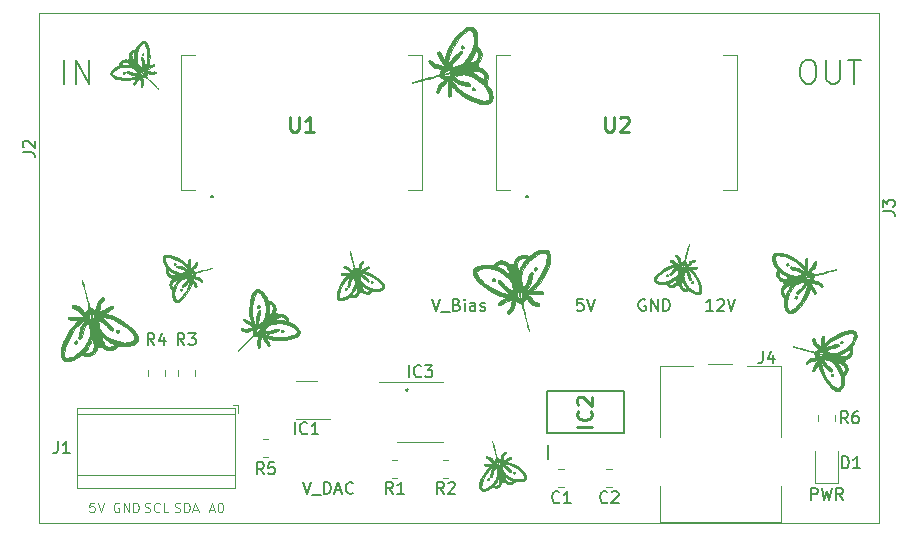
<source format=gto>
%TF.GenerationSoftware,KiCad,Pcbnew,(5.1.10)-1*%
%TF.CreationDate,2021-05-13T13:34:22-04:00*%
%TF.ProjectId,Phase Shifter Module,50686173-6520-4536-9869-66746572204d,rev?*%
%TF.SameCoordinates,Original*%
%TF.FileFunction,Legend,Top*%
%TF.FilePolarity,Positive*%
%FSLAX46Y46*%
G04 Gerber Fmt 4.6, Leading zero omitted, Abs format (unit mm)*
G04 Created by KiCad (PCBNEW (5.1.10)-1) date 2021-05-13 13:34:22*
%MOMM*%
%LPD*%
G01*
G04 APERTURE LIST*
%ADD10C,0.150000*%
%ADD11C,0.200000*%
%ADD12C,0.120000*%
%TA.AperFunction,Profile*%
%ADD13C,0.050000*%
%TD*%
%ADD14C,0.010000*%
%ADD15C,0.100000*%
%ADD16C,0.254000*%
G04 APERTURE END LIST*
D10*
X169481666Y-117419380D02*
X169481666Y-116419380D01*
X169862619Y-116419380D01*
X169957857Y-116467000D01*
X170005476Y-116514619D01*
X170053095Y-116609857D01*
X170053095Y-116752714D01*
X170005476Y-116847952D01*
X169957857Y-116895571D01*
X169862619Y-116943190D01*
X169481666Y-116943190D01*
X170386428Y-116419380D02*
X170624523Y-117419380D01*
X170815000Y-116705095D01*
X171005476Y-117419380D01*
X171243571Y-116419380D01*
X172195952Y-117419380D02*
X171862619Y-116943190D01*
X171624523Y-117419380D02*
X171624523Y-116419380D01*
X172005476Y-116419380D01*
X172100714Y-116467000D01*
X172148333Y-116514619D01*
X172195952Y-116609857D01*
X172195952Y-116752714D01*
X172148333Y-116847952D01*
X172100714Y-116895571D01*
X172005476Y-116943190D01*
X171624523Y-116943190D01*
X135255000Y-108029285D02*
X135350238Y-108124523D01*
X135255000Y-108219761D01*
X135159761Y-108124523D01*
X135255000Y-108029285D01*
X135255000Y-108219761D01*
X126508142Y-115911380D02*
X126841476Y-116911380D01*
X127174809Y-115911380D01*
X127270047Y-117006619D02*
X128031952Y-117006619D01*
X128270047Y-116911380D02*
X128270047Y-115911380D01*
X128508142Y-115911380D01*
X128651000Y-115959000D01*
X128746238Y-116054238D01*
X128793857Y-116149476D01*
X128841476Y-116339952D01*
X128841476Y-116482809D01*
X128793857Y-116673285D01*
X128746238Y-116768523D01*
X128651000Y-116863761D01*
X128508142Y-116911380D01*
X128270047Y-116911380D01*
X129222428Y-116625666D02*
X129698619Y-116625666D01*
X129127190Y-116911380D02*
X129460523Y-115911380D01*
X129793857Y-116911380D01*
X130698619Y-116816142D02*
X130651000Y-116863761D01*
X130508142Y-116911380D01*
X130412904Y-116911380D01*
X130270047Y-116863761D01*
X130174809Y-116768523D01*
X130127190Y-116673285D01*
X130079571Y-116482809D01*
X130079571Y-116339952D01*
X130127190Y-116149476D01*
X130174809Y-116054238D01*
X130270047Y-115959000D01*
X130412904Y-115911380D01*
X130508142Y-115911380D01*
X130651000Y-115959000D01*
X130698619Y-116006619D01*
X137390476Y-100417380D02*
X137723809Y-101417380D01*
X138057142Y-100417380D01*
X138152380Y-101512619D02*
X138914285Y-101512619D01*
X139485714Y-100893571D02*
X139628571Y-100941190D01*
X139676190Y-100988809D01*
X139723809Y-101084047D01*
X139723809Y-101226904D01*
X139676190Y-101322142D01*
X139628571Y-101369761D01*
X139533333Y-101417380D01*
X139152380Y-101417380D01*
X139152380Y-100417380D01*
X139485714Y-100417380D01*
X139580952Y-100465000D01*
X139628571Y-100512619D01*
X139676190Y-100607857D01*
X139676190Y-100703095D01*
X139628571Y-100798333D01*
X139580952Y-100845952D01*
X139485714Y-100893571D01*
X139152380Y-100893571D01*
X140152380Y-101417380D02*
X140152380Y-100750714D01*
X140152380Y-100417380D02*
X140104761Y-100465000D01*
X140152380Y-100512619D01*
X140200000Y-100465000D01*
X140152380Y-100417380D01*
X140152380Y-100512619D01*
X141057142Y-101417380D02*
X141057142Y-100893571D01*
X141009523Y-100798333D01*
X140914285Y-100750714D01*
X140723809Y-100750714D01*
X140628571Y-100798333D01*
X141057142Y-101369761D02*
X140961904Y-101417380D01*
X140723809Y-101417380D01*
X140628571Y-101369761D01*
X140580952Y-101274523D01*
X140580952Y-101179285D01*
X140628571Y-101084047D01*
X140723809Y-101036428D01*
X140961904Y-101036428D01*
X141057142Y-100988809D01*
X141485714Y-101369761D02*
X141580952Y-101417380D01*
X141771428Y-101417380D01*
X141866666Y-101369761D01*
X141914285Y-101274523D01*
X141914285Y-101226904D01*
X141866666Y-101131666D01*
X141771428Y-101084047D01*
X141628571Y-101084047D01*
X141533333Y-101036428D01*
X141485714Y-100941190D01*
X141485714Y-100893571D01*
X141533333Y-100798333D01*
X141628571Y-100750714D01*
X141771428Y-100750714D01*
X141866666Y-100798333D01*
X150177523Y-100417380D02*
X149701333Y-100417380D01*
X149653714Y-100893571D01*
X149701333Y-100845952D01*
X149796571Y-100798333D01*
X150034666Y-100798333D01*
X150129904Y-100845952D01*
X150177523Y-100893571D01*
X150225142Y-100988809D01*
X150225142Y-101226904D01*
X150177523Y-101322142D01*
X150129904Y-101369761D01*
X150034666Y-101417380D01*
X149796571Y-101417380D01*
X149701333Y-101369761D01*
X149653714Y-101322142D01*
X150510857Y-100417380D02*
X150844190Y-101417380D01*
X151177523Y-100417380D01*
X161178952Y-101417380D02*
X160607523Y-101417380D01*
X160893238Y-101417380D02*
X160893238Y-100417380D01*
X160798000Y-100560238D01*
X160702761Y-100655476D01*
X160607523Y-100703095D01*
X161559904Y-100512619D02*
X161607523Y-100465000D01*
X161702761Y-100417380D01*
X161940857Y-100417380D01*
X162036095Y-100465000D01*
X162083714Y-100512619D01*
X162131333Y-100607857D01*
X162131333Y-100703095D01*
X162083714Y-100845952D01*
X161512285Y-101417380D01*
X162131333Y-101417380D01*
X162417047Y-100417380D02*
X162750380Y-101417380D01*
X163083714Y-100417380D01*
X155448095Y-100465000D02*
X155352857Y-100417380D01*
X155210000Y-100417380D01*
X155067142Y-100465000D01*
X154971904Y-100560238D01*
X154924285Y-100655476D01*
X154876666Y-100845952D01*
X154876666Y-100988809D01*
X154924285Y-101179285D01*
X154971904Y-101274523D01*
X155067142Y-101369761D01*
X155210000Y-101417380D01*
X155305238Y-101417380D01*
X155448095Y-101369761D01*
X155495714Y-101322142D01*
X155495714Y-100988809D01*
X155305238Y-100988809D01*
X155924285Y-101417380D02*
X155924285Y-100417380D01*
X156495714Y-101417380D01*
X156495714Y-100417380D01*
X156971904Y-101417380D02*
X156971904Y-100417380D01*
X157210000Y-100417380D01*
X157352857Y-100465000D01*
X157448095Y-100560238D01*
X157495714Y-100655476D01*
X157543333Y-100845952D01*
X157543333Y-100988809D01*
X157495714Y-101179285D01*
X157448095Y-101274523D01*
X157352857Y-101369761D01*
X157210000Y-101417380D01*
X156971904Y-101417380D01*
D11*
X169069000Y-80184761D02*
X169449952Y-80184761D01*
X169640428Y-80280000D01*
X169830904Y-80470476D01*
X169926142Y-80851428D01*
X169926142Y-81518095D01*
X169830904Y-81899047D01*
X169640428Y-82089523D01*
X169449952Y-82184761D01*
X169069000Y-82184761D01*
X168878523Y-82089523D01*
X168688047Y-81899047D01*
X168592809Y-81518095D01*
X168592809Y-80851428D01*
X168688047Y-80470476D01*
X168878523Y-80280000D01*
X169069000Y-80184761D01*
X170783285Y-80184761D02*
X170783285Y-81803809D01*
X170878523Y-81994285D01*
X170973761Y-82089523D01*
X171164238Y-82184761D01*
X171545190Y-82184761D01*
X171735666Y-82089523D01*
X171830904Y-81994285D01*
X171926142Y-81803809D01*
X171926142Y-80184761D01*
X172592809Y-80184761D02*
X173735666Y-80184761D01*
X173164238Y-82184761D02*
X173164238Y-80184761D01*
X106267380Y-82184761D02*
X106267380Y-80184761D01*
X107219761Y-82184761D02*
X107219761Y-80184761D01*
X108362619Y-82184761D01*
X108362619Y-80184761D01*
D12*
X110896476Y-117710000D02*
X110820285Y-117671904D01*
X110706000Y-117671904D01*
X110591714Y-117710000D01*
X110515523Y-117786190D01*
X110477428Y-117862380D01*
X110439333Y-118014761D01*
X110439333Y-118129047D01*
X110477428Y-118281428D01*
X110515523Y-118357619D01*
X110591714Y-118433809D01*
X110706000Y-118471904D01*
X110782190Y-118471904D01*
X110896476Y-118433809D01*
X110934571Y-118395714D01*
X110934571Y-118129047D01*
X110782190Y-118129047D01*
X111277428Y-118471904D02*
X111277428Y-117671904D01*
X111734571Y-118471904D01*
X111734571Y-117671904D01*
X112115523Y-118471904D02*
X112115523Y-117671904D01*
X112306000Y-117671904D01*
X112420285Y-117710000D01*
X112496476Y-117786190D01*
X112534571Y-117862380D01*
X112572666Y-118014761D01*
X112572666Y-118129047D01*
X112534571Y-118281428D01*
X112496476Y-118357619D01*
X112420285Y-118433809D01*
X112306000Y-118471904D01*
X112115523Y-118471904D01*
X115614571Y-118433809D02*
X115728857Y-118471904D01*
X115919333Y-118471904D01*
X115995523Y-118433809D01*
X116033619Y-118395714D01*
X116071714Y-118319523D01*
X116071714Y-118243333D01*
X116033619Y-118167142D01*
X115995523Y-118129047D01*
X115919333Y-118090952D01*
X115766952Y-118052857D01*
X115690761Y-118014761D01*
X115652666Y-117976666D01*
X115614571Y-117900476D01*
X115614571Y-117824285D01*
X115652666Y-117748095D01*
X115690761Y-117710000D01*
X115766952Y-117671904D01*
X115957428Y-117671904D01*
X116071714Y-117710000D01*
X116414571Y-118471904D02*
X116414571Y-117671904D01*
X116605047Y-117671904D01*
X116719333Y-117710000D01*
X116795523Y-117786190D01*
X116833619Y-117862380D01*
X116871714Y-118014761D01*
X116871714Y-118129047D01*
X116833619Y-118281428D01*
X116795523Y-118357619D01*
X116719333Y-118433809D01*
X116605047Y-118471904D01*
X116414571Y-118471904D01*
X117176476Y-118243333D02*
X117557428Y-118243333D01*
X117100285Y-118471904D02*
X117366952Y-117671904D01*
X117633619Y-118471904D01*
X113093619Y-118433809D02*
X113207904Y-118471904D01*
X113398380Y-118471904D01*
X113474571Y-118433809D01*
X113512666Y-118395714D01*
X113550761Y-118319523D01*
X113550761Y-118243333D01*
X113512666Y-118167142D01*
X113474571Y-118129047D01*
X113398380Y-118090952D01*
X113246000Y-118052857D01*
X113169809Y-118014761D01*
X113131714Y-117976666D01*
X113093619Y-117900476D01*
X113093619Y-117824285D01*
X113131714Y-117748095D01*
X113169809Y-117710000D01*
X113246000Y-117671904D01*
X113436476Y-117671904D01*
X113550761Y-117710000D01*
X114350761Y-118395714D02*
X114312666Y-118433809D01*
X114198380Y-118471904D01*
X114122190Y-118471904D01*
X114007904Y-118433809D01*
X113931714Y-118357619D01*
X113893619Y-118281428D01*
X113855523Y-118129047D01*
X113855523Y-118014761D01*
X113893619Y-117862380D01*
X113931714Y-117786190D01*
X114007904Y-117710000D01*
X114122190Y-117671904D01*
X114198380Y-117671904D01*
X114312666Y-117710000D01*
X114350761Y-117748095D01*
X115074571Y-118471904D02*
X114693619Y-118471904D01*
X114693619Y-117671904D01*
X108813619Y-117671904D02*
X108432666Y-117671904D01*
X108394571Y-118052857D01*
X108432666Y-118014761D01*
X108508857Y-117976666D01*
X108699333Y-117976666D01*
X108775523Y-118014761D01*
X108813619Y-118052857D01*
X108851714Y-118129047D01*
X108851714Y-118319523D01*
X108813619Y-118395714D01*
X108775523Y-118433809D01*
X108699333Y-118471904D01*
X108508857Y-118471904D01*
X108432666Y-118433809D01*
X108394571Y-118395714D01*
X109080285Y-117671904D02*
X109346952Y-118471904D01*
X109613619Y-117671904D01*
X118554571Y-118243333D02*
X118935523Y-118243333D01*
X118478380Y-118471904D02*
X118745047Y-117671904D01*
X119011714Y-118471904D01*
X119430761Y-117671904D02*
X119506952Y-117671904D01*
X119583142Y-117710000D01*
X119621238Y-117748095D01*
X119659333Y-117824285D01*
X119697428Y-117976666D01*
X119697428Y-118167142D01*
X119659333Y-118319523D01*
X119621238Y-118395714D01*
X119583142Y-118433809D01*
X119506952Y-118471904D01*
X119430761Y-118471904D01*
X119354571Y-118433809D01*
X119316476Y-118395714D01*
X119278380Y-118319523D01*
X119240285Y-118167142D01*
X119240285Y-117976666D01*
X119278380Y-117824285D01*
X119316476Y-117748095D01*
X119354571Y-117710000D01*
X119430761Y-117671904D01*
D13*
X175260000Y-76200000D02*
X104140000Y-76200000D01*
X175260000Y-119380000D02*
X175260000Y-76200000D01*
X104140000Y-119380000D02*
X175260000Y-119380000D01*
X104140000Y-76200000D02*
X104140000Y-119380000D01*
D14*
%TO.C,G\u002A\u002A\u002A*%
G36*
X130435740Y-96350667D02*
G01*
X130449904Y-96384741D01*
X130475586Y-96465922D01*
X130510613Y-96586554D01*
X130552813Y-96738985D01*
X130600013Y-96915562D01*
X130642049Y-97077389D01*
X130697277Y-97291523D01*
X130741042Y-97457056D01*
X130775470Y-97580171D01*
X130802689Y-97667052D01*
X130824824Y-97723881D01*
X130844004Y-97756841D01*
X130862354Y-97772116D01*
X130882003Y-97775888D01*
X130882331Y-97775889D01*
X130946678Y-97792924D01*
X131017428Y-97834056D01*
X131019347Y-97835551D01*
X131072272Y-97872756D01*
X131102537Y-97885715D01*
X131103997Y-97884940D01*
X131149032Y-97800793D01*
X131174180Y-97688457D01*
X131176889Y-97638908D01*
X131182576Y-97573045D01*
X131205278Y-97513959D01*
X131253460Y-97445835D01*
X131322131Y-97367520D01*
X131413737Y-97275278D01*
X131481226Y-97226766D01*
X131526454Y-97217079D01*
X131581132Y-97242743D01*
X131587896Y-97295968D01*
X131547070Y-97374997D01*
X131483526Y-97452196D01*
X131413927Y-97534168D01*
X131378655Y-97597174D01*
X131368955Y-97658722D01*
X131369740Y-97679777D01*
X131352964Y-97793286D01*
X131304805Y-97898781D01*
X131263640Y-97972164D01*
X131237808Y-98024258D01*
X131233334Y-98037834D01*
X131256064Y-98030635D01*
X131318425Y-97999062D01*
X131411670Y-97947820D01*
X131527053Y-97881616D01*
X131564945Y-97859383D01*
X131725643Y-97767539D01*
X131846034Y-97706336D01*
X131931945Y-97673895D01*
X131989204Y-97668338D01*
X132023638Y-97687784D01*
X132034739Y-97707880D01*
X132043232Y-97742186D01*
X132034024Y-97772985D01*
X131999425Y-97807668D01*
X131931749Y-97853622D01*
X131823307Y-97918235D01*
X131804510Y-97929147D01*
X131702800Y-97988807D01*
X131644377Y-98026715D01*
X131623495Y-98049077D01*
X131634408Y-98062102D01*
X131671370Y-98071996D01*
X131672124Y-98072159D01*
X131914421Y-98142476D01*
X132167326Y-98247978D01*
X132420079Y-98381661D01*
X132661920Y-98536524D01*
X132882090Y-98705565D01*
X133069828Y-98881782D01*
X133214376Y-99058174D01*
X133234745Y-99089036D01*
X133302459Y-99231214D01*
X133325052Y-99367135D01*
X133302139Y-99487312D01*
X133253994Y-99562342D01*
X133178243Y-99630931D01*
X133091336Y-99679438D01*
X132982395Y-99710871D01*
X132840542Y-99728234D01*
X132654899Y-99734535D01*
X132630334Y-99734686D01*
X132487189Y-99735681D01*
X132389197Y-99738810D01*
X132325064Y-99746318D01*
X132283499Y-99760451D01*
X132253208Y-99783453D01*
X132224805Y-99815310D01*
X132114812Y-99912857D01*
X131982795Y-99964910D01*
X131851900Y-99977222D01*
X131696970Y-99954263D01*
X131564057Y-99889668D01*
X131473463Y-99799668D01*
X131435828Y-99760213D01*
X131403461Y-99768022D01*
X131397284Y-99773761D01*
X131344636Y-99799701D01*
X131287274Y-99807889D01*
X131233941Y-99816677D01*
X131205918Y-99853902D01*
X131192749Y-99907270D01*
X131162023Y-99990435D01*
X131107207Y-100080371D01*
X131084216Y-100109030D01*
X130955045Y-100220205D01*
X130811900Y-100277612D01*
X130658487Y-100280325D01*
X130537651Y-100245381D01*
X130485428Y-100225506D01*
X130443442Y-100220742D01*
X130396725Y-100235257D01*
X130330309Y-100273218D01*
X130249279Y-100325660D01*
X130140729Y-100392494D01*
X130031972Y-100452538D01*
X129945565Y-100493381D01*
X129941596Y-100494946D01*
X129818900Y-100527964D01*
X129686863Y-100540483D01*
X129564814Y-100532476D01*
X129472085Y-100503915D01*
X129458632Y-100495645D01*
X129375409Y-100403787D01*
X129328541Y-100273207D01*
X129318086Y-100112937D01*
X129499958Y-100112937D01*
X129506609Y-100242287D01*
X129544187Y-100334797D01*
X129548386Y-100340104D01*
X129603357Y-100365459D01*
X129695746Y-100364758D01*
X129813997Y-100340010D01*
X129946557Y-100293226D01*
X130024444Y-100257291D01*
X130225767Y-100127616D01*
X130282379Y-100074878D01*
X130584223Y-100074878D01*
X130608475Y-100089793D01*
X130665424Y-100099788D01*
X130731355Y-100101914D01*
X130767667Y-100097705D01*
X130832272Y-100072450D01*
X130894667Y-100035676D01*
X130983369Y-99940168D01*
X131028230Y-99811723D01*
X131028579Y-99653767D01*
X131013529Y-99585341D01*
X131249098Y-99585341D01*
X131250170Y-99614743D01*
X131280091Y-99626621D01*
X131298138Y-99613263D01*
X131315545Y-99577164D01*
X131310941Y-99565644D01*
X131276791Y-99559916D01*
X131249098Y-99585341D01*
X131013529Y-99585341D01*
X130997300Y-99511556D01*
X130963160Y-99398667D01*
X130912598Y-99525667D01*
X130872255Y-99609949D01*
X130810702Y-99719358D01*
X130739720Y-99833222D01*
X130723129Y-99858119D01*
X130661052Y-99951134D01*
X130613290Y-100024984D01*
X130587072Y-100068386D01*
X130584223Y-100074878D01*
X130282379Y-100074878D01*
X130413450Y-99952777D01*
X130579002Y-99743816D01*
X130713934Y-99511779D01*
X130774864Y-99356579D01*
X131472242Y-99356579D01*
X131481215Y-99421609D01*
X131505271Y-99500169D01*
X131543607Y-99582294D01*
X131566222Y-99619131D01*
X131663647Y-99727704D01*
X131774600Y-99791154D01*
X131889819Y-99806901D01*
X132000040Y-99772365D01*
X132033861Y-99749396D01*
X132084490Y-99704051D01*
X132108013Y-99672103D01*
X132108223Y-99670399D01*
X132084298Y-99649019D01*
X132024670Y-99620905D01*
X132002389Y-99612591D01*
X131914884Y-99575038D01*
X131809686Y-99520413D01*
X131703134Y-99458345D01*
X131611569Y-99398466D01*
X131551332Y-99350407D01*
X131543871Y-99342335D01*
X131502765Y-99306976D01*
X131479157Y-99315046D01*
X131472242Y-99356579D01*
X130774864Y-99356579D01*
X130809755Y-99267709D01*
X130823701Y-99217565D01*
X130845066Y-99129426D01*
X130855010Y-99060898D01*
X130852854Y-98993678D01*
X130837918Y-98909463D01*
X130809520Y-98789949D01*
X130807505Y-98781792D01*
X130744578Y-98527121D01*
X130661443Y-98624227D01*
X130581187Y-98733728D01*
X130525653Y-98852508D01*
X130486705Y-99000030D01*
X130473595Y-99073631D01*
X130438670Y-99225262D01*
X130391323Y-99328057D01*
X130333103Y-99379171D01*
X130304369Y-99384556D01*
X130250094Y-99362922D01*
X130231247Y-99303955D01*
X130248711Y-99222033D01*
X130269859Y-99150879D01*
X130292494Y-99050335D01*
X130305587Y-98978623D01*
X130343335Y-98815984D01*
X130404643Y-98677510D01*
X130501479Y-98536311D01*
X130503774Y-98533384D01*
X130548455Y-98469173D01*
X130556881Y-98438614D01*
X130534819Y-98437671D01*
X130488036Y-98462310D01*
X130422295Y-98508495D01*
X130343365Y-98572189D01*
X130257009Y-98649359D01*
X130168994Y-98735968D01*
X130088448Y-98824065D01*
X129955577Y-98995261D01*
X129834392Y-99183625D01*
X129727641Y-99381443D01*
X129638074Y-99580999D01*
X129568439Y-99774577D01*
X129521484Y-99954462D01*
X129499958Y-100112937D01*
X129318086Y-100112937D01*
X129317772Y-100108138D01*
X129342842Y-99912816D01*
X129403493Y-99691474D01*
X129499465Y-99448347D01*
X129526131Y-99390587D01*
X129690112Y-99079594D01*
X129866815Y-98814853D01*
X130062880Y-98586502D01*
X130076922Y-98572210D01*
X130217641Y-98430175D01*
X131246973Y-98430175D01*
X131248688Y-98460306D01*
X131262170Y-98531814D01*
X131284800Y-98631498D01*
X131295555Y-98675223D01*
X131327305Y-98793148D01*
X131358984Y-98877025D01*
X131401856Y-98946572D01*
X131467187Y-99021509D01*
X131529740Y-99085159D01*
X131744580Y-99263349D01*
X131994821Y-99408650D01*
X132265458Y-99513578D01*
X132489223Y-99563819D01*
X132609289Y-99570040D01*
X132753604Y-99561026D01*
X132895943Y-99539631D01*
X133010078Y-99508709D01*
X133015678Y-99506525D01*
X133104869Y-99449713D01*
X133142002Y-99371435D01*
X133127069Y-99271631D01*
X133060058Y-99150238D01*
X132940960Y-99007194D01*
X132929658Y-98995310D01*
X132728861Y-98810068D01*
X132500778Y-98640879D01*
X132256593Y-98493619D01*
X132007493Y-98374164D01*
X131764661Y-98288392D01*
X131539282Y-98242179D01*
X131487334Y-98237518D01*
X131303889Y-98225898D01*
X131458133Y-98298312D01*
X131538369Y-98346636D01*
X131635583Y-98421009D01*
X131740333Y-98512149D01*
X131843175Y-98610774D01*
X131934666Y-98707601D01*
X132005363Y-98793350D01*
X132045823Y-98858736D01*
X132051778Y-98881832D01*
X132046353Y-98924831D01*
X132039975Y-98933000D01*
X132006852Y-98941794D01*
X131982278Y-98950611D01*
X131945307Y-98943794D01*
X131883740Y-98901366D01*
X131793690Y-98820264D01*
X131704804Y-98731888D01*
X131569576Y-98601828D01*
X131456799Y-98509881D01*
X131371262Y-98459917D01*
X131365276Y-98457687D01*
X131295373Y-98436268D01*
X131252039Y-98428820D01*
X131246973Y-98430175D01*
X130217641Y-98430175D01*
X130250729Y-98396778D01*
X129995136Y-98396778D01*
X129869923Y-98395142D01*
X129789665Y-98388894D01*
X129742928Y-98376025D01*
X129718281Y-98354526D01*
X129714140Y-98347389D01*
X129696295Y-98304662D01*
X129697583Y-98273418D01*
X129724545Y-98251878D01*
X129783719Y-98238264D01*
X129881646Y-98230798D01*
X130024865Y-98227701D01*
X130156185Y-98227180D01*
X130598334Y-98226915D01*
X130544047Y-98195783D01*
X130784155Y-98195783D01*
X130790304Y-98288376D01*
X130799440Y-98325300D01*
X130832455Y-98362519D01*
X130872269Y-98357120D01*
X130900430Y-98316968D01*
X130904142Y-98280673D01*
X130893711Y-98208502D01*
X130873248Y-98114761D01*
X130865279Y-98084223D01*
X130843129Y-98012261D01*
X130833515Y-97998366D01*
X130891536Y-97998366D01*
X130898948Y-98063746D01*
X130917707Y-98155512D01*
X130918036Y-98156889D01*
X130941013Y-98249259D01*
X130959076Y-98315157D01*
X130968318Y-98340333D01*
X130968323Y-98340334D01*
X130996248Y-98331742D01*
X131019359Y-98323203D01*
X131056544Y-98282677D01*
X131059379Y-98212509D01*
X131029360Y-98126656D01*
X130992008Y-98067831D01*
X130942373Y-98009282D01*
X130904665Y-97976193D01*
X130897080Y-97973445D01*
X130891536Y-97998366D01*
X130833515Y-97998366D01*
X130827061Y-97989040D01*
X130811655Y-98008039D01*
X130808398Y-98015778D01*
X130790475Y-98094958D01*
X130784155Y-98195783D01*
X130544047Y-98195783D01*
X130448085Y-98140753D01*
X130337044Y-98063556D01*
X130275889Y-97989112D01*
X130270507Y-97976192D01*
X130241274Y-97925416D01*
X130185254Y-97882570D01*
X130089437Y-97838250D01*
X130067977Y-97829785D01*
X129972217Y-97789635D01*
X129918865Y-97756887D01*
X129896364Y-97722400D01*
X129892778Y-97691222D01*
X129901162Y-97641473D01*
X129937795Y-97624720D01*
X129977445Y-97624728D01*
X130050634Y-97637049D01*
X130150026Y-97664527D01*
X130222656Y-97689607D01*
X130318396Y-97730715D01*
X130374507Y-97770700D01*
X130406236Y-97821654D01*
X130413240Y-97840768D01*
X130460459Y-97920724D01*
X130525535Y-97977852D01*
X130582533Y-98006788D01*
X130612582Y-98000644D01*
X130637604Y-97952580D01*
X130642229Y-97941450D01*
X130684719Y-97868822D01*
X130732255Y-97819373D01*
X130749078Y-97805657D01*
X130759964Y-97787223D01*
X130763795Y-97757341D01*
X130759454Y-97709279D01*
X130745821Y-97636308D01*
X130721778Y-97531695D01*
X130686208Y-97388712D01*
X130637992Y-97200626D01*
X130614043Y-97107886D01*
X130565121Y-96918765D01*
X130520224Y-96745569D01*
X130481491Y-96596521D01*
X130451061Y-96479844D01*
X130431074Y-96403759D01*
X130424394Y-96378889D01*
X130420237Y-96342998D01*
X130435740Y-96350667D01*
G37*
X130435740Y-96350667D02*
X130449904Y-96384741D01*
X130475586Y-96465922D01*
X130510613Y-96586554D01*
X130552813Y-96738985D01*
X130600013Y-96915562D01*
X130642049Y-97077389D01*
X130697277Y-97291523D01*
X130741042Y-97457056D01*
X130775470Y-97580171D01*
X130802689Y-97667052D01*
X130824824Y-97723881D01*
X130844004Y-97756841D01*
X130862354Y-97772116D01*
X130882003Y-97775888D01*
X130882331Y-97775889D01*
X130946678Y-97792924D01*
X131017428Y-97834056D01*
X131019347Y-97835551D01*
X131072272Y-97872756D01*
X131102537Y-97885715D01*
X131103997Y-97884940D01*
X131149032Y-97800793D01*
X131174180Y-97688457D01*
X131176889Y-97638908D01*
X131182576Y-97573045D01*
X131205278Y-97513959D01*
X131253460Y-97445835D01*
X131322131Y-97367520D01*
X131413737Y-97275278D01*
X131481226Y-97226766D01*
X131526454Y-97217079D01*
X131581132Y-97242743D01*
X131587896Y-97295968D01*
X131547070Y-97374997D01*
X131483526Y-97452196D01*
X131413927Y-97534168D01*
X131378655Y-97597174D01*
X131368955Y-97658722D01*
X131369740Y-97679777D01*
X131352964Y-97793286D01*
X131304805Y-97898781D01*
X131263640Y-97972164D01*
X131237808Y-98024258D01*
X131233334Y-98037834D01*
X131256064Y-98030635D01*
X131318425Y-97999062D01*
X131411670Y-97947820D01*
X131527053Y-97881616D01*
X131564945Y-97859383D01*
X131725643Y-97767539D01*
X131846034Y-97706336D01*
X131931945Y-97673895D01*
X131989204Y-97668338D01*
X132023638Y-97687784D01*
X132034739Y-97707880D01*
X132043232Y-97742186D01*
X132034024Y-97772985D01*
X131999425Y-97807668D01*
X131931749Y-97853622D01*
X131823307Y-97918235D01*
X131804510Y-97929147D01*
X131702800Y-97988807D01*
X131644377Y-98026715D01*
X131623495Y-98049077D01*
X131634408Y-98062102D01*
X131671370Y-98071996D01*
X131672124Y-98072159D01*
X131914421Y-98142476D01*
X132167326Y-98247978D01*
X132420079Y-98381661D01*
X132661920Y-98536524D01*
X132882090Y-98705565D01*
X133069828Y-98881782D01*
X133214376Y-99058174D01*
X133234745Y-99089036D01*
X133302459Y-99231214D01*
X133325052Y-99367135D01*
X133302139Y-99487312D01*
X133253994Y-99562342D01*
X133178243Y-99630931D01*
X133091336Y-99679438D01*
X132982395Y-99710871D01*
X132840542Y-99728234D01*
X132654899Y-99734535D01*
X132630334Y-99734686D01*
X132487189Y-99735681D01*
X132389197Y-99738810D01*
X132325064Y-99746318D01*
X132283499Y-99760451D01*
X132253208Y-99783453D01*
X132224805Y-99815310D01*
X132114812Y-99912857D01*
X131982795Y-99964910D01*
X131851900Y-99977222D01*
X131696970Y-99954263D01*
X131564057Y-99889668D01*
X131473463Y-99799668D01*
X131435828Y-99760213D01*
X131403461Y-99768022D01*
X131397284Y-99773761D01*
X131344636Y-99799701D01*
X131287274Y-99807889D01*
X131233941Y-99816677D01*
X131205918Y-99853902D01*
X131192749Y-99907270D01*
X131162023Y-99990435D01*
X131107207Y-100080371D01*
X131084216Y-100109030D01*
X130955045Y-100220205D01*
X130811900Y-100277612D01*
X130658487Y-100280325D01*
X130537651Y-100245381D01*
X130485428Y-100225506D01*
X130443442Y-100220742D01*
X130396725Y-100235257D01*
X130330309Y-100273218D01*
X130249279Y-100325660D01*
X130140729Y-100392494D01*
X130031972Y-100452538D01*
X129945565Y-100493381D01*
X129941596Y-100494946D01*
X129818900Y-100527964D01*
X129686863Y-100540483D01*
X129564814Y-100532476D01*
X129472085Y-100503915D01*
X129458632Y-100495645D01*
X129375409Y-100403787D01*
X129328541Y-100273207D01*
X129318086Y-100112937D01*
X129499958Y-100112937D01*
X129506609Y-100242287D01*
X129544187Y-100334797D01*
X129548386Y-100340104D01*
X129603357Y-100365459D01*
X129695746Y-100364758D01*
X129813997Y-100340010D01*
X129946557Y-100293226D01*
X130024444Y-100257291D01*
X130225767Y-100127616D01*
X130282379Y-100074878D01*
X130584223Y-100074878D01*
X130608475Y-100089793D01*
X130665424Y-100099788D01*
X130731355Y-100101914D01*
X130767667Y-100097705D01*
X130832272Y-100072450D01*
X130894667Y-100035676D01*
X130983369Y-99940168D01*
X131028230Y-99811723D01*
X131028579Y-99653767D01*
X131013529Y-99585341D01*
X131249098Y-99585341D01*
X131250170Y-99614743D01*
X131280091Y-99626621D01*
X131298138Y-99613263D01*
X131315545Y-99577164D01*
X131310941Y-99565644D01*
X131276791Y-99559916D01*
X131249098Y-99585341D01*
X131013529Y-99585341D01*
X130997300Y-99511556D01*
X130963160Y-99398667D01*
X130912598Y-99525667D01*
X130872255Y-99609949D01*
X130810702Y-99719358D01*
X130739720Y-99833222D01*
X130723129Y-99858119D01*
X130661052Y-99951134D01*
X130613290Y-100024984D01*
X130587072Y-100068386D01*
X130584223Y-100074878D01*
X130282379Y-100074878D01*
X130413450Y-99952777D01*
X130579002Y-99743816D01*
X130713934Y-99511779D01*
X130774864Y-99356579D01*
X131472242Y-99356579D01*
X131481215Y-99421609D01*
X131505271Y-99500169D01*
X131543607Y-99582294D01*
X131566222Y-99619131D01*
X131663647Y-99727704D01*
X131774600Y-99791154D01*
X131889819Y-99806901D01*
X132000040Y-99772365D01*
X132033861Y-99749396D01*
X132084490Y-99704051D01*
X132108013Y-99672103D01*
X132108223Y-99670399D01*
X132084298Y-99649019D01*
X132024670Y-99620905D01*
X132002389Y-99612591D01*
X131914884Y-99575038D01*
X131809686Y-99520413D01*
X131703134Y-99458345D01*
X131611569Y-99398466D01*
X131551332Y-99350407D01*
X131543871Y-99342335D01*
X131502765Y-99306976D01*
X131479157Y-99315046D01*
X131472242Y-99356579D01*
X130774864Y-99356579D01*
X130809755Y-99267709D01*
X130823701Y-99217565D01*
X130845066Y-99129426D01*
X130855010Y-99060898D01*
X130852854Y-98993678D01*
X130837918Y-98909463D01*
X130809520Y-98789949D01*
X130807505Y-98781792D01*
X130744578Y-98527121D01*
X130661443Y-98624227D01*
X130581187Y-98733728D01*
X130525653Y-98852508D01*
X130486705Y-99000030D01*
X130473595Y-99073631D01*
X130438670Y-99225262D01*
X130391323Y-99328057D01*
X130333103Y-99379171D01*
X130304369Y-99384556D01*
X130250094Y-99362922D01*
X130231247Y-99303955D01*
X130248711Y-99222033D01*
X130269859Y-99150879D01*
X130292494Y-99050335D01*
X130305587Y-98978623D01*
X130343335Y-98815984D01*
X130404643Y-98677510D01*
X130501479Y-98536311D01*
X130503774Y-98533384D01*
X130548455Y-98469173D01*
X130556881Y-98438614D01*
X130534819Y-98437671D01*
X130488036Y-98462310D01*
X130422295Y-98508495D01*
X130343365Y-98572189D01*
X130257009Y-98649359D01*
X130168994Y-98735968D01*
X130088448Y-98824065D01*
X129955577Y-98995261D01*
X129834392Y-99183625D01*
X129727641Y-99381443D01*
X129638074Y-99580999D01*
X129568439Y-99774577D01*
X129521484Y-99954462D01*
X129499958Y-100112937D01*
X129318086Y-100112937D01*
X129317772Y-100108138D01*
X129342842Y-99912816D01*
X129403493Y-99691474D01*
X129499465Y-99448347D01*
X129526131Y-99390587D01*
X129690112Y-99079594D01*
X129866815Y-98814853D01*
X130062880Y-98586502D01*
X130076922Y-98572210D01*
X130217641Y-98430175D01*
X131246973Y-98430175D01*
X131248688Y-98460306D01*
X131262170Y-98531814D01*
X131284800Y-98631498D01*
X131295555Y-98675223D01*
X131327305Y-98793148D01*
X131358984Y-98877025D01*
X131401856Y-98946572D01*
X131467187Y-99021509D01*
X131529740Y-99085159D01*
X131744580Y-99263349D01*
X131994821Y-99408650D01*
X132265458Y-99513578D01*
X132489223Y-99563819D01*
X132609289Y-99570040D01*
X132753604Y-99561026D01*
X132895943Y-99539631D01*
X133010078Y-99508709D01*
X133015678Y-99506525D01*
X133104869Y-99449713D01*
X133142002Y-99371435D01*
X133127069Y-99271631D01*
X133060058Y-99150238D01*
X132940960Y-99007194D01*
X132929658Y-98995310D01*
X132728861Y-98810068D01*
X132500778Y-98640879D01*
X132256593Y-98493619D01*
X132007493Y-98374164D01*
X131764661Y-98288392D01*
X131539282Y-98242179D01*
X131487334Y-98237518D01*
X131303889Y-98225898D01*
X131458133Y-98298312D01*
X131538369Y-98346636D01*
X131635583Y-98421009D01*
X131740333Y-98512149D01*
X131843175Y-98610774D01*
X131934666Y-98707601D01*
X132005363Y-98793350D01*
X132045823Y-98858736D01*
X132051778Y-98881832D01*
X132046353Y-98924831D01*
X132039975Y-98933000D01*
X132006852Y-98941794D01*
X131982278Y-98950611D01*
X131945307Y-98943794D01*
X131883740Y-98901366D01*
X131793690Y-98820264D01*
X131704804Y-98731888D01*
X131569576Y-98601828D01*
X131456799Y-98509881D01*
X131371262Y-98459917D01*
X131365276Y-98457687D01*
X131295373Y-98436268D01*
X131252039Y-98428820D01*
X131246973Y-98430175D01*
X130217641Y-98430175D01*
X130250729Y-98396778D01*
X129995136Y-98396778D01*
X129869923Y-98395142D01*
X129789665Y-98388894D01*
X129742928Y-98376025D01*
X129718281Y-98354526D01*
X129714140Y-98347389D01*
X129696295Y-98304662D01*
X129697583Y-98273418D01*
X129724545Y-98251878D01*
X129783719Y-98238264D01*
X129881646Y-98230798D01*
X130024865Y-98227701D01*
X130156185Y-98227180D01*
X130598334Y-98226915D01*
X130544047Y-98195783D01*
X130784155Y-98195783D01*
X130790304Y-98288376D01*
X130799440Y-98325300D01*
X130832455Y-98362519D01*
X130872269Y-98357120D01*
X130900430Y-98316968D01*
X130904142Y-98280673D01*
X130893711Y-98208502D01*
X130873248Y-98114761D01*
X130865279Y-98084223D01*
X130843129Y-98012261D01*
X130833515Y-97998366D01*
X130891536Y-97998366D01*
X130898948Y-98063746D01*
X130917707Y-98155512D01*
X130918036Y-98156889D01*
X130941013Y-98249259D01*
X130959076Y-98315157D01*
X130968318Y-98340333D01*
X130968323Y-98340334D01*
X130996248Y-98331742D01*
X131019359Y-98323203D01*
X131056544Y-98282677D01*
X131059379Y-98212509D01*
X131029360Y-98126656D01*
X130992008Y-98067831D01*
X130942373Y-98009282D01*
X130904665Y-97976193D01*
X130897080Y-97973445D01*
X130891536Y-97998366D01*
X130833515Y-97998366D01*
X130827061Y-97989040D01*
X130811655Y-98008039D01*
X130808398Y-98015778D01*
X130790475Y-98094958D01*
X130784155Y-98195783D01*
X130544047Y-98195783D01*
X130448085Y-98140753D01*
X130337044Y-98063556D01*
X130275889Y-97989112D01*
X130270507Y-97976192D01*
X130241274Y-97925416D01*
X130185254Y-97882570D01*
X130089437Y-97838250D01*
X130067977Y-97829785D01*
X129972217Y-97789635D01*
X129918865Y-97756887D01*
X129896364Y-97722400D01*
X129892778Y-97691222D01*
X129901162Y-97641473D01*
X129937795Y-97624720D01*
X129977445Y-97624728D01*
X130050634Y-97637049D01*
X130150026Y-97664527D01*
X130222656Y-97689607D01*
X130318396Y-97730715D01*
X130374507Y-97770700D01*
X130406236Y-97821654D01*
X130413240Y-97840768D01*
X130460459Y-97920724D01*
X130525535Y-97977852D01*
X130582533Y-98006788D01*
X130612582Y-98000644D01*
X130637604Y-97952580D01*
X130642229Y-97941450D01*
X130684719Y-97868822D01*
X130732255Y-97819373D01*
X130749078Y-97805657D01*
X130759964Y-97787223D01*
X130763795Y-97757341D01*
X130759454Y-97709279D01*
X130745821Y-97636308D01*
X130721778Y-97531695D01*
X130686208Y-97388712D01*
X130637992Y-97200626D01*
X130614043Y-97107886D01*
X130565121Y-96918765D01*
X130520224Y-96745569D01*
X130481491Y-96596521D01*
X130451061Y-96479844D01*
X130431074Y-96403759D01*
X130424394Y-96378889D01*
X130420237Y-96342998D01*
X130435740Y-96350667D01*
G36*
X130146231Y-99470947D02*
G01*
X130154772Y-99479232D01*
X130182468Y-99536283D01*
X130167293Y-99590000D01*
X130121183Y-99623560D01*
X130056076Y-99620144D01*
X130055056Y-99619741D01*
X130023986Y-99582239D01*
X130026424Y-99524374D01*
X130061027Y-99470188D01*
X130063528Y-99468047D01*
X130104950Y-99447442D01*
X130146231Y-99470947D01*
G37*
X130146231Y-99470947D02*
X130154772Y-99479232D01*
X130182468Y-99536283D01*
X130167293Y-99590000D01*
X130121183Y-99623560D01*
X130056076Y-99620144D01*
X130055056Y-99619741D01*
X130023986Y-99582239D01*
X130026424Y-99524374D01*
X130061027Y-99470188D01*
X130063528Y-99468047D01*
X130104950Y-99447442D01*
X130146231Y-99470947D01*
G36*
X132329814Y-98923896D02*
G01*
X132356407Y-98970803D01*
X132335573Y-99029830D01*
X132333702Y-99032137D01*
X132295535Y-99066857D01*
X132252064Y-99064370D01*
X132228167Y-99055420D01*
X132200888Y-99019334D01*
X132192889Y-98972982D01*
X132204931Y-98921115D01*
X132251744Y-98905050D01*
X132264330Y-98904778D01*
X132329814Y-98923896D01*
G37*
X132329814Y-98923896D02*
X132356407Y-98970803D01*
X132335573Y-99029830D01*
X132333702Y-99032137D01*
X132295535Y-99066857D01*
X132252064Y-99064370D01*
X132228167Y-99055420D01*
X132200888Y-99019334D01*
X132192889Y-98972982D01*
X132204931Y-98921115D01*
X132251744Y-98905050D01*
X132264330Y-98904778D01*
X132329814Y-98923896D01*
D12*
%TO.C,J1*%
X120986000Y-109420000D02*
X120586000Y-109420000D01*
X120986000Y-110060000D02*
X120986000Y-109420000D01*
X107346000Y-116400000D02*
X107346000Y-109660000D01*
X120746000Y-116400000D02*
X120746000Y-109660000D01*
X120746000Y-109660000D02*
X107346000Y-109660000D01*
X120746000Y-116400000D02*
X107346000Y-116400000D01*
X120746000Y-115280000D02*
X107346000Y-115280000D01*
X120746000Y-110180000D02*
X107346000Y-110180000D01*
%TO.C,IC3*%
X136398000Y-107422000D02*
X132948000Y-107422000D01*
X136398000Y-107422000D02*
X138348000Y-107422000D01*
X136398000Y-112542000D02*
X134448000Y-112542000D01*
X136398000Y-112542000D02*
X138348000Y-112542000D01*
%TO.C,R2*%
X138784064Y-115543000D02*
X138329936Y-115543000D01*
X138784064Y-114073000D02*
X138329936Y-114073000D01*
%TO.C,R1*%
X134466064Y-115543000D02*
X134011936Y-115543000D01*
X134466064Y-114073000D02*
X134011936Y-114073000D01*
%TO.C,R6*%
X171550000Y-110717064D02*
X171550000Y-110262936D01*
X170080000Y-110717064D02*
X170080000Y-110262936D01*
%TO.C,D1*%
X171775000Y-115985000D02*
X171775000Y-113300000D01*
X169855000Y-115985000D02*
X171775000Y-115985000D01*
X169855000Y-113300000D02*
X169855000Y-115985000D01*
D14*
%TO.C,G\u002A\u002A\u002A*%
G36*
X118787333Y-97796740D02*
G01*
X118753259Y-97810904D01*
X118672078Y-97836586D01*
X118551446Y-97871613D01*
X118399015Y-97913813D01*
X118222438Y-97961013D01*
X118060611Y-98003049D01*
X117846477Y-98058277D01*
X117680944Y-98102042D01*
X117557829Y-98136470D01*
X117470948Y-98163689D01*
X117414119Y-98185824D01*
X117381159Y-98205004D01*
X117365884Y-98223354D01*
X117362112Y-98243003D01*
X117362111Y-98243331D01*
X117345076Y-98307678D01*
X117303944Y-98378428D01*
X117302449Y-98380347D01*
X117265244Y-98433272D01*
X117252285Y-98463537D01*
X117253060Y-98464997D01*
X117337207Y-98510032D01*
X117449543Y-98535180D01*
X117499092Y-98537889D01*
X117564955Y-98543576D01*
X117624041Y-98566278D01*
X117692165Y-98614460D01*
X117770480Y-98683131D01*
X117862722Y-98774737D01*
X117911234Y-98842226D01*
X117920921Y-98887454D01*
X117895257Y-98942132D01*
X117842032Y-98948896D01*
X117763003Y-98908070D01*
X117685804Y-98844526D01*
X117603832Y-98774927D01*
X117540826Y-98739655D01*
X117479278Y-98729955D01*
X117458223Y-98730740D01*
X117344714Y-98713964D01*
X117239219Y-98665805D01*
X117165836Y-98624640D01*
X117113742Y-98598808D01*
X117100166Y-98594334D01*
X117107365Y-98617064D01*
X117138938Y-98679425D01*
X117190180Y-98772670D01*
X117256384Y-98888053D01*
X117278617Y-98925945D01*
X117370461Y-99086643D01*
X117431664Y-99207034D01*
X117464105Y-99292945D01*
X117469662Y-99350204D01*
X117450216Y-99384638D01*
X117430120Y-99395739D01*
X117395814Y-99404232D01*
X117365015Y-99395024D01*
X117330332Y-99360425D01*
X117284378Y-99292749D01*
X117219765Y-99184307D01*
X117208853Y-99165510D01*
X117149193Y-99063800D01*
X117111285Y-99005377D01*
X117088923Y-98984495D01*
X117075898Y-98995408D01*
X117066004Y-99032370D01*
X117065841Y-99033124D01*
X116995524Y-99275421D01*
X116890022Y-99528326D01*
X116756339Y-99781079D01*
X116601476Y-100022920D01*
X116432435Y-100243090D01*
X116256218Y-100430828D01*
X116079826Y-100575376D01*
X116048964Y-100595745D01*
X115906786Y-100663459D01*
X115770865Y-100686052D01*
X115650688Y-100663139D01*
X115575658Y-100614994D01*
X115507069Y-100539243D01*
X115458562Y-100452336D01*
X115427129Y-100343395D01*
X115409766Y-100201542D01*
X115403465Y-100015899D01*
X115403314Y-99991334D01*
X115402319Y-99848189D01*
X115399190Y-99750197D01*
X115391682Y-99686064D01*
X115377549Y-99644499D01*
X115354547Y-99614208D01*
X115322690Y-99585805D01*
X115225143Y-99475812D01*
X115173090Y-99343795D01*
X115160778Y-99212900D01*
X115183737Y-99057970D01*
X115248332Y-98925057D01*
X115338332Y-98834463D01*
X115377787Y-98796828D01*
X115369978Y-98764461D01*
X115364239Y-98758284D01*
X115338299Y-98705636D01*
X115330111Y-98648274D01*
X115321323Y-98594941D01*
X115284098Y-98566918D01*
X115230730Y-98553749D01*
X115147565Y-98523023D01*
X115057629Y-98468207D01*
X115028970Y-98445216D01*
X114917795Y-98316045D01*
X114860388Y-98172900D01*
X114857675Y-98019487D01*
X114892619Y-97898651D01*
X114912494Y-97846428D01*
X114917258Y-97804442D01*
X114902743Y-97757725D01*
X114864782Y-97691309D01*
X114812340Y-97610279D01*
X114745506Y-97501729D01*
X114685462Y-97392972D01*
X114644619Y-97306565D01*
X114643054Y-97302596D01*
X114610036Y-97179900D01*
X114597517Y-97047863D01*
X114605524Y-96925814D01*
X114634085Y-96833085D01*
X114642355Y-96819632D01*
X114734213Y-96736409D01*
X114864793Y-96689541D01*
X115025063Y-96679086D01*
X115025063Y-96860958D01*
X114895713Y-96867609D01*
X114803203Y-96905187D01*
X114797896Y-96909386D01*
X114772541Y-96964357D01*
X114773242Y-97056746D01*
X114797990Y-97174997D01*
X114844774Y-97307557D01*
X114880709Y-97385444D01*
X115010384Y-97586767D01*
X115063122Y-97643379D01*
X115063122Y-97945223D01*
X115048207Y-97969475D01*
X115038212Y-98026424D01*
X115036086Y-98092355D01*
X115040295Y-98128667D01*
X115065550Y-98193272D01*
X115102324Y-98255667D01*
X115197832Y-98344369D01*
X115326277Y-98389230D01*
X115484233Y-98389579D01*
X115552659Y-98374529D01*
X115552659Y-98610098D01*
X115523257Y-98611170D01*
X115511379Y-98641091D01*
X115524737Y-98659138D01*
X115560836Y-98676545D01*
X115572356Y-98671941D01*
X115578084Y-98637791D01*
X115552659Y-98610098D01*
X115552659Y-98374529D01*
X115626444Y-98358300D01*
X115739333Y-98324160D01*
X115612333Y-98273598D01*
X115528051Y-98233255D01*
X115418642Y-98171702D01*
X115304778Y-98100720D01*
X115279881Y-98084129D01*
X115186866Y-98022052D01*
X115113016Y-97974290D01*
X115069614Y-97948072D01*
X115063122Y-97945223D01*
X115063122Y-97643379D01*
X115185223Y-97774450D01*
X115394184Y-97940002D01*
X115626221Y-98074934D01*
X115781421Y-98135864D01*
X115781421Y-98833242D01*
X115716391Y-98842215D01*
X115637831Y-98866271D01*
X115555706Y-98904607D01*
X115518869Y-98927222D01*
X115410296Y-99024647D01*
X115346846Y-99135600D01*
X115331099Y-99250819D01*
X115365635Y-99361040D01*
X115388604Y-99394861D01*
X115433949Y-99445490D01*
X115465897Y-99469013D01*
X115467601Y-99469223D01*
X115488981Y-99445298D01*
X115517095Y-99385670D01*
X115525409Y-99363389D01*
X115562962Y-99275884D01*
X115617587Y-99170686D01*
X115679655Y-99064134D01*
X115739534Y-98972569D01*
X115787593Y-98912332D01*
X115795665Y-98904871D01*
X115831024Y-98863765D01*
X115822954Y-98840157D01*
X115781421Y-98833242D01*
X115781421Y-98135864D01*
X115870291Y-98170755D01*
X115920435Y-98184701D01*
X116008574Y-98206066D01*
X116077102Y-98216010D01*
X116144322Y-98213854D01*
X116228537Y-98198918D01*
X116348051Y-98170520D01*
X116356208Y-98168505D01*
X116610879Y-98105578D01*
X116513773Y-98022443D01*
X116404272Y-97942187D01*
X116285492Y-97886653D01*
X116137970Y-97847705D01*
X116064369Y-97834595D01*
X115912738Y-97799670D01*
X115809943Y-97752323D01*
X115758829Y-97694103D01*
X115753444Y-97665369D01*
X115775078Y-97611094D01*
X115834045Y-97592247D01*
X115915967Y-97609711D01*
X115987121Y-97630859D01*
X116087665Y-97653494D01*
X116159377Y-97666587D01*
X116322016Y-97704335D01*
X116460490Y-97765643D01*
X116601689Y-97862479D01*
X116604616Y-97864774D01*
X116668827Y-97909455D01*
X116699386Y-97917881D01*
X116700329Y-97895819D01*
X116675690Y-97849036D01*
X116629505Y-97783295D01*
X116565811Y-97704365D01*
X116488641Y-97618009D01*
X116402032Y-97529994D01*
X116313935Y-97449448D01*
X116142739Y-97316577D01*
X115954375Y-97195392D01*
X115756557Y-97088641D01*
X115557001Y-96999074D01*
X115363423Y-96929439D01*
X115183538Y-96882484D01*
X115025063Y-96860958D01*
X115025063Y-96679086D01*
X115029862Y-96678772D01*
X115225184Y-96703842D01*
X115446526Y-96764493D01*
X115689653Y-96860465D01*
X115747413Y-96887131D01*
X116058406Y-97051112D01*
X116323147Y-97227815D01*
X116551498Y-97423880D01*
X116565790Y-97437922D01*
X116707825Y-97578641D01*
X116707825Y-98607973D01*
X116677694Y-98609688D01*
X116606186Y-98623170D01*
X116506502Y-98645800D01*
X116462777Y-98656555D01*
X116344852Y-98688305D01*
X116260975Y-98719984D01*
X116191428Y-98762856D01*
X116116491Y-98828187D01*
X116052841Y-98890740D01*
X115874651Y-99105580D01*
X115729350Y-99355821D01*
X115624422Y-99626458D01*
X115574181Y-99850223D01*
X115567960Y-99970289D01*
X115576974Y-100114604D01*
X115598369Y-100256943D01*
X115629291Y-100371078D01*
X115631475Y-100376678D01*
X115688287Y-100465869D01*
X115766565Y-100503002D01*
X115866369Y-100488069D01*
X115987762Y-100421058D01*
X116130806Y-100301960D01*
X116142690Y-100290658D01*
X116327932Y-100089861D01*
X116497121Y-99861778D01*
X116644381Y-99617593D01*
X116763836Y-99368493D01*
X116849608Y-99125661D01*
X116895821Y-98900282D01*
X116900482Y-98848334D01*
X116912102Y-98664889D01*
X116839688Y-98819133D01*
X116791364Y-98899369D01*
X116716991Y-98996583D01*
X116625851Y-99101333D01*
X116527226Y-99204175D01*
X116430399Y-99295666D01*
X116344650Y-99366363D01*
X116279264Y-99406823D01*
X116256168Y-99412778D01*
X116213169Y-99407353D01*
X116205000Y-99400975D01*
X116196206Y-99367852D01*
X116187389Y-99343278D01*
X116194206Y-99306307D01*
X116236634Y-99244740D01*
X116317736Y-99154690D01*
X116406112Y-99065804D01*
X116536172Y-98930576D01*
X116628119Y-98817799D01*
X116678083Y-98732262D01*
X116680313Y-98726276D01*
X116701732Y-98656373D01*
X116709180Y-98613039D01*
X116707825Y-98607973D01*
X116707825Y-97578641D01*
X116741222Y-97611729D01*
X116741222Y-97356136D01*
X116742858Y-97230923D01*
X116749106Y-97150665D01*
X116761975Y-97103928D01*
X116783474Y-97079281D01*
X116790611Y-97075140D01*
X116833338Y-97057295D01*
X116864582Y-97058583D01*
X116886122Y-97085545D01*
X116899736Y-97144719D01*
X116907202Y-97242646D01*
X116910299Y-97385865D01*
X116910820Y-97517185D01*
X116911085Y-97959334D01*
X116942217Y-97905047D01*
X116942217Y-98145155D01*
X116849624Y-98151304D01*
X116812700Y-98160440D01*
X116775481Y-98193455D01*
X116780880Y-98233269D01*
X116821032Y-98261430D01*
X116857327Y-98265142D01*
X116929498Y-98254711D01*
X117023239Y-98234248D01*
X117053777Y-98226279D01*
X117125739Y-98204129D01*
X117139634Y-98194515D01*
X117139634Y-98252536D01*
X117074254Y-98259948D01*
X116982488Y-98278707D01*
X116981111Y-98279036D01*
X116888741Y-98302013D01*
X116822843Y-98320076D01*
X116797667Y-98329318D01*
X116797666Y-98329323D01*
X116806258Y-98357248D01*
X116814797Y-98380359D01*
X116855323Y-98417544D01*
X116925491Y-98420379D01*
X117011344Y-98390360D01*
X117070169Y-98353008D01*
X117128718Y-98303373D01*
X117161807Y-98265665D01*
X117164555Y-98258080D01*
X117139634Y-98252536D01*
X117139634Y-98194515D01*
X117148960Y-98188061D01*
X117129961Y-98172655D01*
X117122222Y-98169398D01*
X117043042Y-98151475D01*
X116942217Y-98145155D01*
X116942217Y-97905047D01*
X116997247Y-97809085D01*
X117074444Y-97698044D01*
X117148888Y-97636889D01*
X117161808Y-97631507D01*
X117212584Y-97602274D01*
X117255430Y-97546254D01*
X117299750Y-97450437D01*
X117308215Y-97428977D01*
X117348365Y-97333217D01*
X117381113Y-97279865D01*
X117415600Y-97257364D01*
X117446778Y-97253778D01*
X117496527Y-97262162D01*
X117513280Y-97298795D01*
X117513272Y-97338445D01*
X117500951Y-97411634D01*
X117473473Y-97511026D01*
X117448393Y-97583656D01*
X117407285Y-97679396D01*
X117367300Y-97735507D01*
X117316346Y-97767236D01*
X117297232Y-97774240D01*
X117217276Y-97821459D01*
X117160148Y-97886535D01*
X117131212Y-97943533D01*
X117137356Y-97973582D01*
X117185420Y-97998604D01*
X117196550Y-98003229D01*
X117269178Y-98045719D01*
X117318627Y-98093255D01*
X117332343Y-98110078D01*
X117350777Y-98120964D01*
X117380659Y-98124795D01*
X117428721Y-98120454D01*
X117501692Y-98106821D01*
X117606305Y-98082778D01*
X117749288Y-98047208D01*
X117937374Y-97998992D01*
X118030114Y-97975043D01*
X118219235Y-97926121D01*
X118392431Y-97881224D01*
X118541479Y-97842491D01*
X118658156Y-97812061D01*
X118734241Y-97792074D01*
X118759111Y-97785394D01*
X118795002Y-97781237D01*
X118787333Y-97796740D01*
G37*
X118787333Y-97796740D02*
X118753259Y-97810904D01*
X118672078Y-97836586D01*
X118551446Y-97871613D01*
X118399015Y-97913813D01*
X118222438Y-97961013D01*
X118060611Y-98003049D01*
X117846477Y-98058277D01*
X117680944Y-98102042D01*
X117557829Y-98136470D01*
X117470948Y-98163689D01*
X117414119Y-98185824D01*
X117381159Y-98205004D01*
X117365884Y-98223354D01*
X117362112Y-98243003D01*
X117362111Y-98243331D01*
X117345076Y-98307678D01*
X117303944Y-98378428D01*
X117302449Y-98380347D01*
X117265244Y-98433272D01*
X117252285Y-98463537D01*
X117253060Y-98464997D01*
X117337207Y-98510032D01*
X117449543Y-98535180D01*
X117499092Y-98537889D01*
X117564955Y-98543576D01*
X117624041Y-98566278D01*
X117692165Y-98614460D01*
X117770480Y-98683131D01*
X117862722Y-98774737D01*
X117911234Y-98842226D01*
X117920921Y-98887454D01*
X117895257Y-98942132D01*
X117842032Y-98948896D01*
X117763003Y-98908070D01*
X117685804Y-98844526D01*
X117603832Y-98774927D01*
X117540826Y-98739655D01*
X117479278Y-98729955D01*
X117458223Y-98730740D01*
X117344714Y-98713964D01*
X117239219Y-98665805D01*
X117165836Y-98624640D01*
X117113742Y-98598808D01*
X117100166Y-98594334D01*
X117107365Y-98617064D01*
X117138938Y-98679425D01*
X117190180Y-98772670D01*
X117256384Y-98888053D01*
X117278617Y-98925945D01*
X117370461Y-99086643D01*
X117431664Y-99207034D01*
X117464105Y-99292945D01*
X117469662Y-99350204D01*
X117450216Y-99384638D01*
X117430120Y-99395739D01*
X117395814Y-99404232D01*
X117365015Y-99395024D01*
X117330332Y-99360425D01*
X117284378Y-99292749D01*
X117219765Y-99184307D01*
X117208853Y-99165510D01*
X117149193Y-99063800D01*
X117111285Y-99005377D01*
X117088923Y-98984495D01*
X117075898Y-98995408D01*
X117066004Y-99032370D01*
X117065841Y-99033124D01*
X116995524Y-99275421D01*
X116890022Y-99528326D01*
X116756339Y-99781079D01*
X116601476Y-100022920D01*
X116432435Y-100243090D01*
X116256218Y-100430828D01*
X116079826Y-100575376D01*
X116048964Y-100595745D01*
X115906786Y-100663459D01*
X115770865Y-100686052D01*
X115650688Y-100663139D01*
X115575658Y-100614994D01*
X115507069Y-100539243D01*
X115458562Y-100452336D01*
X115427129Y-100343395D01*
X115409766Y-100201542D01*
X115403465Y-100015899D01*
X115403314Y-99991334D01*
X115402319Y-99848189D01*
X115399190Y-99750197D01*
X115391682Y-99686064D01*
X115377549Y-99644499D01*
X115354547Y-99614208D01*
X115322690Y-99585805D01*
X115225143Y-99475812D01*
X115173090Y-99343795D01*
X115160778Y-99212900D01*
X115183737Y-99057970D01*
X115248332Y-98925057D01*
X115338332Y-98834463D01*
X115377787Y-98796828D01*
X115369978Y-98764461D01*
X115364239Y-98758284D01*
X115338299Y-98705636D01*
X115330111Y-98648274D01*
X115321323Y-98594941D01*
X115284098Y-98566918D01*
X115230730Y-98553749D01*
X115147565Y-98523023D01*
X115057629Y-98468207D01*
X115028970Y-98445216D01*
X114917795Y-98316045D01*
X114860388Y-98172900D01*
X114857675Y-98019487D01*
X114892619Y-97898651D01*
X114912494Y-97846428D01*
X114917258Y-97804442D01*
X114902743Y-97757725D01*
X114864782Y-97691309D01*
X114812340Y-97610279D01*
X114745506Y-97501729D01*
X114685462Y-97392972D01*
X114644619Y-97306565D01*
X114643054Y-97302596D01*
X114610036Y-97179900D01*
X114597517Y-97047863D01*
X114605524Y-96925814D01*
X114634085Y-96833085D01*
X114642355Y-96819632D01*
X114734213Y-96736409D01*
X114864793Y-96689541D01*
X115025063Y-96679086D01*
X115025063Y-96860958D01*
X114895713Y-96867609D01*
X114803203Y-96905187D01*
X114797896Y-96909386D01*
X114772541Y-96964357D01*
X114773242Y-97056746D01*
X114797990Y-97174997D01*
X114844774Y-97307557D01*
X114880709Y-97385444D01*
X115010384Y-97586767D01*
X115063122Y-97643379D01*
X115063122Y-97945223D01*
X115048207Y-97969475D01*
X115038212Y-98026424D01*
X115036086Y-98092355D01*
X115040295Y-98128667D01*
X115065550Y-98193272D01*
X115102324Y-98255667D01*
X115197832Y-98344369D01*
X115326277Y-98389230D01*
X115484233Y-98389579D01*
X115552659Y-98374529D01*
X115552659Y-98610098D01*
X115523257Y-98611170D01*
X115511379Y-98641091D01*
X115524737Y-98659138D01*
X115560836Y-98676545D01*
X115572356Y-98671941D01*
X115578084Y-98637791D01*
X115552659Y-98610098D01*
X115552659Y-98374529D01*
X115626444Y-98358300D01*
X115739333Y-98324160D01*
X115612333Y-98273598D01*
X115528051Y-98233255D01*
X115418642Y-98171702D01*
X115304778Y-98100720D01*
X115279881Y-98084129D01*
X115186866Y-98022052D01*
X115113016Y-97974290D01*
X115069614Y-97948072D01*
X115063122Y-97945223D01*
X115063122Y-97643379D01*
X115185223Y-97774450D01*
X115394184Y-97940002D01*
X115626221Y-98074934D01*
X115781421Y-98135864D01*
X115781421Y-98833242D01*
X115716391Y-98842215D01*
X115637831Y-98866271D01*
X115555706Y-98904607D01*
X115518869Y-98927222D01*
X115410296Y-99024647D01*
X115346846Y-99135600D01*
X115331099Y-99250819D01*
X115365635Y-99361040D01*
X115388604Y-99394861D01*
X115433949Y-99445490D01*
X115465897Y-99469013D01*
X115467601Y-99469223D01*
X115488981Y-99445298D01*
X115517095Y-99385670D01*
X115525409Y-99363389D01*
X115562962Y-99275884D01*
X115617587Y-99170686D01*
X115679655Y-99064134D01*
X115739534Y-98972569D01*
X115787593Y-98912332D01*
X115795665Y-98904871D01*
X115831024Y-98863765D01*
X115822954Y-98840157D01*
X115781421Y-98833242D01*
X115781421Y-98135864D01*
X115870291Y-98170755D01*
X115920435Y-98184701D01*
X116008574Y-98206066D01*
X116077102Y-98216010D01*
X116144322Y-98213854D01*
X116228537Y-98198918D01*
X116348051Y-98170520D01*
X116356208Y-98168505D01*
X116610879Y-98105578D01*
X116513773Y-98022443D01*
X116404272Y-97942187D01*
X116285492Y-97886653D01*
X116137970Y-97847705D01*
X116064369Y-97834595D01*
X115912738Y-97799670D01*
X115809943Y-97752323D01*
X115758829Y-97694103D01*
X115753444Y-97665369D01*
X115775078Y-97611094D01*
X115834045Y-97592247D01*
X115915967Y-97609711D01*
X115987121Y-97630859D01*
X116087665Y-97653494D01*
X116159377Y-97666587D01*
X116322016Y-97704335D01*
X116460490Y-97765643D01*
X116601689Y-97862479D01*
X116604616Y-97864774D01*
X116668827Y-97909455D01*
X116699386Y-97917881D01*
X116700329Y-97895819D01*
X116675690Y-97849036D01*
X116629505Y-97783295D01*
X116565811Y-97704365D01*
X116488641Y-97618009D01*
X116402032Y-97529994D01*
X116313935Y-97449448D01*
X116142739Y-97316577D01*
X115954375Y-97195392D01*
X115756557Y-97088641D01*
X115557001Y-96999074D01*
X115363423Y-96929439D01*
X115183538Y-96882484D01*
X115025063Y-96860958D01*
X115025063Y-96679086D01*
X115029862Y-96678772D01*
X115225184Y-96703842D01*
X115446526Y-96764493D01*
X115689653Y-96860465D01*
X115747413Y-96887131D01*
X116058406Y-97051112D01*
X116323147Y-97227815D01*
X116551498Y-97423880D01*
X116565790Y-97437922D01*
X116707825Y-97578641D01*
X116707825Y-98607973D01*
X116677694Y-98609688D01*
X116606186Y-98623170D01*
X116506502Y-98645800D01*
X116462777Y-98656555D01*
X116344852Y-98688305D01*
X116260975Y-98719984D01*
X116191428Y-98762856D01*
X116116491Y-98828187D01*
X116052841Y-98890740D01*
X115874651Y-99105580D01*
X115729350Y-99355821D01*
X115624422Y-99626458D01*
X115574181Y-99850223D01*
X115567960Y-99970289D01*
X115576974Y-100114604D01*
X115598369Y-100256943D01*
X115629291Y-100371078D01*
X115631475Y-100376678D01*
X115688287Y-100465869D01*
X115766565Y-100503002D01*
X115866369Y-100488069D01*
X115987762Y-100421058D01*
X116130806Y-100301960D01*
X116142690Y-100290658D01*
X116327932Y-100089861D01*
X116497121Y-99861778D01*
X116644381Y-99617593D01*
X116763836Y-99368493D01*
X116849608Y-99125661D01*
X116895821Y-98900282D01*
X116900482Y-98848334D01*
X116912102Y-98664889D01*
X116839688Y-98819133D01*
X116791364Y-98899369D01*
X116716991Y-98996583D01*
X116625851Y-99101333D01*
X116527226Y-99204175D01*
X116430399Y-99295666D01*
X116344650Y-99366363D01*
X116279264Y-99406823D01*
X116256168Y-99412778D01*
X116213169Y-99407353D01*
X116205000Y-99400975D01*
X116196206Y-99367852D01*
X116187389Y-99343278D01*
X116194206Y-99306307D01*
X116236634Y-99244740D01*
X116317736Y-99154690D01*
X116406112Y-99065804D01*
X116536172Y-98930576D01*
X116628119Y-98817799D01*
X116678083Y-98732262D01*
X116680313Y-98726276D01*
X116701732Y-98656373D01*
X116709180Y-98613039D01*
X116707825Y-98607973D01*
X116707825Y-97578641D01*
X116741222Y-97611729D01*
X116741222Y-97356136D01*
X116742858Y-97230923D01*
X116749106Y-97150665D01*
X116761975Y-97103928D01*
X116783474Y-97079281D01*
X116790611Y-97075140D01*
X116833338Y-97057295D01*
X116864582Y-97058583D01*
X116886122Y-97085545D01*
X116899736Y-97144719D01*
X116907202Y-97242646D01*
X116910299Y-97385865D01*
X116910820Y-97517185D01*
X116911085Y-97959334D01*
X116942217Y-97905047D01*
X116942217Y-98145155D01*
X116849624Y-98151304D01*
X116812700Y-98160440D01*
X116775481Y-98193455D01*
X116780880Y-98233269D01*
X116821032Y-98261430D01*
X116857327Y-98265142D01*
X116929498Y-98254711D01*
X117023239Y-98234248D01*
X117053777Y-98226279D01*
X117125739Y-98204129D01*
X117139634Y-98194515D01*
X117139634Y-98252536D01*
X117074254Y-98259948D01*
X116982488Y-98278707D01*
X116981111Y-98279036D01*
X116888741Y-98302013D01*
X116822843Y-98320076D01*
X116797667Y-98329318D01*
X116797666Y-98329323D01*
X116806258Y-98357248D01*
X116814797Y-98380359D01*
X116855323Y-98417544D01*
X116925491Y-98420379D01*
X117011344Y-98390360D01*
X117070169Y-98353008D01*
X117128718Y-98303373D01*
X117161807Y-98265665D01*
X117164555Y-98258080D01*
X117139634Y-98252536D01*
X117139634Y-98194515D01*
X117148960Y-98188061D01*
X117129961Y-98172655D01*
X117122222Y-98169398D01*
X117043042Y-98151475D01*
X116942217Y-98145155D01*
X116942217Y-97905047D01*
X116997247Y-97809085D01*
X117074444Y-97698044D01*
X117148888Y-97636889D01*
X117161808Y-97631507D01*
X117212584Y-97602274D01*
X117255430Y-97546254D01*
X117299750Y-97450437D01*
X117308215Y-97428977D01*
X117348365Y-97333217D01*
X117381113Y-97279865D01*
X117415600Y-97257364D01*
X117446778Y-97253778D01*
X117496527Y-97262162D01*
X117513280Y-97298795D01*
X117513272Y-97338445D01*
X117500951Y-97411634D01*
X117473473Y-97511026D01*
X117448393Y-97583656D01*
X117407285Y-97679396D01*
X117367300Y-97735507D01*
X117316346Y-97767236D01*
X117297232Y-97774240D01*
X117217276Y-97821459D01*
X117160148Y-97886535D01*
X117131212Y-97943533D01*
X117137356Y-97973582D01*
X117185420Y-97998604D01*
X117196550Y-98003229D01*
X117269178Y-98045719D01*
X117318627Y-98093255D01*
X117332343Y-98110078D01*
X117350777Y-98120964D01*
X117380659Y-98124795D01*
X117428721Y-98120454D01*
X117501692Y-98106821D01*
X117606305Y-98082778D01*
X117749288Y-98047208D01*
X117937374Y-97998992D01*
X118030114Y-97975043D01*
X118219235Y-97926121D01*
X118392431Y-97881224D01*
X118541479Y-97842491D01*
X118658156Y-97812061D01*
X118734241Y-97792074D01*
X118759111Y-97785394D01*
X118795002Y-97781237D01*
X118787333Y-97796740D01*
G36*
X115667053Y-97507231D02*
G01*
X115658768Y-97515772D01*
X115601717Y-97543468D01*
X115548000Y-97528293D01*
X115514440Y-97482183D01*
X115517856Y-97417076D01*
X115518259Y-97416056D01*
X115555761Y-97384986D01*
X115613626Y-97387424D01*
X115667812Y-97422027D01*
X115669953Y-97424528D01*
X115690558Y-97465950D01*
X115667053Y-97507231D01*
G37*
X115667053Y-97507231D02*
X115658768Y-97515772D01*
X115601717Y-97543468D01*
X115548000Y-97528293D01*
X115514440Y-97482183D01*
X115517856Y-97417076D01*
X115518259Y-97416056D01*
X115555761Y-97384986D01*
X115613626Y-97387424D01*
X115667812Y-97422027D01*
X115669953Y-97424528D01*
X115690558Y-97465950D01*
X115667053Y-97507231D01*
G36*
X116214104Y-99690814D02*
G01*
X116167197Y-99717407D01*
X116108170Y-99696573D01*
X116105863Y-99694702D01*
X116071143Y-99656535D01*
X116073630Y-99613064D01*
X116082580Y-99589167D01*
X116118666Y-99561888D01*
X116165018Y-99553889D01*
X116216885Y-99565931D01*
X116232950Y-99612744D01*
X116233222Y-99625330D01*
X116214104Y-99690814D01*
G37*
X116214104Y-99690814D02*
X116167197Y-99717407D01*
X116108170Y-99696573D01*
X116105863Y-99694702D01*
X116071143Y-99656535D01*
X116073630Y-99613064D01*
X116082580Y-99589167D01*
X116118666Y-99561888D01*
X116165018Y-99553889D01*
X116216885Y-99565931D01*
X116232950Y-99612744D01*
X116233222Y-99625330D01*
X116214104Y-99690814D01*
G36*
X114196226Y-82635295D02*
G01*
X114166923Y-82612868D01*
X114104091Y-82555404D01*
X114013441Y-82468447D01*
X113900679Y-82357538D01*
X113771514Y-82228218D01*
X113654196Y-82109090D01*
X113499300Y-81951258D01*
X113378632Y-81829785D01*
X113287259Y-81740378D01*
X113220246Y-81678747D01*
X113172662Y-81640599D01*
X113139572Y-81621645D01*
X113116043Y-81617591D01*
X113097140Y-81624149D01*
X113096856Y-81624312D01*
X113032612Y-81641733D01*
X112950775Y-81641487D01*
X112948366Y-81641151D01*
X112883929Y-81635393D01*
X112851239Y-81639303D01*
X112850362Y-81640704D01*
X112853434Y-81736095D01*
X112887823Y-81845955D01*
X112910252Y-81890220D01*
X112938258Y-81950103D01*
X112948141Y-82012624D01*
X112940476Y-82095712D01*
X112920162Y-82197870D01*
X112886950Y-82323557D01*
X112852759Y-82399314D01*
X112818434Y-82430317D01*
X112758250Y-82435431D01*
X112725779Y-82392718D01*
X112721621Y-82303864D01*
X112738052Y-82205236D01*
X112757341Y-82099447D01*
X112756384Y-82027246D01*
X112734011Y-81969094D01*
X112722803Y-81951252D01*
X112680577Y-81844562D01*
X112669537Y-81729122D01*
X112668495Y-81644987D01*
X112664819Y-81586957D01*
X112661906Y-81572963D01*
X112645821Y-81590562D01*
X112607601Y-81649086D01*
X112552469Y-81740085D01*
X112485647Y-81855111D01*
X112463948Y-81893311D01*
X112370701Y-82053199D01*
X112297041Y-82166398D01*
X112238861Y-82237449D01*
X112192051Y-82270891D01*
X112152508Y-82271267D01*
X112132846Y-82259414D01*
X112108338Y-82233950D01*
X112100913Y-82202674D01*
X112113535Y-82155338D01*
X112149167Y-82081702D01*
X112210774Y-81971525D01*
X112221596Y-81952676D01*
X112279850Y-81850154D01*
X112311492Y-81788113D01*
X112318395Y-81758306D01*
X112302432Y-81752483D01*
X112265475Y-81762395D01*
X112264740Y-81762631D01*
X112019746Y-81822883D01*
X111747973Y-81857969D01*
X111462241Y-81868572D01*
X111175369Y-81855377D01*
X110900176Y-81819069D01*
X110649481Y-81760329D01*
X110436103Y-81679843D01*
X110403032Y-81663300D01*
X110273301Y-81574028D01*
X110185774Y-81467613D01*
X110145529Y-81352080D01*
X110149709Y-81263030D01*
X110181017Y-81165755D01*
X110232027Y-81080293D01*
X110310656Y-80998601D01*
X110424823Y-80912637D01*
X110582444Y-80814359D01*
X110603642Y-80801946D01*
X110727112Y-80729511D01*
X110810411Y-80677806D01*
X110862198Y-80639237D01*
X110891128Y-80606215D01*
X110905860Y-80571149D01*
X110914529Y-80529359D01*
X110961012Y-80389884D01*
X111049316Y-80278796D01*
X111156518Y-80202686D01*
X111302171Y-80145104D01*
X111449574Y-80134589D01*
X111573031Y-80167234D01*
X111625351Y-80182586D01*
X111649478Y-80159639D01*
X111651958Y-80151581D01*
X111684582Y-80102792D01*
X111730165Y-80067020D01*
X111771959Y-80032743D01*
X111777615Y-79986494D01*
X111762336Y-79933691D01*
X111747363Y-79846305D01*
X111749867Y-79741010D01*
X111755448Y-79704695D01*
X111811726Y-79543829D01*
X111906989Y-79422541D01*
X112038493Y-79343485D01*
X112160612Y-79313329D01*
X112215776Y-79304430D01*
X112254518Y-79287563D01*
X112287719Y-79251634D01*
X112326256Y-79185551D01*
X112370210Y-79099620D01*
X112430800Y-78987465D01*
X112494964Y-78881087D01*
X112549373Y-78802512D01*
X112552028Y-78799172D01*
X112641777Y-78709230D01*
X112749865Y-78632369D01*
X112859566Y-78578279D01*
X112954152Y-78556649D01*
X112969937Y-78557085D01*
X113087940Y-78595025D01*
X113193819Y-78684676D01*
X113283008Y-78818247D01*
X113125502Y-78909183D01*
X113055067Y-78800488D01*
X112976269Y-78739161D01*
X112969979Y-78736664D01*
X112909695Y-78742192D01*
X112830034Y-78788993D01*
X112740000Y-78869551D01*
X112648591Y-78976347D01*
X112599107Y-79046411D01*
X112489594Y-79259375D01*
X112466935Y-79333353D01*
X112205531Y-79484275D01*
X112177070Y-79483484D01*
X112122753Y-79503303D01*
X112064592Y-79534427D01*
X112035250Y-79556228D01*
X111991928Y-79610402D01*
X111956279Y-79673447D01*
X111927215Y-79800511D01*
X111952587Y-79934178D01*
X112031262Y-80071146D01*
X112078509Y-80122880D01*
X111874500Y-80240664D01*
X111858871Y-80215737D01*
X111827020Y-80220411D01*
X111818069Y-80241003D01*
X111821044Y-80280969D01*
X111830791Y-80288644D01*
X111863230Y-80276529D01*
X111874500Y-80240664D01*
X112078509Y-80122880D01*
X112129456Y-80178665D01*
X112215467Y-80259360D01*
X112195755Y-80124093D01*
X112188552Y-80030932D01*
X112187154Y-79905404D01*
X112191694Y-79771304D01*
X112193614Y-79741447D01*
X112200867Y-79629855D01*
X112205305Y-79542018D01*
X112206309Y-79491322D01*
X112205531Y-79484275D01*
X112466935Y-79333353D01*
X112414475Y-79504631D01*
X112375583Y-79768373D01*
X112374747Y-80036789D01*
X112399580Y-80201661D01*
X111795633Y-80550350D01*
X111755347Y-80498519D01*
X111695234Y-80442512D01*
X111620972Y-80390557D01*
X111582968Y-80369963D01*
X111444309Y-80324649D01*
X111316496Y-80325176D01*
X111208840Y-80369148D01*
X111130654Y-80454168D01*
X111112848Y-80490970D01*
X111091675Y-80555554D01*
X111087277Y-80594984D01*
X111087947Y-80596564D01*
X111119357Y-80603117D01*
X111185053Y-80597651D01*
X111208506Y-80593711D01*
X111303064Y-80582480D01*
X111421481Y-80577188D01*
X111544792Y-80577664D01*
X111654029Y-80583738D01*
X111730225Y-80595240D01*
X111740722Y-80598500D01*
X111794001Y-80608569D01*
X111810411Y-80589776D01*
X111795633Y-80550350D01*
X112399580Y-80201661D01*
X112413799Y-80296070D01*
X112426793Y-80346469D01*
X112452360Y-80433482D01*
X112478012Y-80497801D01*
X112513489Y-80554937D01*
X112568532Y-80620402D01*
X112652882Y-80709705D01*
X112658706Y-80715762D01*
X112840538Y-80904850D01*
X112863982Y-80779186D01*
X112878735Y-80644227D01*
X112867439Y-80513594D01*
X112827408Y-80366362D01*
X112801961Y-80296067D01*
X112756391Y-80147288D01*
X112745997Y-80034591D01*
X112770860Y-79961215D01*
X112793052Y-79942185D01*
X112850873Y-79933783D01*
X112896678Y-79975426D01*
X112922515Y-80055105D01*
X112939777Y-80127300D01*
X112970447Y-80225691D01*
X112994964Y-80294342D01*
X113043593Y-80454065D01*
X113059735Y-80604641D01*
X113046472Y-80775341D01*
X113045948Y-80779024D01*
X113039359Y-80856973D01*
X113047341Y-80887650D01*
X113066919Y-80877436D01*
X113095115Y-80832707D01*
X113128956Y-80759839D01*
X113165464Y-80665213D01*
X113201666Y-80555204D01*
X113234584Y-80436191D01*
X113260291Y-80319624D01*
X113289762Y-80104928D01*
X113300530Y-79881207D01*
X113294070Y-79656517D01*
X113271859Y-79438912D01*
X113235376Y-79236452D01*
X113186097Y-79057189D01*
X113125502Y-78909183D01*
X113283008Y-78818247D01*
X113285679Y-78822246D01*
X113361629Y-79003935D01*
X113419775Y-79225948D01*
X113458224Y-79484488D01*
X113464011Y-79547843D01*
X113477495Y-79899161D01*
X113456837Y-80216785D01*
X113401215Y-80512575D01*
X113396200Y-80531973D01*
X113345351Y-80725339D01*
X112453924Y-81240005D01*
X112437373Y-81214768D01*
X112389943Y-81159581D01*
X112320503Y-81084567D01*
X112289326Y-81052078D01*
X112202868Y-80965827D01*
X112133494Y-80909027D01*
X112061593Y-80870233D01*
X111967546Y-80838002D01*
X111881548Y-80814156D01*
X111606396Y-80767258D01*
X111317031Y-80766545D01*
X111030188Y-80810993D01*
X110811282Y-80879365D01*
X110704191Y-80934011D01*
X110583717Y-81013975D01*
X110471146Y-81103673D01*
X110387763Y-81187519D01*
X110384005Y-81192211D01*
X110335170Y-81286007D01*
X110342150Y-81372364D01*
X110404985Y-81451331D01*
X110523715Y-81522954D01*
X110698378Y-81587285D01*
X110714108Y-81591926D01*
X110980625Y-81651952D01*
X111262745Y-81684432D01*
X111547845Y-81689871D01*
X111823300Y-81668772D01*
X112076484Y-81621636D01*
X112294775Y-81548969D01*
X112342093Y-81527031D01*
X112506771Y-81445372D01*
X112336985Y-81459782D01*
X112243337Y-81458050D01*
X112121961Y-81442248D01*
X111985674Y-81415693D01*
X111847298Y-81381702D01*
X111719651Y-81343593D01*
X111615551Y-81304681D01*
X111547819Y-81268285D01*
X111531114Y-81251261D01*
X111514312Y-81211310D01*
X111515751Y-81201047D01*
X111540040Y-81176869D01*
X111556913Y-81156947D01*
X111592339Y-81144365D01*
X111666872Y-81150325D01*
X111785408Y-81175536D01*
X111906574Y-81207629D01*
X112088715Y-81252650D01*
X112232356Y-81275890D01*
X112331415Y-81276392D01*
X112337714Y-81275330D01*
X112408962Y-81258928D01*
X112450214Y-81243711D01*
X112453924Y-81240005D01*
X113345351Y-80725339D01*
X113333395Y-80770805D01*
X113554745Y-80643009D01*
X113664000Y-80581819D01*
X113736630Y-80547101D01*
X113783540Y-80534878D01*
X113815634Y-80541173D01*
X113822789Y-80545283D01*
X113859607Y-80573363D01*
X113874113Y-80601065D01*
X113861534Y-80633201D01*
X113817094Y-80674578D01*
X113736020Y-80730007D01*
X113613537Y-80804298D01*
X113500071Y-80870410D01*
X113117292Y-81091714D01*
X113179871Y-81091531D01*
X112971932Y-81211585D01*
X112920310Y-81134472D01*
X112893936Y-81107063D01*
X112846735Y-81091338D01*
X112814954Y-81115920D01*
X112810642Y-81164773D01*
X112825575Y-81198062D01*
X112870694Y-81255348D01*
X112935286Y-81326299D01*
X112957456Y-81348761D01*
X113012620Y-81400007D01*
X113027893Y-81407233D01*
X112977646Y-81436244D01*
X112938537Y-81383329D01*
X112876408Y-81313237D01*
X112875434Y-81312209D01*
X112809351Y-81243703D01*
X112760759Y-81195665D01*
X112740167Y-81178483D01*
X112740162Y-81178484D01*
X112720274Y-81199888D01*
X112704529Y-81218838D01*
X112692589Y-81272527D01*
X112725218Y-81334712D01*
X112794142Y-81394053D01*
X112855902Y-81426321D01*
X112928162Y-81452209D01*
X112977362Y-81462011D01*
X112985305Y-81460598D01*
X112977646Y-81436244D01*
X113027893Y-81407233D01*
X113038146Y-81412083D01*
X113041988Y-81387926D01*
X113040939Y-81379596D01*
X113016871Y-81302062D01*
X112971932Y-81211585D01*
X113179871Y-81091531D01*
X113290492Y-81091208D01*
X113425255Y-81102542D01*
X113515439Y-81136435D01*
X113526560Y-81144933D01*
X113577264Y-81174289D01*
X113647202Y-81183385D01*
X113752342Y-81173859D01*
X113775159Y-81170460D01*
X113878165Y-81157351D01*
X113940743Y-81159035D01*
X113977473Y-81177651D01*
X113996167Y-81202859D01*
X114013781Y-81250135D01*
X113990433Y-81282960D01*
X113956091Y-81302778D01*
X113886547Y-81328703D01*
X113786732Y-81354602D01*
X113711292Y-81369197D01*
X113607825Y-81381466D01*
X113539239Y-81374894D01*
X113486284Y-81346631D01*
X113470661Y-81333580D01*
X113389790Y-81287945D01*
X113304869Y-81271009D01*
X113241039Y-81274449D01*
X113218088Y-81294794D01*
X113220450Y-81348930D01*
X113222010Y-81360881D01*
X113221526Y-81445024D01*
X113205084Y-81511616D01*
X113197372Y-81531906D01*
X113197162Y-81553313D01*
X113208785Y-81581107D01*
X113236576Y-81620560D01*
X113284868Y-81676938D01*
X113357996Y-81755514D01*
X113460292Y-81861556D01*
X113596091Y-82000335D01*
X113663202Y-82068676D01*
X113800130Y-82207998D01*
X113925610Y-82335542D01*
X114033678Y-82445255D01*
X114118369Y-82531085D01*
X114173721Y-82586983D01*
X114191941Y-82605181D01*
X114213487Y-82634185D01*
X114196226Y-82635295D01*
G37*
X114196226Y-82635295D02*
X114166923Y-82612868D01*
X114104091Y-82555404D01*
X114013441Y-82468447D01*
X113900679Y-82357538D01*
X113771514Y-82228218D01*
X113654196Y-82109090D01*
X113499300Y-81951258D01*
X113378632Y-81829785D01*
X113287259Y-81740378D01*
X113220246Y-81678747D01*
X113172662Y-81640599D01*
X113139572Y-81621645D01*
X113116043Y-81617591D01*
X113097140Y-81624149D01*
X113096856Y-81624312D01*
X113032612Y-81641733D01*
X112950775Y-81641487D01*
X112948366Y-81641151D01*
X112883929Y-81635393D01*
X112851239Y-81639303D01*
X112850362Y-81640704D01*
X112853434Y-81736095D01*
X112887823Y-81845955D01*
X112910252Y-81890220D01*
X112938258Y-81950103D01*
X112948141Y-82012624D01*
X112940476Y-82095712D01*
X112920162Y-82197870D01*
X112886950Y-82323557D01*
X112852759Y-82399314D01*
X112818434Y-82430317D01*
X112758250Y-82435431D01*
X112725779Y-82392718D01*
X112721621Y-82303864D01*
X112738052Y-82205236D01*
X112757341Y-82099447D01*
X112756384Y-82027246D01*
X112734011Y-81969094D01*
X112722803Y-81951252D01*
X112680577Y-81844562D01*
X112669537Y-81729122D01*
X112668495Y-81644987D01*
X112664819Y-81586957D01*
X112661906Y-81572963D01*
X112645821Y-81590562D01*
X112607601Y-81649086D01*
X112552469Y-81740085D01*
X112485647Y-81855111D01*
X112463948Y-81893311D01*
X112370701Y-82053199D01*
X112297041Y-82166398D01*
X112238861Y-82237449D01*
X112192051Y-82270891D01*
X112152508Y-82271267D01*
X112132846Y-82259414D01*
X112108338Y-82233950D01*
X112100913Y-82202674D01*
X112113535Y-82155338D01*
X112149167Y-82081702D01*
X112210774Y-81971525D01*
X112221596Y-81952676D01*
X112279850Y-81850154D01*
X112311492Y-81788113D01*
X112318395Y-81758306D01*
X112302432Y-81752483D01*
X112265475Y-81762395D01*
X112264740Y-81762631D01*
X112019746Y-81822883D01*
X111747973Y-81857969D01*
X111462241Y-81868572D01*
X111175369Y-81855377D01*
X110900176Y-81819069D01*
X110649481Y-81760329D01*
X110436103Y-81679843D01*
X110403032Y-81663300D01*
X110273301Y-81574028D01*
X110185774Y-81467613D01*
X110145529Y-81352080D01*
X110149709Y-81263030D01*
X110181017Y-81165755D01*
X110232027Y-81080293D01*
X110310656Y-80998601D01*
X110424823Y-80912637D01*
X110582444Y-80814359D01*
X110603642Y-80801946D01*
X110727112Y-80729511D01*
X110810411Y-80677806D01*
X110862198Y-80639237D01*
X110891128Y-80606215D01*
X110905860Y-80571149D01*
X110914529Y-80529359D01*
X110961012Y-80389884D01*
X111049316Y-80278796D01*
X111156518Y-80202686D01*
X111302171Y-80145104D01*
X111449574Y-80134589D01*
X111573031Y-80167234D01*
X111625351Y-80182586D01*
X111649478Y-80159639D01*
X111651958Y-80151581D01*
X111684582Y-80102792D01*
X111730165Y-80067020D01*
X111771959Y-80032743D01*
X111777615Y-79986494D01*
X111762336Y-79933691D01*
X111747363Y-79846305D01*
X111749867Y-79741010D01*
X111755448Y-79704695D01*
X111811726Y-79543829D01*
X111906989Y-79422541D01*
X112038493Y-79343485D01*
X112160612Y-79313329D01*
X112215776Y-79304430D01*
X112254518Y-79287563D01*
X112287719Y-79251634D01*
X112326256Y-79185551D01*
X112370210Y-79099620D01*
X112430800Y-78987465D01*
X112494964Y-78881087D01*
X112549373Y-78802512D01*
X112552028Y-78799172D01*
X112641777Y-78709230D01*
X112749865Y-78632369D01*
X112859566Y-78578279D01*
X112954152Y-78556649D01*
X112969937Y-78557085D01*
X113087940Y-78595025D01*
X113193819Y-78684676D01*
X113283008Y-78818247D01*
X113125502Y-78909183D01*
X113055067Y-78800488D01*
X112976269Y-78739161D01*
X112969979Y-78736664D01*
X112909695Y-78742192D01*
X112830034Y-78788993D01*
X112740000Y-78869551D01*
X112648591Y-78976347D01*
X112599107Y-79046411D01*
X112489594Y-79259375D01*
X112466935Y-79333353D01*
X112205531Y-79484275D01*
X112177070Y-79483484D01*
X112122753Y-79503303D01*
X112064592Y-79534427D01*
X112035250Y-79556228D01*
X111991928Y-79610402D01*
X111956279Y-79673447D01*
X111927215Y-79800511D01*
X111952587Y-79934178D01*
X112031262Y-80071146D01*
X112078509Y-80122880D01*
X111874500Y-80240664D01*
X111858871Y-80215737D01*
X111827020Y-80220411D01*
X111818069Y-80241003D01*
X111821044Y-80280969D01*
X111830791Y-80288644D01*
X111863230Y-80276529D01*
X111874500Y-80240664D01*
X112078509Y-80122880D01*
X112129456Y-80178665D01*
X112215467Y-80259360D01*
X112195755Y-80124093D01*
X112188552Y-80030932D01*
X112187154Y-79905404D01*
X112191694Y-79771304D01*
X112193614Y-79741447D01*
X112200867Y-79629855D01*
X112205305Y-79542018D01*
X112206309Y-79491322D01*
X112205531Y-79484275D01*
X112466935Y-79333353D01*
X112414475Y-79504631D01*
X112375583Y-79768373D01*
X112374747Y-80036789D01*
X112399580Y-80201661D01*
X111795633Y-80550350D01*
X111755347Y-80498519D01*
X111695234Y-80442512D01*
X111620972Y-80390557D01*
X111582968Y-80369963D01*
X111444309Y-80324649D01*
X111316496Y-80325176D01*
X111208840Y-80369148D01*
X111130654Y-80454168D01*
X111112848Y-80490970D01*
X111091675Y-80555554D01*
X111087277Y-80594984D01*
X111087947Y-80596564D01*
X111119357Y-80603117D01*
X111185053Y-80597651D01*
X111208506Y-80593711D01*
X111303064Y-80582480D01*
X111421481Y-80577188D01*
X111544792Y-80577664D01*
X111654029Y-80583738D01*
X111730225Y-80595240D01*
X111740722Y-80598500D01*
X111794001Y-80608569D01*
X111810411Y-80589776D01*
X111795633Y-80550350D01*
X112399580Y-80201661D01*
X112413799Y-80296070D01*
X112426793Y-80346469D01*
X112452360Y-80433482D01*
X112478012Y-80497801D01*
X112513489Y-80554937D01*
X112568532Y-80620402D01*
X112652882Y-80709705D01*
X112658706Y-80715762D01*
X112840538Y-80904850D01*
X112863982Y-80779186D01*
X112878735Y-80644227D01*
X112867439Y-80513594D01*
X112827408Y-80366362D01*
X112801961Y-80296067D01*
X112756391Y-80147288D01*
X112745997Y-80034591D01*
X112770860Y-79961215D01*
X112793052Y-79942185D01*
X112850873Y-79933783D01*
X112896678Y-79975426D01*
X112922515Y-80055105D01*
X112939777Y-80127300D01*
X112970447Y-80225691D01*
X112994964Y-80294342D01*
X113043593Y-80454065D01*
X113059735Y-80604641D01*
X113046472Y-80775341D01*
X113045948Y-80779024D01*
X113039359Y-80856973D01*
X113047341Y-80887650D01*
X113066919Y-80877436D01*
X113095115Y-80832707D01*
X113128956Y-80759839D01*
X113165464Y-80665213D01*
X113201666Y-80555204D01*
X113234584Y-80436191D01*
X113260291Y-80319624D01*
X113289762Y-80104928D01*
X113300530Y-79881207D01*
X113294070Y-79656517D01*
X113271859Y-79438912D01*
X113235376Y-79236452D01*
X113186097Y-79057189D01*
X113125502Y-78909183D01*
X113283008Y-78818247D01*
X113285679Y-78822246D01*
X113361629Y-79003935D01*
X113419775Y-79225948D01*
X113458224Y-79484488D01*
X113464011Y-79547843D01*
X113477495Y-79899161D01*
X113456837Y-80216785D01*
X113401215Y-80512575D01*
X113396200Y-80531973D01*
X113345351Y-80725339D01*
X112453924Y-81240005D01*
X112437373Y-81214768D01*
X112389943Y-81159581D01*
X112320503Y-81084567D01*
X112289326Y-81052078D01*
X112202868Y-80965827D01*
X112133494Y-80909027D01*
X112061593Y-80870233D01*
X111967546Y-80838002D01*
X111881548Y-80814156D01*
X111606396Y-80767258D01*
X111317031Y-80766545D01*
X111030188Y-80810993D01*
X110811282Y-80879365D01*
X110704191Y-80934011D01*
X110583717Y-81013975D01*
X110471146Y-81103673D01*
X110387763Y-81187519D01*
X110384005Y-81192211D01*
X110335170Y-81286007D01*
X110342150Y-81372364D01*
X110404985Y-81451331D01*
X110523715Y-81522954D01*
X110698378Y-81587285D01*
X110714108Y-81591926D01*
X110980625Y-81651952D01*
X111262745Y-81684432D01*
X111547845Y-81689871D01*
X111823300Y-81668772D01*
X112076484Y-81621636D01*
X112294775Y-81548969D01*
X112342093Y-81527031D01*
X112506771Y-81445372D01*
X112336985Y-81459782D01*
X112243337Y-81458050D01*
X112121961Y-81442248D01*
X111985674Y-81415693D01*
X111847298Y-81381702D01*
X111719651Y-81343593D01*
X111615551Y-81304681D01*
X111547819Y-81268285D01*
X111531114Y-81251261D01*
X111514312Y-81211310D01*
X111515751Y-81201047D01*
X111540040Y-81176869D01*
X111556913Y-81156947D01*
X111592339Y-81144365D01*
X111666872Y-81150325D01*
X111785408Y-81175536D01*
X111906574Y-81207629D01*
X112088715Y-81252650D01*
X112232356Y-81275890D01*
X112331415Y-81276392D01*
X112337714Y-81275330D01*
X112408962Y-81258928D01*
X112450214Y-81243711D01*
X112453924Y-81240005D01*
X113345351Y-80725339D01*
X113333395Y-80770805D01*
X113554745Y-80643009D01*
X113664000Y-80581819D01*
X113736630Y-80547101D01*
X113783540Y-80534878D01*
X113815634Y-80541173D01*
X113822789Y-80545283D01*
X113859607Y-80573363D01*
X113874113Y-80601065D01*
X113861534Y-80633201D01*
X113817094Y-80674578D01*
X113736020Y-80730007D01*
X113613537Y-80804298D01*
X113500071Y-80870410D01*
X113117292Y-81091714D01*
X113179871Y-81091531D01*
X112971932Y-81211585D01*
X112920310Y-81134472D01*
X112893936Y-81107063D01*
X112846735Y-81091338D01*
X112814954Y-81115920D01*
X112810642Y-81164773D01*
X112825575Y-81198062D01*
X112870694Y-81255348D01*
X112935286Y-81326299D01*
X112957456Y-81348761D01*
X113012620Y-81400007D01*
X113027893Y-81407233D01*
X112977646Y-81436244D01*
X112938537Y-81383329D01*
X112876408Y-81313237D01*
X112875434Y-81312209D01*
X112809351Y-81243703D01*
X112760759Y-81195665D01*
X112740167Y-81178483D01*
X112740162Y-81178484D01*
X112720274Y-81199888D01*
X112704529Y-81218838D01*
X112692589Y-81272527D01*
X112725218Y-81334712D01*
X112794142Y-81394053D01*
X112855902Y-81426321D01*
X112928162Y-81452209D01*
X112977362Y-81462011D01*
X112985305Y-81460598D01*
X112977646Y-81436244D01*
X113027893Y-81407233D01*
X113038146Y-81412083D01*
X113041988Y-81387926D01*
X113040939Y-81379596D01*
X113016871Y-81302062D01*
X112971932Y-81211585D01*
X113179871Y-81091531D01*
X113290492Y-81091208D01*
X113425255Y-81102542D01*
X113515439Y-81136435D01*
X113526560Y-81144933D01*
X113577264Y-81174289D01*
X113647202Y-81183385D01*
X113752342Y-81173859D01*
X113775159Y-81170460D01*
X113878165Y-81157351D01*
X113940743Y-81159035D01*
X113977473Y-81177651D01*
X113996167Y-81202859D01*
X114013781Y-81250135D01*
X113990433Y-81282960D01*
X113956091Y-81302778D01*
X113886547Y-81328703D01*
X113786732Y-81354602D01*
X113711292Y-81369197D01*
X113607825Y-81381466D01*
X113539239Y-81374894D01*
X113486284Y-81346631D01*
X113470661Y-81333580D01*
X113389790Y-81287945D01*
X113304869Y-81271009D01*
X113241039Y-81274449D01*
X113218088Y-81294794D01*
X113220450Y-81348930D01*
X113222010Y-81360881D01*
X113221526Y-81445024D01*
X113205084Y-81511616D01*
X113197372Y-81531906D01*
X113197162Y-81553313D01*
X113208785Y-81581107D01*
X113236576Y-81620560D01*
X113284868Y-81676938D01*
X113357996Y-81755514D01*
X113460292Y-81861556D01*
X113596091Y-82000335D01*
X113663202Y-82068676D01*
X113800130Y-82207998D01*
X113925610Y-82335542D01*
X114033678Y-82445255D01*
X114118369Y-82531085D01*
X114173721Y-82586983D01*
X114191941Y-82605181D01*
X114213487Y-82634185D01*
X114196226Y-82635295D01*
G36*
X112886808Y-79788299D02*
G01*
X112875269Y-79785394D01*
X112822758Y-79749835D01*
X112809041Y-79695727D01*
X112832194Y-79643608D01*
X112890286Y-79614013D01*
X112891371Y-79613852D01*
X112937029Y-79630795D01*
X112963851Y-79682126D01*
X112960977Y-79746354D01*
X112959881Y-79749459D01*
X112934311Y-79788014D01*
X112886808Y-79788299D01*
G37*
X112886808Y-79788299D02*
X112875269Y-79785394D01*
X112822758Y-79749835D01*
X112809041Y-79695727D01*
X112832194Y-79643608D01*
X112890286Y-79614013D01*
X112891371Y-79613852D01*
X112937029Y-79630795D01*
X112963851Y-79682126D01*
X112960977Y-79746354D01*
X112959881Y-79749459D01*
X112934311Y-79788014D01*
X112886808Y-79788299D01*
G36*
X111269295Y-81353850D02*
G01*
X111222812Y-81326524D01*
X111211341Y-81264988D01*
X111211808Y-81262055D01*
X111227501Y-81212903D01*
X111266392Y-81193321D01*
X111291562Y-81189124D01*
X111333230Y-81206736D01*
X111363333Y-81242878D01*
X111378838Y-81293817D01*
X111346329Y-81331137D01*
X111335565Y-81337665D01*
X111269295Y-81353850D01*
G37*
X111269295Y-81353850D02*
X111222812Y-81326524D01*
X111211341Y-81264988D01*
X111211808Y-81262055D01*
X111227501Y-81212903D01*
X111266392Y-81193321D01*
X111291562Y-81189124D01*
X111333230Y-81206736D01*
X111363333Y-81242878D01*
X111378838Y-81293817D01*
X111346329Y-81331137D01*
X111335565Y-81337665D01*
X111269295Y-81353850D01*
G36*
X159150107Y-95806445D02*
G01*
X159145336Y-95843036D01*
X159126987Y-95926182D01*
X159097005Y-96048166D01*
X159057336Y-96201275D01*
X159009924Y-96377795D01*
X158965415Y-96538959D01*
X158906177Y-96752019D01*
X158861312Y-96917257D01*
X158829570Y-97041092D01*
X158809702Y-97129942D01*
X158800457Y-97190225D01*
X158800587Y-97228359D01*
X158808841Y-97250763D01*
X158823972Y-97263854D01*
X158824255Y-97264019D01*
X158871464Y-97310945D01*
X158912169Y-97381941D01*
X158913083Y-97384196D01*
X158940315Y-97442879D01*
X158960046Y-97469234D01*
X158961698Y-97469293D01*
X159042773Y-97418937D01*
X159120720Y-97334225D01*
X159147840Y-97292669D01*
X159185697Y-97238473D01*
X159234900Y-97198654D01*
X159310689Y-97163748D01*
X159409318Y-97130261D01*
X159534772Y-97096180D01*
X159617475Y-97087912D01*
X159661487Y-97102137D01*
X159696007Y-97151701D01*
X159675253Y-97201178D01*
X159600382Y-97249206D01*
X159506752Y-97284290D01*
X159405491Y-97320480D01*
X159343442Y-97357409D01*
X159304267Y-97405861D01*
X159294420Y-97424488D01*
X159223137Y-97514402D01*
X159128682Y-97581683D01*
X159056341Y-97624653D01*
X159007923Y-97656851D01*
X158997260Y-97666371D01*
X159020544Y-97671502D01*
X159090337Y-97675339D01*
X159196711Y-97677585D01*
X159329737Y-97677942D01*
X159373669Y-97677634D01*
X159558760Y-97678444D01*
X159693623Y-97685636D01*
X159784244Y-97700496D01*
X159836611Y-97724313D01*
X159856708Y-97758371D01*
X159856274Y-97781325D01*
X159846476Y-97815282D01*
X159823102Y-97837350D01*
X159775797Y-97850087D01*
X159694211Y-97856047D01*
X159567991Y-97857782D01*
X159546257Y-97857834D01*
X159428343Y-97858646D01*
X159358793Y-97862264D01*
X159329528Y-97871189D01*
X159332466Y-97887925D01*
X159359529Y-97914975D01*
X159360101Y-97915493D01*
X159534778Y-98097538D01*
X159701049Y-98315357D01*
X159853098Y-98557507D01*
X159985107Y-98812543D01*
X160091259Y-99069021D01*
X160165737Y-99315499D01*
X160202723Y-99540533D01*
X160204932Y-99577445D01*
X160192485Y-99734431D01*
X160144091Y-99863439D01*
X160064159Y-99956059D01*
X159984949Y-99996964D01*
X159885052Y-100018488D01*
X159785535Y-100017043D01*
X159675473Y-99989794D01*
X159543943Y-99933905D01*
X159380021Y-99846540D01*
X159358672Y-99834388D01*
X159234207Y-99763678D01*
X159147779Y-99717391D01*
X159088484Y-99691827D01*
X159045421Y-99683284D01*
X159007687Y-99688059D01*
X158967161Y-99701446D01*
X158823131Y-99730928D01*
X158682774Y-99709999D01*
X158563260Y-99655214D01*
X158440566Y-99557866D01*
X158357758Y-99435468D01*
X158324301Y-99312229D01*
X158311436Y-99259242D01*
X158279500Y-99249822D01*
X158271281Y-99251703D01*
X158212717Y-99247844D01*
X158158946Y-99226254D01*
X158108364Y-99207198D01*
X158065483Y-99225424D01*
X158027394Y-99265058D01*
X157959202Y-99321718D01*
X157866762Y-99372197D01*
X157832522Y-99385521D01*
X157665069Y-99417216D01*
X157512399Y-99395359D01*
X157378182Y-99321002D01*
X157291007Y-99230322D01*
X157255718Y-99186998D01*
X157221740Y-99161879D01*
X157174024Y-99151091D01*
X157097526Y-99150758D01*
X157001130Y-99155659D01*
X156873706Y-99159264D01*
X156749498Y-99156885D01*
X156654246Y-99149053D01*
X156650026Y-99148424D01*
X156527259Y-99115670D01*
X156406652Y-99060494D01*
X156304958Y-98992535D01*
X156238933Y-98921436D01*
X156231418Y-98907547D01*
X156205273Y-98786384D01*
X156229974Y-98649865D01*
X156301055Y-98505839D01*
X156458561Y-98596775D01*
X156399646Y-98712121D01*
X156385934Y-98811026D01*
X156386917Y-98817722D01*
X156421846Y-98867165D01*
X156502208Y-98912753D01*
X156616990Y-98950446D01*
X156755183Y-98976210D01*
X156840602Y-98984033D01*
X157079790Y-98972392D01*
X157155187Y-98955026D01*
X157416591Y-99105948D01*
X157430137Y-99130991D01*
X157474459Y-99168121D01*
X157530494Y-99202928D01*
X157564045Y-99217439D01*
X157632622Y-99227870D01*
X157705045Y-99227220D01*
X157829617Y-99188858D01*
X157932690Y-99100052D01*
X158011971Y-98963433D01*
X158033150Y-98896649D01*
X158237159Y-99014434D01*
X158223386Y-99040433D01*
X158243359Y-99065680D01*
X158265668Y-99063135D01*
X158298792Y-99040576D01*
X158300565Y-99028297D01*
X158273854Y-99006262D01*
X158237159Y-99014434D01*
X158033150Y-98896649D01*
X158055988Y-98824635D01*
X158082866Y-98709800D01*
X157975578Y-98794505D01*
X157898499Y-98847323D01*
X157790488Y-98911298D01*
X157672084Y-98974416D01*
X157645267Y-98987682D01*
X157544999Y-99037197D01*
X157466711Y-99077272D01*
X157422305Y-99101750D01*
X157416591Y-99105948D01*
X157155187Y-98955026D01*
X157329748Y-98914819D01*
X157577601Y-98816629D01*
X157810474Y-98683145D01*
X157940841Y-98579203D01*
X158544788Y-98927892D01*
X158520044Y-98988696D01*
X158501597Y-99068759D01*
X158493734Y-99159050D01*
X158494901Y-99202259D01*
X158524987Y-99344998D01*
X158589350Y-99455424D01*
X158681259Y-99526671D01*
X158793981Y-99551872D01*
X158834756Y-99548891D01*
X158901274Y-99534936D01*
X158937620Y-99519029D01*
X158938654Y-99517659D01*
X158928624Y-99487181D01*
X158891042Y-99433019D01*
X158875903Y-99414678D01*
X158818898Y-99338404D01*
X158755106Y-99238498D01*
X158693863Y-99131470D01*
X158644505Y-99033831D01*
X158616368Y-98962092D01*
X158613943Y-98951371D01*
X158596023Y-98900196D01*
X158571543Y-98895381D01*
X158544788Y-98927892D01*
X157940841Y-98579203D01*
X158015492Y-98519685D01*
X158052642Y-98483232D01*
X158115214Y-98417584D01*
X158158090Y-98363209D01*
X158189833Y-98303917D01*
X158219005Y-98223516D01*
X158254169Y-98105815D01*
X158256502Y-98097743D01*
X158329341Y-97845728D01*
X158208791Y-97888257D01*
X158084537Y-97942960D01*
X157977053Y-98018059D01*
X157869562Y-98126343D01*
X157821408Y-98183528D01*
X157715347Y-98297382D01*
X157622946Y-98362732D01*
X157546969Y-98377888D01*
X157519392Y-98368184D01*
X157483205Y-98322311D01*
X157496367Y-98261821D01*
X157552452Y-98199606D01*
X157606344Y-98148559D01*
X157676218Y-98072803D01*
X157723413Y-98017245D01*
X157837423Y-97895270D01*
X157959755Y-97806002D01*
X158114217Y-97732138D01*
X158117668Y-97730750D01*
X158188468Y-97697482D01*
X158211045Y-97675231D01*
X158192410Y-97663383D01*
X158139575Y-97661329D01*
X158059549Y-97668456D01*
X157959347Y-97684152D01*
X157845975Y-97707805D01*
X157726448Y-97738803D01*
X157612644Y-97774824D01*
X157411977Y-97856649D01*
X157212845Y-97959185D01*
X157021487Y-98077124D01*
X156844142Y-98205162D01*
X156687047Y-98337987D01*
X156556441Y-98470295D01*
X156458561Y-98596775D01*
X156301055Y-98505839D01*
X156303183Y-98501526D01*
X156422555Y-98344907D01*
X156585751Y-98183545D01*
X156790429Y-98020977D01*
X156842402Y-97984288D01*
X157139911Y-97796951D01*
X157425310Y-97656030D01*
X157709283Y-97556305D01*
X157728590Y-97550949D01*
X157921474Y-97498302D01*
X158812901Y-98012968D01*
X158799321Y-98039920D01*
X158775243Y-98108589D01*
X158744999Y-98206233D01*
X158732451Y-98249477D01*
X158700984Y-98367478D01*
X158686481Y-98455957D01*
X158688835Y-98537623D01*
X158707945Y-98635185D01*
X158730293Y-98721584D01*
X158827255Y-98983322D01*
X158971319Y-99234276D01*
X159153234Y-99460465D01*
X159321899Y-99615858D01*
X159422769Y-99681278D01*
X159552257Y-99745629D01*
X159686223Y-99798270D01*
X159800528Y-99828559D01*
X159806470Y-99829467D01*
X159912117Y-99824862D01*
X159983415Y-99775638D01*
X160020384Y-99681738D01*
X160023047Y-99543104D01*
X159991428Y-99359675D01*
X159987582Y-99343732D01*
X159906307Y-99082909D01*
X159793376Y-98822346D01*
X159655536Y-98572722D01*
X159499536Y-98344721D01*
X159332124Y-98149025D01*
X159160046Y-97996313D01*
X159117389Y-97966303D01*
X158964331Y-97864517D01*
X159061703Y-98004351D01*
X159107027Y-98086319D01*
X159154030Y-98199335D01*
X159199177Y-98330640D01*
X159238928Y-98467473D01*
X159269748Y-98597073D01*
X159288099Y-98706682D01*
X159290445Y-98783538D01*
X159284054Y-98806517D01*
X159257857Y-98841043D01*
X159248249Y-98844928D01*
X159215166Y-98835983D01*
X159189476Y-98831331D01*
X159160867Y-98806942D01*
X159128762Y-98739415D01*
X159091328Y-98624154D01*
X159058538Y-98503175D01*
X159006457Y-98322926D01*
X158954763Y-98186909D01*
X158905668Y-98100870D01*
X158901599Y-98095946D01*
X158851770Y-98042445D01*
X158817966Y-98014328D01*
X158812901Y-98012968D01*
X157921474Y-97498302D01*
X157966827Y-97485924D01*
X157745477Y-97358127D01*
X157637858Y-97294104D01*
X157571476Y-97248564D01*
X157537435Y-97214050D01*
X157526840Y-97183108D01*
X157526822Y-97174857D01*
X157532731Y-97128932D01*
X157549469Y-97102518D01*
X157583588Y-97097344D01*
X157641642Y-97115141D01*
X157730182Y-97157639D01*
X157855762Y-97226567D01*
X157969749Y-97291775D01*
X158352793Y-97512620D01*
X158321346Y-97458516D01*
X158529285Y-97578570D01*
X158488314Y-97661832D01*
X158477764Y-97698377D01*
X158487746Y-97747117D01*
X158524926Y-97762349D01*
X158569390Y-97741657D01*
X158590752Y-97712080D01*
X158617804Y-97644363D01*
X158646953Y-97552949D01*
X158655321Y-97522518D01*
X158672119Y-97449122D01*
X158670741Y-97432282D01*
X158720988Y-97461292D01*
X158694717Y-97521619D01*
X158665080Y-97610470D01*
X158664677Y-97611827D01*
X158638390Y-97703310D01*
X158621084Y-97769411D01*
X158616500Y-97795835D01*
X158616504Y-97795839D01*
X158644984Y-97802360D01*
X158669268Y-97806521D01*
X158721734Y-97790017D01*
X158759273Y-97730667D01*
X158776202Y-97641307D01*
X158773267Y-97571687D01*
X158759556Y-97496164D01*
X158743445Y-97448654D01*
X158738250Y-97442482D01*
X158720988Y-97461292D01*
X158670741Y-97432282D01*
X158669814Y-97420978D01*
X158646973Y-97429729D01*
X158640283Y-97434802D01*
X158585171Y-97494413D01*
X158529285Y-97578570D01*
X158321346Y-97458516D01*
X158265755Y-97362877D01*
X158208189Y-97240502D01*
X158192449Y-97145454D01*
X158194248Y-97131574D01*
X158194320Y-97072985D01*
X158167228Y-97007869D01*
X158106408Y-96921578D01*
X158092056Y-96903517D01*
X158029200Y-96820866D01*
X157999370Y-96765830D01*
X157997127Y-96724713D01*
X158009611Y-96695919D01*
X158041746Y-96657027D01*
X158081847Y-96660835D01*
X158116181Y-96680667D01*
X158173404Y-96727931D01*
X158245741Y-96801424D01*
X158296101Y-96859459D01*
X158358460Y-96942930D01*
X158387061Y-97005613D01*
X158389062Y-97065605D01*
X158385571Y-97085660D01*
X158386486Y-97178514D01*
X158414279Y-97260526D01*
X158449173Y-97314084D01*
X158478268Y-97323788D01*
X158523970Y-97294674D01*
X158533540Y-97287348D01*
X158606652Y-97245695D01*
X158672543Y-97226639D01*
X158693971Y-97223172D01*
X158712615Y-97212651D01*
X158730874Y-97188688D01*
X158751145Y-97144894D01*
X158775824Y-97074883D01*
X158807309Y-96972264D01*
X158847996Y-96830652D01*
X158900283Y-96643657D01*
X158925912Y-96551367D01*
X158978105Y-96363123D01*
X159025821Y-96190682D01*
X159066801Y-96042236D01*
X159098787Y-95925976D01*
X159119520Y-95850091D01*
X159126170Y-95825213D01*
X159140515Y-95792052D01*
X159150107Y-95806445D01*
G37*
X159150107Y-95806445D02*
X159145336Y-95843036D01*
X159126987Y-95926182D01*
X159097005Y-96048166D01*
X159057336Y-96201275D01*
X159009924Y-96377795D01*
X158965415Y-96538959D01*
X158906177Y-96752019D01*
X158861312Y-96917257D01*
X158829570Y-97041092D01*
X158809702Y-97129942D01*
X158800457Y-97190225D01*
X158800587Y-97228359D01*
X158808841Y-97250763D01*
X158823972Y-97263854D01*
X158824255Y-97264019D01*
X158871464Y-97310945D01*
X158912169Y-97381941D01*
X158913083Y-97384196D01*
X158940315Y-97442879D01*
X158960046Y-97469234D01*
X158961698Y-97469293D01*
X159042773Y-97418937D01*
X159120720Y-97334225D01*
X159147840Y-97292669D01*
X159185697Y-97238473D01*
X159234900Y-97198654D01*
X159310689Y-97163748D01*
X159409318Y-97130261D01*
X159534772Y-97096180D01*
X159617475Y-97087912D01*
X159661487Y-97102137D01*
X159696007Y-97151701D01*
X159675253Y-97201178D01*
X159600382Y-97249206D01*
X159506752Y-97284290D01*
X159405491Y-97320480D01*
X159343442Y-97357409D01*
X159304267Y-97405861D01*
X159294420Y-97424488D01*
X159223137Y-97514402D01*
X159128682Y-97581683D01*
X159056341Y-97624653D01*
X159007923Y-97656851D01*
X158997260Y-97666371D01*
X159020544Y-97671502D01*
X159090337Y-97675339D01*
X159196711Y-97677585D01*
X159329737Y-97677942D01*
X159373669Y-97677634D01*
X159558760Y-97678444D01*
X159693623Y-97685636D01*
X159784244Y-97700496D01*
X159836611Y-97724313D01*
X159856708Y-97758371D01*
X159856274Y-97781325D01*
X159846476Y-97815282D01*
X159823102Y-97837350D01*
X159775797Y-97850087D01*
X159694211Y-97856047D01*
X159567991Y-97857782D01*
X159546257Y-97857834D01*
X159428343Y-97858646D01*
X159358793Y-97862264D01*
X159329528Y-97871189D01*
X159332466Y-97887925D01*
X159359529Y-97914975D01*
X159360101Y-97915493D01*
X159534778Y-98097538D01*
X159701049Y-98315357D01*
X159853098Y-98557507D01*
X159985107Y-98812543D01*
X160091259Y-99069021D01*
X160165737Y-99315499D01*
X160202723Y-99540533D01*
X160204932Y-99577445D01*
X160192485Y-99734431D01*
X160144091Y-99863439D01*
X160064159Y-99956059D01*
X159984949Y-99996964D01*
X159885052Y-100018488D01*
X159785535Y-100017043D01*
X159675473Y-99989794D01*
X159543943Y-99933905D01*
X159380021Y-99846540D01*
X159358672Y-99834388D01*
X159234207Y-99763678D01*
X159147779Y-99717391D01*
X159088484Y-99691827D01*
X159045421Y-99683284D01*
X159007687Y-99688059D01*
X158967161Y-99701446D01*
X158823131Y-99730928D01*
X158682774Y-99709999D01*
X158563260Y-99655214D01*
X158440566Y-99557866D01*
X158357758Y-99435468D01*
X158324301Y-99312229D01*
X158311436Y-99259242D01*
X158279500Y-99249822D01*
X158271281Y-99251703D01*
X158212717Y-99247844D01*
X158158946Y-99226254D01*
X158108364Y-99207198D01*
X158065483Y-99225424D01*
X158027394Y-99265058D01*
X157959202Y-99321718D01*
X157866762Y-99372197D01*
X157832522Y-99385521D01*
X157665069Y-99417216D01*
X157512399Y-99395359D01*
X157378182Y-99321002D01*
X157291007Y-99230322D01*
X157255718Y-99186998D01*
X157221740Y-99161879D01*
X157174024Y-99151091D01*
X157097526Y-99150758D01*
X157001130Y-99155659D01*
X156873706Y-99159264D01*
X156749498Y-99156885D01*
X156654246Y-99149053D01*
X156650026Y-99148424D01*
X156527259Y-99115670D01*
X156406652Y-99060494D01*
X156304958Y-98992535D01*
X156238933Y-98921436D01*
X156231418Y-98907547D01*
X156205273Y-98786384D01*
X156229974Y-98649865D01*
X156301055Y-98505839D01*
X156458561Y-98596775D01*
X156399646Y-98712121D01*
X156385934Y-98811026D01*
X156386917Y-98817722D01*
X156421846Y-98867165D01*
X156502208Y-98912753D01*
X156616990Y-98950446D01*
X156755183Y-98976210D01*
X156840602Y-98984033D01*
X157079790Y-98972392D01*
X157155187Y-98955026D01*
X157416591Y-99105948D01*
X157430137Y-99130991D01*
X157474459Y-99168121D01*
X157530494Y-99202928D01*
X157564045Y-99217439D01*
X157632622Y-99227870D01*
X157705045Y-99227220D01*
X157829617Y-99188858D01*
X157932690Y-99100052D01*
X158011971Y-98963433D01*
X158033150Y-98896649D01*
X158237159Y-99014434D01*
X158223386Y-99040433D01*
X158243359Y-99065680D01*
X158265668Y-99063135D01*
X158298792Y-99040576D01*
X158300565Y-99028297D01*
X158273854Y-99006262D01*
X158237159Y-99014434D01*
X158033150Y-98896649D01*
X158055988Y-98824635D01*
X158082866Y-98709800D01*
X157975578Y-98794505D01*
X157898499Y-98847323D01*
X157790488Y-98911298D01*
X157672084Y-98974416D01*
X157645267Y-98987682D01*
X157544999Y-99037197D01*
X157466711Y-99077272D01*
X157422305Y-99101750D01*
X157416591Y-99105948D01*
X157155187Y-98955026D01*
X157329748Y-98914819D01*
X157577601Y-98816629D01*
X157810474Y-98683145D01*
X157940841Y-98579203D01*
X158544788Y-98927892D01*
X158520044Y-98988696D01*
X158501597Y-99068759D01*
X158493734Y-99159050D01*
X158494901Y-99202259D01*
X158524987Y-99344998D01*
X158589350Y-99455424D01*
X158681259Y-99526671D01*
X158793981Y-99551872D01*
X158834756Y-99548891D01*
X158901274Y-99534936D01*
X158937620Y-99519029D01*
X158938654Y-99517659D01*
X158928624Y-99487181D01*
X158891042Y-99433019D01*
X158875903Y-99414678D01*
X158818898Y-99338404D01*
X158755106Y-99238498D01*
X158693863Y-99131470D01*
X158644505Y-99033831D01*
X158616368Y-98962092D01*
X158613943Y-98951371D01*
X158596023Y-98900196D01*
X158571543Y-98895381D01*
X158544788Y-98927892D01*
X157940841Y-98579203D01*
X158015492Y-98519685D01*
X158052642Y-98483232D01*
X158115214Y-98417584D01*
X158158090Y-98363209D01*
X158189833Y-98303917D01*
X158219005Y-98223516D01*
X158254169Y-98105815D01*
X158256502Y-98097743D01*
X158329341Y-97845728D01*
X158208791Y-97888257D01*
X158084537Y-97942960D01*
X157977053Y-98018059D01*
X157869562Y-98126343D01*
X157821408Y-98183528D01*
X157715347Y-98297382D01*
X157622946Y-98362732D01*
X157546969Y-98377888D01*
X157519392Y-98368184D01*
X157483205Y-98322311D01*
X157496367Y-98261821D01*
X157552452Y-98199606D01*
X157606344Y-98148559D01*
X157676218Y-98072803D01*
X157723413Y-98017245D01*
X157837423Y-97895270D01*
X157959755Y-97806002D01*
X158114217Y-97732138D01*
X158117668Y-97730750D01*
X158188468Y-97697482D01*
X158211045Y-97675231D01*
X158192410Y-97663383D01*
X158139575Y-97661329D01*
X158059549Y-97668456D01*
X157959347Y-97684152D01*
X157845975Y-97707805D01*
X157726448Y-97738803D01*
X157612644Y-97774824D01*
X157411977Y-97856649D01*
X157212845Y-97959185D01*
X157021487Y-98077124D01*
X156844142Y-98205162D01*
X156687047Y-98337987D01*
X156556441Y-98470295D01*
X156458561Y-98596775D01*
X156301055Y-98505839D01*
X156303183Y-98501526D01*
X156422555Y-98344907D01*
X156585751Y-98183545D01*
X156790429Y-98020977D01*
X156842402Y-97984288D01*
X157139911Y-97796951D01*
X157425310Y-97656030D01*
X157709283Y-97556305D01*
X157728590Y-97550949D01*
X157921474Y-97498302D01*
X158812901Y-98012968D01*
X158799321Y-98039920D01*
X158775243Y-98108589D01*
X158744999Y-98206233D01*
X158732451Y-98249477D01*
X158700984Y-98367478D01*
X158686481Y-98455957D01*
X158688835Y-98537623D01*
X158707945Y-98635185D01*
X158730293Y-98721584D01*
X158827255Y-98983322D01*
X158971319Y-99234276D01*
X159153234Y-99460465D01*
X159321899Y-99615858D01*
X159422769Y-99681278D01*
X159552257Y-99745629D01*
X159686223Y-99798270D01*
X159800528Y-99828559D01*
X159806470Y-99829467D01*
X159912117Y-99824862D01*
X159983415Y-99775638D01*
X160020384Y-99681738D01*
X160023047Y-99543104D01*
X159991428Y-99359675D01*
X159987582Y-99343732D01*
X159906307Y-99082909D01*
X159793376Y-98822346D01*
X159655536Y-98572722D01*
X159499536Y-98344721D01*
X159332124Y-98149025D01*
X159160046Y-97996313D01*
X159117389Y-97966303D01*
X158964331Y-97864517D01*
X159061703Y-98004351D01*
X159107027Y-98086319D01*
X159154030Y-98199335D01*
X159199177Y-98330640D01*
X159238928Y-98467473D01*
X159269748Y-98597073D01*
X159288099Y-98706682D01*
X159290445Y-98783538D01*
X159284054Y-98806517D01*
X159257857Y-98841043D01*
X159248249Y-98844928D01*
X159215166Y-98835983D01*
X159189476Y-98831331D01*
X159160867Y-98806942D01*
X159128762Y-98739415D01*
X159091328Y-98624154D01*
X159058538Y-98503175D01*
X159006457Y-98322926D01*
X158954763Y-98186909D01*
X158905668Y-98100870D01*
X158901599Y-98095946D01*
X158851770Y-98042445D01*
X158817966Y-98014328D01*
X158812901Y-98012968D01*
X157921474Y-97498302D01*
X157966827Y-97485924D01*
X157745477Y-97358127D01*
X157637858Y-97294104D01*
X157571476Y-97248564D01*
X157537435Y-97214050D01*
X157526840Y-97183108D01*
X157526822Y-97174857D01*
X157532731Y-97128932D01*
X157549469Y-97102518D01*
X157583588Y-97097344D01*
X157641642Y-97115141D01*
X157730182Y-97157639D01*
X157855762Y-97226567D01*
X157969749Y-97291775D01*
X158352793Y-97512620D01*
X158321346Y-97458516D01*
X158529285Y-97578570D01*
X158488314Y-97661832D01*
X158477764Y-97698377D01*
X158487746Y-97747117D01*
X158524926Y-97762349D01*
X158569390Y-97741657D01*
X158590752Y-97712080D01*
X158617804Y-97644363D01*
X158646953Y-97552949D01*
X158655321Y-97522518D01*
X158672119Y-97449122D01*
X158670741Y-97432282D01*
X158720988Y-97461292D01*
X158694717Y-97521619D01*
X158665080Y-97610470D01*
X158664677Y-97611827D01*
X158638390Y-97703310D01*
X158621084Y-97769411D01*
X158616500Y-97795835D01*
X158616504Y-97795839D01*
X158644984Y-97802360D01*
X158669268Y-97806521D01*
X158721734Y-97790017D01*
X158759273Y-97730667D01*
X158776202Y-97641307D01*
X158773267Y-97571687D01*
X158759556Y-97496164D01*
X158743445Y-97448654D01*
X158738250Y-97442482D01*
X158720988Y-97461292D01*
X158670741Y-97432282D01*
X158669814Y-97420978D01*
X158646973Y-97429729D01*
X158640283Y-97434802D01*
X158585171Y-97494413D01*
X158529285Y-97578570D01*
X158321346Y-97458516D01*
X158265755Y-97362877D01*
X158208189Y-97240502D01*
X158192449Y-97145454D01*
X158194248Y-97131574D01*
X158194320Y-97072985D01*
X158167228Y-97007869D01*
X158106408Y-96921578D01*
X158092056Y-96903517D01*
X158029200Y-96820866D01*
X157999370Y-96765830D01*
X157997127Y-96724713D01*
X158009611Y-96695919D01*
X158041746Y-96657027D01*
X158081847Y-96660835D01*
X158116181Y-96680667D01*
X158173404Y-96727931D01*
X158245741Y-96801424D01*
X158296101Y-96859459D01*
X158358460Y-96942930D01*
X158387061Y-97005613D01*
X158389062Y-97065605D01*
X158385571Y-97085660D01*
X158386486Y-97178514D01*
X158414279Y-97260526D01*
X158449173Y-97314084D01*
X158478268Y-97323788D01*
X158523970Y-97294674D01*
X158533540Y-97287348D01*
X158606652Y-97245695D01*
X158672543Y-97226639D01*
X158693971Y-97223172D01*
X158712615Y-97212651D01*
X158730874Y-97188688D01*
X158751145Y-97144894D01*
X158775824Y-97074883D01*
X158807309Y-96972264D01*
X158847996Y-96830652D01*
X158900283Y-96643657D01*
X158925912Y-96551367D01*
X158978105Y-96363123D01*
X159025821Y-96190682D01*
X159066801Y-96042236D01*
X159098787Y-95925976D01*
X159119520Y-95850091D01*
X159126170Y-95825213D01*
X159140515Y-95792052D01*
X159150107Y-95806445D01*
G36*
X157339245Y-98363932D02*
G01*
X157342499Y-98375378D01*
X157337959Y-98438633D01*
X157297959Y-98477566D01*
X157241246Y-98483575D01*
X157186570Y-98448063D01*
X157185888Y-98447204D01*
X157177732Y-98399191D01*
X157208775Y-98350298D01*
X157265835Y-98320673D01*
X157269072Y-98320069D01*
X157315247Y-98322936D01*
X157339245Y-98363932D01*
G37*
X157339245Y-98363932D02*
X157342499Y-98375378D01*
X157337959Y-98438633D01*
X157297959Y-98477566D01*
X157241246Y-98483575D01*
X157186570Y-98448063D01*
X157185888Y-98447204D01*
X157177732Y-98399191D01*
X157208775Y-98350298D01*
X157265835Y-98320673D01*
X157269072Y-98320069D01*
X157315247Y-98322936D01*
X157339245Y-98363932D01*
G36*
X159503809Y-98981964D02*
G01*
X159503385Y-99035883D01*
X159455829Y-99076585D01*
X159453055Y-99077647D01*
X159402642Y-99088632D01*
X159366238Y-99064743D01*
X159350018Y-99045043D01*
X159344436Y-99000152D01*
X159360685Y-98956011D01*
X159397047Y-98917114D01*
X159445621Y-98926607D01*
X159456657Y-98932665D01*
X159503809Y-98981964D01*
G37*
X159503809Y-98981964D02*
X159503385Y-99035883D01*
X159455829Y-99076585D01*
X159453055Y-99077647D01*
X159402642Y-99088632D01*
X159366238Y-99064743D01*
X159350018Y-99045043D01*
X159344436Y-99000152D01*
X159360685Y-98956011D01*
X159397047Y-98917114D01*
X159445621Y-98926607D01*
X159456657Y-98932665D01*
X159503809Y-98981964D01*
G36*
X142500740Y-112479667D02*
G01*
X142514904Y-112513741D01*
X142540586Y-112594922D01*
X142575613Y-112715554D01*
X142617813Y-112867985D01*
X142665013Y-113044562D01*
X142707049Y-113206389D01*
X142762277Y-113420523D01*
X142806042Y-113586056D01*
X142840470Y-113709171D01*
X142867689Y-113796052D01*
X142889824Y-113852881D01*
X142909004Y-113885841D01*
X142927354Y-113901116D01*
X142947003Y-113904888D01*
X142947331Y-113904889D01*
X143011678Y-113921924D01*
X143082428Y-113963056D01*
X143084347Y-113964551D01*
X143137272Y-114001756D01*
X143167537Y-114014715D01*
X143168997Y-114013940D01*
X143214032Y-113929793D01*
X143239180Y-113817457D01*
X143241889Y-113767908D01*
X143247576Y-113702045D01*
X143270278Y-113642959D01*
X143318460Y-113574835D01*
X143387131Y-113496520D01*
X143478737Y-113404278D01*
X143546226Y-113355766D01*
X143591454Y-113346079D01*
X143646132Y-113371743D01*
X143652896Y-113424968D01*
X143612070Y-113503997D01*
X143548526Y-113581196D01*
X143478927Y-113663168D01*
X143443655Y-113726174D01*
X143433955Y-113787722D01*
X143434740Y-113808777D01*
X143417964Y-113922286D01*
X143369805Y-114027781D01*
X143328640Y-114101164D01*
X143302808Y-114153258D01*
X143298334Y-114166834D01*
X143321064Y-114159635D01*
X143383425Y-114128062D01*
X143476670Y-114076820D01*
X143592053Y-114010616D01*
X143629945Y-113988383D01*
X143790643Y-113896539D01*
X143911034Y-113835336D01*
X143996945Y-113802895D01*
X144054204Y-113797338D01*
X144088638Y-113816784D01*
X144099739Y-113836880D01*
X144108232Y-113871186D01*
X144099024Y-113901985D01*
X144064425Y-113936668D01*
X143996749Y-113982622D01*
X143888307Y-114047235D01*
X143869510Y-114058147D01*
X143767800Y-114117807D01*
X143709377Y-114155715D01*
X143688495Y-114178077D01*
X143699408Y-114191102D01*
X143736370Y-114200996D01*
X143737124Y-114201159D01*
X143979421Y-114271476D01*
X144232326Y-114376978D01*
X144485079Y-114510661D01*
X144726920Y-114665524D01*
X144947090Y-114834565D01*
X145134828Y-115010782D01*
X145279376Y-115187174D01*
X145299745Y-115218036D01*
X145367459Y-115360214D01*
X145390052Y-115496135D01*
X145367139Y-115616312D01*
X145318994Y-115691342D01*
X145243243Y-115759931D01*
X145156336Y-115808438D01*
X145047395Y-115839871D01*
X144905542Y-115857234D01*
X144719899Y-115863535D01*
X144695334Y-115863686D01*
X144552189Y-115864681D01*
X144454197Y-115867810D01*
X144390064Y-115875318D01*
X144348499Y-115889451D01*
X144318208Y-115912453D01*
X144289805Y-115944310D01*
X144179812Y-116041857D01*
X144047795Y-116093910D01*
X143916900Y-116106222D01*
X143761970Y-116083263D01*
X143629057Y-116018668D01*
X143538463Y-115928668D01*
X143500828Y-115889213D01*
X143468461Y-115897022D01*
X143462284Y-115902761D01*
X143409636Y-115928701D01*
X143352274Y-115936889D01*
X143298941Y-115945677D01*
X143270918Y-115982902D01*
X143257749Y-116036270D01*
X143227023Y-116119435D01*
X143172207Y-116209371D01*
X143149216Y-116238030D01*
X143020045Y-116349205D01*
X142876900Y-116406612D01*
X142723487Y-116409325D01*
X142602651Y-116374381D01*
X142550428Y-116354506D01*
X142508442Y-116349742D01*
X142461725Y-116364257D01*
X142395309Y-116402218D01*
X142314279Y-116454660D01*
X142205729Y-116521494D01*
X142096972Y-116581538D01*
X142010565Y-116622381D01*
X142006596Y-116623946D01*
X141883900Y-116656964D01*
X141751863Y-116669483D01*
X141629814Y-116661476D01*
X141537085Y-116632915D01*
X141523632Y-116624645D01*
X141440409Y-116532787D01*
X141393541Y-116402207D01*
X141383086Y-116241937D01*
X141564958Y-116241937D01*
X141571609Y-116371287D01*
X141609187Y-116463797D01*
X141613386Y-116469104D01*
X141668357Y-116494459D01*
X141760746Y-116493758D01*
X141878997Y-116469010D01*
X142011557Y-116422226D01*
X142089444Y-116386291D01*
X142290767Y-116256616D01*
X142347379Y-116203878D01*
X142649223Y-116203878D01*
X142673475Y-116218793D01*
X142730424Y-116228788D01*
X142796355Y-116230914D01*
X142832667Y-116226705D01*
X142897272Y-116201450D01*
X142959667Y-116164676D01*
X143048369Y-116069168D01*
X143093230Y-115940723D01*
X143093579Y-115782767D01*
X143078529Y-115714341D01*
X143314098Y-115714341D01*
X143315170Y-115743743D01*
X143345091Y-115755621D01*
X143363138Y-115742263D01*
X143380545Y-115706164D01*
X143375941Y-115694644D01*
X143341791Y-115688916D01*
X143314098Y-115714341D01*
X143078529Y-115714341D01*
X143062300Y-115640556D01*
X143028160Y-115527667D01*
X142977598Y-115654667D01*
X142937255Y-115738949D01*
X142875702Y-115848358D01*
X142804720Y-115962222D01*
X142788129Y-115987119D01*
X142726052Y-116080134D01*
X142678290Y-116153984D01*
X142652072Y-116197386D01*
X142649223Y-116203878D01*
X142347379Y-116203878D01*
X142478450Y-116081777D01*
X142644002Y-115872816D01*
X142778934Y-115640779D01*
X142839864Y-115485579D01*
X143537242Y-115485579D01*
X143546215Y-115550609D01*
X143570271Y-115629169D01*
X143608607Y-115711294D01*
X143631222Y-115748131D01*
X143728647Y-115856704D01*
X143839600Y-115920154D01*
X143954819Y-115935901D01*
X144065040Y-115901365D01*
X144098861Y-115878396D01*
X144149490Y-115833051D01*
X144173013Y-115801103D01*
X144173223Y-115799399D01*
X144149298Y-115778019D01*
X144089670Y-115749905D01*
X144067389Y-115741591D01*
X143979884Y-115704038D01*
X143874686Y-115649413D01*
X143768134Y-115587345D01*
X143676569Y-115527466D01*
X143616332Y-115479407D01*
X143608871Y-115471335D01*
X143567765Y-115435976D01*
X143544157Y-115444046D01*
X143537242Y-115485579D01*
X142839864Y-115485579D01*
X142874755Y-115396709D01*
X142888701Y-115346565D01*
X142910066Y-115258426D01*
X142920010Y-115189898D01*
X142917854Y-115122678D01*
X142902918Y-115038463D01*
X142874520Y-114918949D01*
X142872505Y-114910792D01*
X142809578Y-114656121D01*
X142726443Y-114753227D01*
X142646187Y-114862728D01*
X142590653Y-114981508D01*
X142551705Y-115129030D01*
X142538595Y-115202631D01*
X142503670Y-115354262D01*
X142456323Y-115457057D01*
X142398103Y-115508171D01*
X142369369Y-115513556D01*
X142315094Y-115491922D01*
X142296247Y-115432955D01*
X142313711Y-115351033D01*
X142334859Y-115279879D01*
X142357494Y-115179335D01*
X142370587Y-115107623D01*
X142408335Y-114944984D01*
X142469643Y-114806510D01*
X142566479Y-114665311D01*
X142568774Y-114662384D01*
X142613455Y-114598173D01*
X142621881Y-114567614D01*
X142599819Y-114566671D01*
X142553036Y-114591310D01*
X142487295Y-114637495D01*
X142408365Y-114701189D01*
X142322009Y-114778359D01*
X142233994Y-114864968D01*
X142153448Y-114953065D01*
X142020577Y-115124261D01*
X141899392Y-115312625D01*
X141792641Y-115510443D01*
X141703074Y-115709999D01*
X141633439Y-115903577D01*
X141586484Y-116083462D01*
X141564958Y-116241937D01*
X141383086Y-116241937D01*
X141382772Y-116237138D01*
X141407842Y-116041816D01*
X141468493Y-115820474D01*
X141564465Y-115577347D01*
X141591131Y-115519587D01*
X141755112Y-115208594D01*
X141931815Y-114943853D01*
X142127880Y-114715502D01*
X142141922Y-114701210D01*
X142282641Y-114559175D01*
X143311973Y-114559175D01*
X143313688Y-114589306D01*
X143327170Y-114660814D01*
X143349800Y-114760498D01*
X143360555Y-114804223D01*
X143392305Y-114922148D01*
X143423984Y-115006025D01*
X143466856Y-115075572D01*
X143532187Y-115150509D01*
X143594740Y-115214159D01*
X143809580Y-115392349D01*
X144059821Y-115537650D01*
X144330458Y-115642578D01*
X144554223Y-115692819D01*
X144674289Y-115699040D01*
X144818604Y-115690026D01*
X144960943Y-115668631D01*
X145075078Y-115637709D01*
X145080678Y-115635525D01*
X145169869Y-115578713D01*
X145207002Y-115500435D01*
X145192069Y-115400631D01*
X145125058Y-115279238D01*
X145005960Y-115136194D01*
X144994658Y-115124310D01*
X144793861Y-114939068D01*
X144565778Y-114769879D01*
X144321593Y-114622619D01*
X144072493Y-114503164D01*
X143829661Y-114417392D01*
X143604282Y-114371179D01*
X143552334Y-114366518D01*
X143368889Y-114354898D01*
X143523133Y-114427312D01*
X143603369Y-114475636D01*
X143700583Y-114550009D01*
X143805333Y-114641149D01*
X143908175Y-114739774D01*
X143999666Y-114836601D01*
X144070363Y-114922350D01*
X144110823Y-114987736D01*
X144116778Y-115010832D01*
X144111353Y-115053831D01*
X144104975Y-115062000D01*
X144071852Y-115070794D01*
X144047278Y-115079611D01*
X144010307Y-115072794D01*
X143948740Y-115030366D01*
X143858690Y-114949264D01*
X143769804Y-114860888D01*
X143634576Y-114730828D01*
X143521799Y-114638881D01*
X143436262Y-114588917D01*
X143430276Y-114586687D01*
X143360373Y-114565268D01*
X143317039Y-114557820D01*
X143311973Y-114559175D01*
X142282641Y-114559175D01*
X142315729Y-114525778D01*
X142060136Y-114525778D01*
X141934923Y-114524142D01*
X141854665Y-114517894D01*
X141807928Y-114505025D01*
X141783281Y-114483526D01*
X141779140Y-114476389D01*
X141761295Y-114433662D01*
X141762583Y-114402418D01*
X141789545Y-114380878D01*
X141848719Y-114367264D01*
X141946646Y-114359798D01*
X142089865Y-114356701D01*
X142221185Y-114356180D01*
X142663334Y-114355915D01*
X142609047Y-114324783D01*
X142849155Y-114324783D01*
X142855304Y-114417376D01*
X142864440Y-114454300D01*
X142897455Y-114491519D01*
X142937269Y-114486120D01*
X142965430Y-114445968D01*
X142969142Y-114409673D01*
X142958711Y-114337502D01*
X142938248Y-114243761D01*
X142930279Y-114213223D01*
X142908129Y-114141261D01*
X142898515Y-114127366D01*
X142956536Y-114127366D01*
X142963948Y-114192746D01*
X142982707Y-114284512D01*
X142983036Y-114285889D01*
X143006013Y-114378259D01*
X143024076Y-114444157D01*
X143033318Y-114469333D01*
X143033323Y-114469334D01*
X143061248Y-114460742D01*
X143084359Y-114452203D01*
X143121544Y-114411677D01*
X143124379Y-114341509D01*
X143094360Y-114255656D01*
X143057008Y-114196831D01*
X143007373Y-114138282D01*
X142969665Y-114105193D01*
X142962080Y-114102445D01*
X142956536Y-114127366D01*
X142898515Y-114127366D01*
X142892061Y-114118040D01*
X142876655Y-114137039D01*
X142873398Y-114144778D01*
X142855475Y-114223958D01*
X142849155Y-114324783D01*
X142609047Y-114324783D01*
X142513085Y-114269753D01*
X142402044Y-114192556D01*
X142340889Y-114118112D01*
X142335507Y-114105192D01*
X142306274Y-114054416D01*
X142250254Y-114011570D01*
X142154437Y-113967250D01*
X142132977Y-113958785D01*
X142037217Y-113918635D01*
X141983865Y-113885887D01*
X141961364Y-113851400D01*
X141957778Y-113820222D01*
X141966162Y-113770473D01*
X142002795Y-113753720D01*
X142042445Y-113753728D01*
X142115634Y-113766049D01*
X142215026Y-113793527D01*
X142287656Y-113818607D01*
X142383396Y-113859715D01*
X142439507Y-113899700D01*
X142471236Y-113950654D01*
X142478240Y-113969768D01*
X142525459Y-114049724D01*
X142590535Y-114106852D01*
X142647533Y-114135788D01*
X142677582Y-114129644D01*
X142702604Y-114081580D01*
X142707229Y-114070450D01*
X142749719Y-113997822D01*
X142797255Y-113948373D01*
X142814078Y-113934657D01*
X142824964Y-113916223D01*
X142828795Y-113886341D01*
X142824454Y-113838279D01*
X142810821Y-113765308D01*
X142786778Y-113660695D01*
X142751208Y-113517712D01*
X142702992Y-113329626D01*
X142679043Y-113236886D01*
X142630121Y-113047765D01*
X142585224Y-112874569D01*
X142546491Y-112725521D01*
X142516061Y-112608844D01*
X142496074Y-112532759D01*
X142489394Y-112507889D01*
X142485237Y-112471998D01*
X142500740Y-112479667D01*
G37*
X142500740Y-112479667D02*
X142514904Y-112513741D01*
X142540586Y-112594922D01*
X142575613Y-112715554D01*
X142617813Y-112867985D01*
X142665013Y-113044562D01*
X142707049Y-113206389D01*
X142762277Y-113420523D01*
X142806042Y-113586056D01*
X142840470Y-113709171D01*
X142867689Y-113796052D01*
X142889824Y-113852881D01*
X142909004Y-113885841D01*
X142927354Y-113901116D01*
X142947003Y-113904888D01*
X142947331Y-113904889D01*
X143011678Y-113921924D01*
X143082428Y-113963056D01*
X143084347Y-113964551D01*
X143137272Y-114001756D01*
X143167537Y-114014715D01*
X143168997Y-114013940D01*
X143214032Y-113929793D01*
X143239180Y-113817457D01*
X143241889Y-113767908D01*
X143247576Y-113702045D01*
X143270278Y-113642959D01*
X143318460Y-113574835D01*
X143387131Y-113496520D01*
X143478737Y-113404278D01*
X143546226Y-113355766D01*
X143591454Y-113346079D01*
X143646132Y-113371743D01*
X143652896Y-113424968D01*
X143612070Y-113503997D01*
X143548526Y-113581196D01*
X143478927Y-113663168D01*
X143443655Y-113726174D01*
X143433955Y-113787722D01*
X143434740Y-113808777D01*
X143417964Y-113922286D01*
X143369805Y-114027781D01*
X143328640Y-114101164D01*
X143302808Y-114153258D01*
X143298334Y-114166834D01*
X143321064Y-114159635D01*
X143383425Y-114128062D01*
X143476670Y-114076820D01*
X143592053Y-114010616D01*
X143629945Y-113988383D01*
X143790643Y-113896539D01*
X143911034Y-113835336D01*
X143996945Y-113802895D01*
X144054204Y-113797338D01*
X144088638Y-113816784D01*
X144099739Y-113836880D01*
X144108232Y-113871186D01*
X144099024Y-113901985D01*
X144064425Y-113936668D01*
X143996749Y-113982622D01*
X143888307Y-114047235D01*
X143869510Y-114058147D01*
X143767800Y-114117807D01*
X143709377Y-114155715D01*
X143688495Y-114178077D01*
X143699408Y-114191102D01*
X143736370Y-114200996D01*
X143737124Y-114201159D01*
X143979421Y-114271476D01*
X144232326Y-114376978D01*
X144485079Y-114510661D01*
X144726920Y-114665524D01*
X144947090Y-114834565D01*
X145134828Y-115010782D01*
X145279376Y-115187174D01*
X145299745Y-115218036D01*
X145367459Y-115360214D01*
X145390052Y-115496135D01*
X145367139Y-115616312D01*
X145318994Y-115691342D01*
X145243243Y-115759931D01*
X145156336Y-115808438D01*
X145047395Y-115839871D01*
X144905542Y-115857234D01*
X144719899Y-115863535D01*
X144695334Y-115863686D01*
X144552189Y-115864681D01*
X144454197Y-115867810D01*
X144390064Y-115875318D01*
X144348499Y-115889451D01*
X144318208Y-115912453D01*
X144289805Y-115944310D01*
X144179812Y-116041857D01*
X144047795Y-116093910D01*
X143916900Y-116106222D01*
X143761970Y-116083263D01*
X143629057Y-116018668D01*
X143538463Y-115928668D01*
X143500828Y-115889213D01*
X143468461Y-115897022D01*
X143462284Y-115902761D01*
X143409636Y-115928701D01*
X143352274Y-115936889D01*
X143298941Y-115945677D01*
X143270918Y-115982902D01*
X143257749Y-116036270D01*
X143227023Y-116119435D01*
X143172207Y-116209371D01*
X143149216Y-116238030D01*
X143020045Y-116349205D01*
X142876900Y-116406612D01*
X142723487Y-116409325D01*
X142602651Y-116374381D01*
X142550428Y-116354506D01*
X142508442Y-116349742D01*
X142461725Y-116364257D01*
X142395309Y-116402218D01*
X142314279Y-116454660D01*
X142205729Y-116521494D01*
X142096972Y-116581538D01*
X142010565Y-116622381D01*
X142006596Y-116623946D01*
X141883900Y-116656964D01*
X141751863Y-116669483D01*
X141629814Y-116661476D01*
X141537085Y-116632915D01*
X141523632Y-116624645D01*
X141440409Y-116532787D01*
X141393541Y-116402207D01*
X141383086Y-116241937D01*
X141564958Y-116241937D01*
X141571609Y-116371287D01*
X141609187Y-116463797D01*
X141613386Y-116469104D01*
X141668357Y-116494459D01*
X141760746Y-116493758D01*
X141878997Y-116469010D01*
X142011557Y-116422226D01*
X142089444Y-116386291D01*
X142290767Y-116256616D01*
X142347379Y-116203878D01*
X142649223Y-116203878D01*
X142673475Y-116218793D01*
X142730424Y-116228788D01*
X142796355Y-116230914D01*
X142832667Y-116226705D01*
X142897272Y-116201450D01*
X142959667Y-116164676D01*
X143048369Y-116069168D01*
X143093230Y-115940723D01*
X143093579Y-115782767D01*
X143078529Y-115714341D01*
X143314098Y-115714341D01*
X143315170Y-115743743D01*
X143345091Y-115755621D01*
X143363138Y-115742263D01*
X143380545Y-115706164D01*
X143375941Y-115694644D01*
X143341791Y-115688916D01*
X143314098Y-115714341D01*
X143078529Y-115714341D01*
X143062300Y-115640556D01*
X143028160Y-115527667D01*
X142977598Y-115654667D01*
X142937255Y-115738949D01*
X142875702Y-115848358D01*
X142804720Y-115962222D01*
X142788129Y-115987119D01*
X142726052Y-116080134D01*
X142678290Y-116153984D01*
X142652072Y-116197386D01*
X142649223Y-116203878D01*
X142347379Y-116203878D01*
X142478450Y-116081777D01*
X142644002Y-115872816D01*
X142778934Y-115640779D01*
X142839864Y-115485579D01*
X143537242Y-115485579D01*
X143546215Y-115550609D01*
X143570271Y-115629169D01*
X143608607Y-115711294D01*
X143631222Y-115748131D01*
X143728647Y-115856704D01*
X143839600Y-115920154D01*
X143954819Y-115935901D01*
X144065040Y-115901365D01*
X144098861Y-115878396D01*
X144149490Y-115833051D01*
X144173013Y-115801103D01*
X144173223Y-115799399D01*
X144149298Y-115778019D01*
X144089670Y-115749905D01*
X144067389Y-115741591D01*
X143979884Y-115704038D01*
X143874686Y-115649413D01*
X143768134Y-115587345D01*
X143676569Y-115527466D01*
X143616332Y-115479407D01*
X143608871Y-115471335D01*
X143567765Y-115435976D01*
X143544157Y-115444046D01*
X143537242Y-115485579D01*
X142839864Y-115485579D01*
X142874755Y-115396709D01*
X142888701Y-115346565D01*
X142910066Y-115258426D01*
X142920010Y-115189898D01*
X142917854Y-115122678D01*
X142902918Y-115038463D01*
X142874520Y-114918949D01*
X142872505Y-114910792D01*
X142809578Y-114656121D01*
X142726443Y-114753227D01*
X142646187Y-114862728D01*
X142590653Y-114981508D01*
X142551705Y-115129030D01*
X142538595Y-115202631D01*
X142503670Y-115354262D01*
X142456323Y-115457057D01*
X142398103Y-115508171D01*
X142369369Y-115513556D01*
X142315094Y-115491922D01*
X142296247Y-115432955D01*
X142313711Y-115351033D01*
X142334859Y-115279879D01*
X142357494Y-115179335D01*
X142370587Y-115107623D01*
X142408335Y-114944984D01*
X142469643Y-114806510D01*
X142566479Y-114665311D01*
X142568774Y-114662384D01*
X142613455Y-114598173D01*
X142621881Y-114567614D01*
X142599819Y-114566671D01*
X142553036Y-114591310D01*
X142487295Y-114637495D01*
X142408365Y-114701189D01*
X142322009Y-114778359D01*
X142233994Y-114864968D01*
X142153448Y-114953065D01*
X142020577Y-115124261D01*
X141899392Y-115312625D01*
X141792641Y-115510443D01*
X141703074Y-115709999D01*
X141633439Y-115903577D01*
X141586484Y-116083462D01*
X141564958Y-116241937D01*
X141383086Y-116241937D01*
X141382772Y-116237138D01*
X141407842Y-116041816D01*
X141468493Y-115820474D01*
X141564465Y-115577347D01*
X141591131Y-115519587D01*
X141755112Y-115208594D01*
X141931815Y-114943853D01*
X142127880Y-114715502D01*
X142141922Y-114701210D01*
X142282641Y-114559175D01*
X143311973Y-114559175D01*
X143313688Y-114589306D01*
X143327170Y-114660814D01*
X143349800Y-114760498D01*
X143360555Y-114804223D01*
X143392305Y-114922148D01*
X143423984Y-115006025D01*
X143466856Y-115075572D01*
X143532187Y-115150509D01*
X143594740Y-115214159D01*
X143809580Y-115392349D01*
X144059821Y-115537650D01*
X144330458Y-115642578D01*
X144554223Y-115692819D01*
X144674289Y-115699040D01*
X144818604Y-115690026D01*
X144960943Y-115668631D01*
X145075078Y-115637709D01*
X145080678Y-115635525D01*
X145169869Y-115578713D01*
X145207002Y-115500435D01*
X145192069Y-115400631D01*
X145125058Y-115279238D01*
X145005960Y-115136194D01*
X144994658Y-115124310D01*
X144793861Y-114939068D01*
X144565778Y-114769879D01*
X144321593Y-114622619D01*
X144072493Y-114503164D01*
X143829661Y-114417392D01*
X143604282Y-114371179D01*
X143552334Y-114366518D01*
X143368889Y-114354898D01*
X143523133Y-114427312D01*
X143603369Y-114475636D01*
X143700583Y-114550009D01*
X143805333Y-114641149D01*
X143908175Y-114739774D01*
X143999666Y-114836601D01*
X144070363Y-114922350D01*
X144110823Y-114987736D01*
X144116778Y-115010832D01*
X144111353Y-115053831D01*
X144104975Y-115062000D01*
X144071852Y-115070794D01*
X144047278Y-115079611D01*
X144010307Y-115072794D01*
X143948740Y-115030366D01*
X143858690Y-114949264D01*
X143769804Y-114860888D01*
X143634576Y-114730828D01*
X143521799Y-114638881D01*
X143436262Y-114588917D01*
X143430276Y-114586687D01*
X143360373Y-114565268D01*
X143317039Y-114557820D01*
X143311973Y-114559175D01*
X142282641Y-114559175D01*
X142315729Y-114525778D01*
X142060136Y-114525778D01*
X141934923Y-114524142D01*
X141854665Y-114517894D01*
X141807928Y-114505025D01*
X141783281Y-114483526D01*
X141779140Y-114476389D01*
X141761295Y-114433662D01*
X141762583Y-114402418D01*
X141789545Y-114380878D01*
X141848719Y-114367264D01*
X141946646Y-114359798D01*
X142089865Y-114356701D01*
X142221185Y-114356180D01*
X142663334Y-114355915D01*
X142609047Y-114324783D01*
X142849155Y-114324783D01*
X142855304Y-114417376D01*
X142864440Y-114454300D01*
X142897455Y-114491519D01*
X142937269Y-114486120D01*
X142965430Y-114445968D01*
X142969142Y-114409673D01*
X142958711Y-114337502D01*
X142938248Y-114243761D01*
X142930279Y-114213223D01*
X142908129Y-114141261D01*
X142898515Y-114127366D01*
X142956536Y-114127366D01*
X142963948Y-114192746D01*
X142982707Y-114284512D01*
X142983036Y-114285889D01*
X143006013Y-114378259D01*
X143024076Y-114444157D01*
X143033318Y-114469333D01*
X143033323Y-114469334D01*
X143061248Y-114460742D01*
X143084359Y-114452203D01*
X143121544Y-114411677D01*
X143124379Y-114341509D01*
X143094360Y-114255656D01*
X143057008Y-114196831D01*
X143007373Y-114138282D01*
X142969665Y-114105193D01*
X142962080Y-114102445D01*
X142956536Y-114127366D01*
X142898515Y-114127366D01*
X142892061Y-114118040D01*
X142876655Y-114137039D01*
X142873398Y-114144778D01*
X142855475Y-114223958D01*
X142849155Y-114324783D01*
X142609047Y-114324783D01*
X142513085Y-114269753D01*
X142402044Y-114192556D01*
X142340889Y-114118112D01*
X142335507Y-114105192D01*
X142306274Y-114054416D01*
X142250254Y-114011570D01*
X142154437Y-113967250D01*
X142132977Y-113958785D01*
X142037217Y-113918635D01*
X141983865Y-113885887D01*
X141961364Y-113851400D01*
X141957778Y-113820222D01*
X141966162Y-113770473D01*
X142002795Y-113753720D01*
X142042445Y-113753728D01*
X142115634Y-113766049D01*
X142215026Y-113793527D01*
X142287656Y-113818607D01*
X142383396Y-113859715D01*
X142439507Y-113899700D01*
X142471236Y-113950654D01*
X142478240Y-113969768D01*
X142525459Y-114049724D01*
X142590535Y-114106852D01*
X142647533Y-114135788D01*
X142677582Y-114129644D01*
X142702604Y-114081580D01*
X142707229Y-114070450D01*
X142749719Y-113997822D01*
X142797255Y-113948373D01*
X142814078Y-113934657D01*
X142824964Y-113916223D01*
X142828795Y-113886341D01*
X142824454Y-113838279D01*
X142810821Y-113765308D01*
X142786778Y-113660695D01*
X142751208Y-113517712D01*
X142702992Y-113329626D01*
X142679043Y-113236886D01*
X142630121Y-113047765D01*
X142585224Y-112874569D01*
X142546491Y-112725521D01*
X142516061Y-112608844D01*
X142496074Y-112532759D01*
X142489394Y-112507889D01*
X142485237Y-112471998D01*
X142500740Y-112479667D01*
G36*
X142211231Y-115599947D02*
G01*
X142219772Y-115608232D01*
X142247468Y-115665283D01*
X142232293Y-115719000D01*
X142186183Y-115752560D01*
X142121076Y-115749144D01*
X142120056Y-115748741D01*
X142088986Y-115711239D01*
X142091424Y-115653374D01*
X142126027Y-115599188D01*
X142128528Y-115597047D01*
X142169950Y-115576442D01*
X142211231Y-115599947D01*
G37*
X142211231Y-115599947D02*
X142219772Y-115608232D01*
X142247468Y-115665283D01*
X142232293Y-115719000D01*
X142186183Y-115752560D01*
X142121076Y-115749144D01*
X142120056Y-115748741D01*
X142088986Y-115711239D01*
X142091424Y-115653374D01*
X142126027Y-115599188D01*
X142128528Y-115597047D01*
X142169950Y-115576442D01*
X142211231Y-115599947D01*
G36*
X144394814Y-115052896D02*
G01*
X144421407Y-115099803D01*
X144400573Y-115158830D01*
X144398702Y-115161137D01*
X144360535Y-115195857D01*
X144317064Y-115193370D01*
X144293167Y-115184420D01*
X144265888Y-115148334D01*
X144257889Y-115101982D01*
X144269931Y-115050115D01*
X144316744Y-115034050D01*
X144329330Y-115033778D01*
X144394814Y-115052896D01*
G37*
X144394814Y-115052896D02*
X144421407Y-115099803D01*
X144400573Y-115158830D01*
X144398702Y-115161137D01*
X144360535Y-115195857D01*
X144317064Y-115193370D01*
X144293167Y-115184420D01*
X144265888Y-115148334D01*
X144257889Y-115101982D01*
X144269931Y-115050115D01*
X144316744Y-115034050D01*
X144329330Y-115033778D01*
X144394814Y-115052896D01*
G36*
X167938143Y-104423863D02*
G01*
X167985189Y-104429997D01*
X168092090Y-104453588D01*
X168248927Y-104492136D01*
X168445782Y-104543140D01*
X168672736Y-104604098D01*
X168879947Y-104661324D01*
X169153881Y-104737487D01*
X169366330Y-104795170D01*
X169525546Y-104835981D01*
X169639782Y-104861527D01*
X169717289Y-104873412D01*
X169766318Y-104873246D01*
X169795123Y-104862632D01*
X169811955Y-104843180D01*
X169812167Y-104842815D01*
X169872500Y-104782119D01*
X169963782Y-104729783D01*
X169966680Y-104728607D01*
X170042130Y-104693595D01*
X170076015Y-104668227D01*
X170076091Y-104666103D01*
X170011348Y-104561863D01*
X169902432Y-104461646D01*
X169849003Y-104426776D01*
X169779323Y-104378105D01*
X169728128Y-104314842D01*
X169683248Y-104217400D01*
X169640192Y-104090591D01*
X169596374Y-103929294D01*
X169585743Y-103822962D01*
X169604032Y-103766374D01*
X169667758Y-103721991D01*
X169731371Y-103748674D01*
X169793121Y-103844938D01*
X169838229Y-103965320D01*
X169884760Y-104095511D01*
X169932240Y-104175290D01*
X169994535Y-104225657D01*
X170018484Y-104238317D01*
X170134088Y-104329968D01*
X170220592Y-104451408D01*
X170275840Y-104544419D01*
X170317238Y-104606671D01*
X170329477Y-104620380D01*
X170336074Y-104590443D01*
X170341007Y-104500710D01*
X170343894Y-104363944D01*
X170344354Y-104192909D01*
X170343957Y-104136426D01*
X170344998Y-103898452D01*
X170354246Y-103725056D01*
X170373352Y-103608542D01*
X170403974Y-103541214D01*
X170447763Y-103515375D01*
X170477276Y-103515934D01*
X170520933Y-103528530D01*
X170549308Y-103558583D01*
X170565683Y-103619404D01*
X170573345Y-103724301D01*
X170575577Y-103886583D01*
X170575643Y-103914528D01*
X170576687Y-104066131D01*
X170581338Y-104155552D01*
X170592813Y-104193178D01*
X170614331Y-104189400D01*
X170649109Y-104154605D01*
X170649776Y-104153870D01*
X170883834Y-103929286D01*
X171163888Y-103715508D01*
X171475223Y-103520017D01*
X171803126Y-103350291D01*
X172132884Y-103213810D01*
X172449784Y-103118053D01*
X172739114Y-103070499D01*
X172786572Y-103067660D01*
X172988412Y-103083663D01*
X173154278Y-103145884D01*
X173273360Y-103248653D01*
X173325954Y-103350493D01*
X173353627Y-103478933D01*
X173351770Y-103606884D01*
X173316736Y-103748393D01*
X173244878Y-103917502D01*
X173132552Y-104128259D01*
X173116928Y-104155708D01*
X173026014Y-104315734D01*
X172966503Y-104426856D01*
X172933634Y-104503091D01*
X172922650Y-104558459D01*
X172928789Y-104606973D01*
X172946002Y-104659078D01*
X172983906Y-104844260D01*
X172956999Y-105024719D01*
X172886560Y-105178381D01*
X172761399Y-105336130D01*
X172604030Y-105442598D01*
X172445580Y-105485613D01*
X172377454Y-105502154D01*
X172365342Y-105543214D01*
X172367761Y-105553780D01*
X172362800Y-105629079D01*
X172335041Y-105698211D01*
X172310540Y-105763246D01*
X172333974Y-105818378D01*
X172384932Y-105867350D01*
X172457779Y-105955025D01*
X172522682Y-106073876D01*
X172539812Y-106117900D01*
X172580563Y-106333197D01*
X172552461Y-106529489D01*
X172456860Y-106702051D01*
X172340270Y-106814134D01*
X172284569Y-106859504D01*
X172252273Y-106903192D01*
X172238402Y-106964541D01*
X172237974Y-107062896D01*
X172244276Y-107186833D01*
X172248912Y-107350664D01*
X172245852Y-107510359D01*
X172235783Y-107632826D01*
X172234973Y-107638253D01*
X172192861Y-107796094D01*
X172121919Y-107951162D01*
X172034545Y-108081910D01*
X171943131Y-108166800D01*
X171925275Y-108176463D01*
X171769494Y-108210078D01*
X171593969Y-108178318D01*
X171408794Y-108086929D01*
X171525711Y-107884422D01*
X171674013Y-107960169D01*
X171801176Y-107977799D01*
X171809785Y-107976535D01*
X171873355Y-107931627D01*
X171931967Y-107828304D01*
X171980430Y-107680726D01*
X172013555Y-107503051D01*
X172023612Y-107393226D01*
X172008648Y-107085698D01*
X171986319Y-106988760D01*
X172180361Y-106652669D01*
X172212559Y-106635252D01*
X172260299Y-106578267D01*
X172305049Y-106506223D01*
X172323707Y-106463085D01*
X172337118Y-106374915D01*
X172336282Y-106281800D01*
X172286961Y-106121635D01*
X172172782Y-105989112D01*
X171997128Y-105887181D01*
X171911262Y-105859950D01*
X172062699Y-105597653D01*
X172096127Y-105615361D01*
X172128588Y-105589681D01*
X172125315Y-105561000D01*
X172096312Y-105518410D01*
X172080525Y-105516132D01*
X172052194Y-105550474D01*
X172062699Y-105597653D01*
X171911262Y-105859950D01*
X171818673Y-105830587D01*
X171671028Y-105796029D01*
X171779934Y-105933972D01*
X171847845Y-106033072D01*
X171930098Y-106171944D01*
X172011250Y-106324178D01*
X172028305Y-106358656D01*
X172091967Y-106487572D01*
X172143492Y-106588229D01*
X172174964Y-106645323D01*
X172180361Y-106652669D01*
X171986319Y-106988760D01*
X171934623Y-106764323D01*
X171808381Y-106445656D01*
X171636758Y-106146248D01*
X171503119Y-105978633D01*
X171951433Y-105202130D01*
X172029609Y-105233944D01*
X172132547Y-105257661D01*
X172248635Y-105267770D01*
X172304191Y-105266270D01*
X172487713Y-105227589D01*
X172629688Y-105144836D01*
X172721291Y-105026667D01*
X172753693Y-104881738D01*
X172749860Y-104829315D01*
X172731918Y-104743789D01*
X172711466Y-104697060D01*
X172709703Y-104695732D01*
X172670517Y-104708626D01*
X172600880Y-104756946D01*
X172577300Y-104776410D01*
X172479234Y-104849704D01*
X172350783Y-104931721D01*
X172213175Y-105010461D01*
X172087640Y-105073922D01*
X171995404Y-105110099D01*
X171981620Y-105113217D01*
X171915823Y-105136256D01*
X171909633Y-105167730D01*
X171951433Y-105202130D01*
X171503119Y-105978633D01*
X171426595Y-105882652D01*
X171379727Y-105834889D01*
X171295322Y-105754439D01*
X171225412Y-105699312D01*
X171149179Y-105658500D01*
X171045806Y-105620994D01*
X170894475Y-105575783D01*
X170884099Y-105572782D01*
X170560079Y-105479131D01*
X170614759Y-105634126D01*
X170685091Y-105793881D01*
X170781647Y-105932074D01*
X170920870Y-106070276D01*
X170994394Y-106132189D01*
X171140777Y-106268555D01*
X171224798Y-106387356D01*
X171244284Y-106485040D01*
X171231808Y-106520496D01*
X171172829Y-106567022D01*
X171095055Y-106550100D01*
X171015065Y-106477990D01*
X170949433Y-106408701D01*
X170852032Y-106318862D01*
X170780601Y-106258183D01*
X170623775Y-106111599D01*
X170509001Y-105954316D01*
X170414034Y-105755722D01*
X170412250Y-105751284D01*
X170369477Y-105660256D01*
X170340867Y-105631228D01*
X170325636Y-105655188D01*
X170322995Y-105723118D01*
X170332158Y-105826007D01*
X170352338Y-105954841D01*
X170382749Y-106100603D01*
X170422604Y-106254281D01*
X170468917Y-106400601D01*
X170574119Y-106658601D01*
X170705951Y-106914628D01*
X170857589Y-107160659D01*
X171022208Y-107388675D01*
X171192984Y-107590654D01*
X171363093Y-107758577D01*
X171525711Y-107884422D01*
X171408794Y-108086929D01*
X171403249Y-108084193D01*
X171201881Y-107930715D01*
X170994415Y-107720891D01*
X170785398Y-107457733D01*
X170738228Y-107390911D01*
X170497364Y-107008401D01*
X170316181Y-106641457D01*
X170187963Y-106276349D01*
X170181077Y-106251527D01*
X170113389Y-106003535D01*
X170775103Y-104857412D01*
X170809754Y-104874872D01*
X170898042Y-104905831D01*
X171023585Y-104944716D01*
X171079184Y-104960849D01*
X171230900Y-105001305D01*
X171344658Y-105019953D01*
X171449657Y-105016925D01*
X171575096Y-104992356D01*
X171686180Y-104963624D01*
X172022699Y-104838958D01*
X172345356Y-104653732D01*
X172636169Y-104419842D01*
X172835959Y-104202987D01*
X172920071Y-104073297D01*
X173002810Y-103906813D01*
X173070490Y-103734571D01*
X173109432Y-103587607D01*
X173110601Y-103579967D01*
X173104678Y-103444135D01*
X173041392Y-103352466D01*
X172920663Y-103304934D01*
X172742418Y-103301510D01*
X172506580Y-103342165D01*
X172486084Y-103347109D01*
X172150740Y-103451605D01*
X171815729Y-103596802D01*
X171494786Y-103774025D01*
X171201641Y-103974596D01*
X170950031Y-104189841D01*
X170753689Y-104411083D01*
X170715102Y-104465930D01*
X170584236Y-104662718D01*
X170764023Y-104537525D01*
X170869410Y-104479251D01*
X171014716Y-104418818D01*
X171183536Y-104360772D01*
X171359464Y-104309664D01*
X171526095Y-104270038D01*
X171667019Y-104246443D01*
X171765835Y-104243428D01*
X171795380Y-104251645D01*
X171839769Y-104285327D01*
X171844765Y-104297680D01*
X171833263Y-104340214D01*
X171827284Y-104373245D01*
X171795925Y-104410028D01*
X171709105Y-104451306D01*
X171560911Y-104499436D01*
X171405368Y-104541595D01*
X171173618Y-104608555D01*
X170998740Y-104675019D01*
X170888119Y-104738142D01*
X170881787Y-104743372D01*
X170813000Y-104807438D01*
X170776850Y-104850901D01*
X170775103Y-104857412D01*
X170113389Y-106003535D01*
X170097473Y-105945221D01*
X169933162Y-106229816D01*
X169850848Y-106368183D01*
X169792296Y-106453532D01*
X169747922Y-106497298D01*
X169708139Y-106510920D01*
X169697530Y-106510943D01*
X169638484Y-106503346D01*
X169604522Y-106481827D01*
X169597871Y-106437959D01*
X169620753Y-106363318D01*
X169675393Y-106249481D01*
X169764013Y-106088020D01*
X169847854Y-105941466D01*
X170131797Y-105448981D01*
X170062233Y-105489414D01*
X170216589Y-105222062D01*
X170323641Y-105274739D01*
X170370628Y-105288303D01*
X170433294Y-105275469D01*
X170452877Y-105227667D01*
X170426273Y-105170499D01*
X170388245Y-105143033D01*
X170301180Y-105108252D01*
X170183650Y-105070775D01*
X170144523Y-105060016D01*
X170050157Y-105038418D01*
X170028504Y-105040191D01*
X170065804Y-104975585D01*
X170143368Y-105009364D01*
X170257605Y-105047468D01*
X170259349Y-105047987D01*
X170376970Y-105081784D01*
X170461957Y-105104035D01*
X170495932Y-105109929D01*
X170495935Y-105109924D01*
X170504320Y-105073307D01*
X170509669Y-105042085D01*
X170488450Y-104974628D01*
X170412143Y-104926363D01*
X170297250Y-104904597D01*
X170207740Y-104908370D01*
X170110640Y-104926000D01*
X170049556Y-104946714D01*
X170041619Y-104953393D01*
X170065804Y-104975585D01*
X170028504Y-105040191D01*
X170013971Y-105041382D01*
X170025222Y-105070749D01*
X170031746Y-105079350D01*
X170108387Y-105150209D01*
X170216589Y-105222062D01*
X170062233Y-105489414D01*
X169939271Y-105560887D01*
X169781931Y-105634899D01*
X169659727Y-105655136D01*
X169641881Y-105652824D01*
X169566552Y-105652732D01*
X169482831Y-105687564D01*
X169371886Y-105765761D01*
X169348665Y-105784213D01*
X169242399Y-105865029D01*
X169171637Y-105903382D01*
X169118773Y-105906265D01*
X169081753Y-105890215D01*
X169031749Y-105848899D01*
X169036644Y-105797339D01*
X169062142Y-105753195D01*
X169122911Y-105679623D01*
X169217402Y-105586618D01*
X169292018Y-105521871D01*
X169399337Y-105441694D01*
X169479931Y-105404921D01*
X169557063Y-105402348D01*
X169582849Y-105406839D01*
X169702232Y-105405661D01*
X169807676Y-105369927D01*
X169876537Y-105325063D01*
X169889013Y-105287655D01*
X169851580Y-105228896D01*
X169842162Y-105216591D01*
X169788608Y-105122591D01*
X169764107Y-105037872D01*
X169759649Y-105010324D01*
X169746123Y-104986352D01*
X169715313Y-104962876D01*
X169659007Y-104936813D01*
X169568992Y-104905083D01*
X169437054Y-104864602D01*
X169254981Y-104812290D01*
X169014559Y-104745065D01*
X168895900Y-104712113D01*
X168653872Y-104645007D01*
X168432163Y-104583659D01*
X168241303Y-104530970D01*
X168091825Y-104489845D01*
X167994260Y-104463189D01*
X167962274Y-104454639D01*
X167919638Y-104436194D01*
X167938143Y-104423863D01*
G37*
X167938143Y-104423863D02*
X167985189Y-104429997D01*
X168092090Y-104453588D01*
X168248927Y-104492136D01*
X168445782Y-104543140D01*
X168672736Y-104604098D01*
X168879947Y-104661324D01*
X169153881Y-104737487D01*
X169366330Y-104795170D01*
X169525546Y-104835981D01*
X169639782Y-104861527D01*
X169717289Y-104873412D01*
X169766318Y-104873246D01*
X169795123Y-104862632D01*
X169811955Y-104843180D01*
X169812167Y-104842815D01*
X169872500Y-104782119D01*
X169963782Y-104729783D01*
X169966680Y-104728607D01*
X170042130Y-104693595D01*
X170076015Y-104668227D01*
X170076091Y-104666103D01*
X170011348Y-104561863D01*
X169902432Y-104461646D01*
X169849003Y-104426776D01*
X169779323Y-104378105D01*
X169728128Y-104314842D01*
X169683248Y-104217400D01*
X169640192Y-104090591D01*
X169596374Y-103929294D01*
X169585743Y-103822962D01*
X169604032Y-103766374D01*
X169667758Y-103721991D01*
X169731371Y-103748674D01*
X169793121Y-103844938D01*
X169838229Y-103965320D01*
X169884760Y-104095511D01*
X169932240Y-104175290D01*
X169994535Y-104225657D01*
X170018484Y-104238317D01*
X170134088Y-104329968D01*
X170220592Y-104451408D01*
X170275840Y-104544419D01*
X170317238Y-104606671D01*
X170329477Y-104620380D01*
X170336074Y-104590443D01*
X170341007Y-104500710D01*
X170343894Y-104363944D01*
X170344354Y-104192909D01*
X170343957Y-104136426D01*
X170344998Y-103898452D01*
X170354246Y-103725056D01*
X170373352Y-103608542D01*
X170403974Y-103541214D01*
X170447763Y-103515375D01*
X170477276Y-103515934D01*
X170520933Y-103528530D01*
X170549308Y-103558583D01*
X170565683Y-103619404D01*
X170573345Y-103724301D01*
X170575577Y-103886583D01*
X170575643Y-103914528D01*
X170576687Y-104066131D01*
X170581338Y-104155552D01*
X170592813Y-104193178D01*
X170614331Y-104189400D01*
X170649109Y-104154605D01*
X170649776Y-104153870D01*
X170883834Y-103929286D01*
X171163888Y-103715508D01*
X171475223Y-103520017D01*
X171803126Y-103350291D01*
X172132884Y-103213810D01*
X172449784Y-103118053D01*
X172739114Y-103070499D01*
X172786572Y-103067660D01*
X172988412Y-103083663D01*
X173154278Y-103145884D01*
X173273360Y-103248653D01*
X173325954Y-103350493D01*
X173353627Y-103478933D01*
X173351770Y-103606884D01*
X173316736Y-103748393D01*
X173244878Y-103917502D01*
X173132552Y-104128259D01*
X173116928Y-104155708D01*
X173026014Y-104315734D01*
X172966503Y-104426856D01*
X172933634Y-104503091D01*
X172922650Y-104558459D01*
X172928789Y-104606973D01*
X172946002Y-104659078D01*
X172983906Y-104844260D01*
X172956999Y-105024719D01*
X172886560Y-105178381D01*
X172761399Y-105336130D01*
X172604030Y-105442598D01*
X172445580Y-105485613D01*
X172377454Y-105502154D01*
X172365342Y-105543214D01*
X172367761Y-105553780D01*
X172362800Y-105629079D01*
X172335041Y-105698211D01*
X172310540Y-105763246D01*
X172333974Y-105818378D01*
X172384932Y-105867350D01*
X172457779Y-105955025D01*
X172522682Y-106073876D01*
X172539812Y-106117900D01*
X172580563Y-106333197D01*
X172552461Y-106529489D01*
X172456860Y-106702051D01*
X172340270Y-106814134D01*
X172284569Y-106859504D01*
X172252273Y-106903192D01*
X172238402Y-106964541D01*
X172237974Y-107062896D01*
X172244276Y-107186833D01*
X172248912Y-107350664D01*
X172245852Y-107510359D01*
X172235783Y-107632826D01*
X172234973Y-107638253D01*
X172192861Y-107796094D01*
X172121919Y-107951162D01*
X172034545Y-108081910D01*
X171943131Y-108166800D01*
X171925275Y-108176463D01*
X171769494Y-108210078D01*
X171593969Y-108178318D01*
X171408794Y-108086929D01*
X171525711Y-107884422D01*
X171674013Y-107960169D01*
X171801176Y-107977799D01*
X171809785Y-107976535D01*
X171873355Y-107931627D01*
X171931967Y-107828304D01*
X171980430Y-107680726D01*
X172013555Y-107503051D01*
X172023612Y-107393226D01*
X172008648Y-107085698D01*
X171986319Y-106988760D01*
X172180361Y-106652669D01*
X172212559Y-106635252D01*
X172260299Y-106578267D01*
X172305049Y-106506223D01*
X172323707Y-106463085D01*
X172337118Y-106374915D01*
X172336282Y-106281800D01*
X172286961Y-106121635D01*
X172172782Y-105989112D01*
X171997128Y-105887181D01*
X171911262Y-105859950D01*
X172062699Y-105597653D01*
X172096127Y-105615361D01*
X172128588Y-105589681D01*
X172125315Y-105561000D01*
X172096312Y-105518410D01*
X172080525Y-105516132D01*
X172052194Y-105550474D01*
X172062699Y-105597653D01*
X171911262Y-105859950D01*
X171818673Y-105830587D01*
X171671028Y-105796029D01*
X171779934Y-105933972D01*
X171847845Y-106033072D01*
X171930098Y-106171944D01*
X172011250Y-106324178D01*
X172028305Y-106358656D01*
X172091967Y-106487572D01*
X172143492Y-106588229D01*
X172174964Y-106645323D01*
X172180361Y-106652669D01*
X171986319Y-106988760D01*
X171934623Y-106764323D01*
X171808381Y-106445656D01*
X171636758Y-106146248D01*
X171503119Y-105978633D01*
X171951433Y-105202130D01*
X172029609Y-105233944D01*
X172132547Y-105257661D01*
X172248635Y-105267770D01*
X172304191Y-105266270D01*
X172487713Y-105227589D01*
X172629688Y-105144836D01*
X172721291Y-105026667D01*
X172753693Y-104881738D01*
X172749860Y-104829315D01*
X172731918Y-104743789D01*
X172711466Y-104697060D01*
X172709703Y-104695732D01*
X172670517Y-104708626D01*
X172600880Y-104756946D01*
X172577300Y-104776410D01*
X172479234Y-104849704D01*
X172350783Y-104931721D01*
X172213175Y-105010461D01*
X172087640Y-105073922D01*
X171995404Y-105110099D01*
X171981620Y-105113217D01*
X171915823Y-105136256D01*
X171909633Y-105167730D01*
X171951433Y-105202130D01*
X171503119Y-105978633D01*
X171426595Y-105882652D01*
X171379727Y-105834889D01*
X171295322Y-105754439D01*
X171225412Y-105699312D01*
X171149179Y-105658500D01*
X171045806Y-105620994D01*
X170894475Y-105575783D01*
X170884099Y-105572782D01*
X170560079Y-105479131D01*
X170614759Y-105634126D01*
X170685091Y-105793881D01*
X170781647Y-105932074D01*
X170920870Y-106070276D01*
X170994394Y-106132189D01*
X171140777Y-106268555D01*
X171224798Y-106387356D01*
X171244284Y-106485040D01*
X171231808Y-106520496D01*
X171172829Y-106567022D01*
X171095055Y-106550100D01*
X171015065Y-106477990D01*
X170949433Y-106408701D01*
X170852032Y-106318862D01*
X170780601Y-106258183D01*
X170623775Y-106111599D01*
X170509001Y-105954316D01*
X170414034Y-105755722D01*
X170412250Y-105751284D01*
X170369477Y-105660256D01*
X170340867Y-105631228D01*
X170325636Y-105655188D01*
X170322995Y-105723118D01*
X170332158Y-105826007D01*
X170352338Y-105954841D01*
X170382749Y-106100603D01*
X170422604Y-106254281D01*
X170468917Y-106400601D01*
X170574119Y-106658601D01*
X170705951Y-106914628D01*
X170857589Y-107160659D01*
X171022208Y-107388675D01*
X171192984Y-107590654D01*
X171363093Y-107758577D01*
X171525711Y-107884422D01*
X171408794Y-108086929D01*
X171403249Y-108084193D01*
X171201881Y-107930715D01*
X170994415Y-107720891D01*
X170785398Y-107457733D01*
X170738228Y-107390911D01*
X170497364Y-107008401D01*
X170316181Y-106641457D01*
X170187963Y-106276349D01*
X170181077Y-106251527D01*
X170113389Y-106003535D01*
X170775103Y-104857412D01*
X170809754Y-104874872D01*
X170898042Y-104905831D01*
X171023585Y-104944716D01*
X171079184Y-104960849D01*
X171230900Y-105001305D01*
X171344658Y-105019953D01*
X171449657Y-105016925D01*
X171575096Y-104992356D01*
X171686180Y-104963624D01*
X172022699Y-104838958D01*
X172345356Y-104653732D01*
X172636169Y-104419842D01*
X172835959Y-104202987D01*
X172920071Y-104073297D01*
X173002810Y-103906813D01*
X173070490Y-103734571D01*
X173109432Y-103587607D01*
X173110601Y-103579967D01*
X173104678Y-103444135D01*
X173041392Y-103352466D01*
X172920663Y-103304934D01*
X172742418Y-103301510D01*
X172506580Y-103342165D01*
X172486084Y-103347109D01*
X172150740Y-103451605D01*
X171815729Y-103596802D01*
X171494786Y-103774025D01*
X171201641Y-103974596D01*
X170950031Y-104189841D01*
X170753689Y-104411083D01*
X170715102Y-104465930D01*
X170584236Y-104662718D01*
X170764023Y-104537525D01*
X170869410Y-104479251D01*
X171014716Y-104418818D01*
X171183536Y-104360772D01*
X171359464Y-104309664D01*
X171526095Y-104270038D01*
X171667019Y-104246443D01*
X171765835Y-104243428D01*
X171795380Y-104251645D01*
X171839769Y-104285327D01*
X171844765Y-104297680D01*
X171833263Y-104340214D01*
X171827284Y-104373245D01*
X171795925Y-104410028D01*
X171709105Y-104451306D01*
X171560911Y-104499436D01*
X171405368Y-104541595D01*
X171173618Y-104608555D01*
X170998740Y-104675019D01*
X170888119Y-104738142D01*
X170881787Y-104743372D01*
X170813000Y-104807438D01*
X170776850Y-104850901D01*
X170775103Y-104857412D01*
X170113389Y-106003535D01*
X170097473Y-105945221D01*
X169933162Y-106229816D01*
X169850848Y-106368183D01*
X169792296Y-106453532D01*
X169747922Y-106497298D01*
X169708139Y-106510920D01*
X169697530Y-106510943D01*
X169638484Y-106503346D01*
X169604522Y-106481827D01*
X169597871Y-106437959D01*
X169620753Y-106363318D01*
X169675393Y-106249481D01*
X169764013Y-106088020D01*
X169847854Y-105941466D01*
X170131797Y-105448981D01*
X170062233Y-105489414D01*
X170216589Y-105222062D01*
X170323641Y-105274739D01*
X170370628Y-105288303D01*
X170433294Y-105275469D01*
X170452877Y-105227667D01*
X170426273Y-105170499D01*
X170388245Y-105143033D01*
X170301180Y-105108252D01*
X170183650Y-105070775D01*
X170144523Y-105060016D01*
X170050157Y-105038418D01*
X170028504Y-105040191D01*
X170065804Y-104975585D01*
X170143368Y-105009364D01*
X170257605Y-105047468D01*
X170259349Y-105047987D01*
X170376970Y-105081784D01*
X170461957Y-105104035D01*
X170495932Y-105109929D01*
X170495935Y-105109924D01*
X170504320Y-105073307D01*
X170509669Y-105042085D01*
X170488450Y-104974628D01*
X170412143Y-104926363D01*
X170297250Y-104904597D01*
X170207740Y-104908370D01*
X170110640Y-104926000D01*
X170049556Y-104946714D01*
X170041619Y-104953393D01*
X170065804Y-104975585D01*
X170028504Y-105040191D01*
X170013971Y-105041382D01*
X170025222Y-105070749D01*
X170031746Y-105079350D01*
X170108387Y-105150209D01*
X170216589Y-105222062D01*
X170062233Y-105489414D01*
X169939271Y-105560887D01*
X169781931Y-105634899D01*
X169659727Y-105655136D01*
X169641881Y-105652824D01*
X169566552Y-105652732D01*
X169482831Y-105687564D01*
X169371886Y-105765761D01*
X169348665Y-105784213D01*
X169242399Y-105865029D01*
X169171637Y-105903382D01*
X169118773Y-105906265D01*
X169081753Y-105890215D01*
X169031749Y-105848899D01*
X169036644Y-105797339D01*
X169062142Y-105753195D01*
X169122911Y-105679623D01*
X169217402Y-105586618D01*
X169292018Y-105521871D01*
X169399337Y-105441694D01*
X169479931Y-105404921D01*
X169557063Y-105402348D01*
X169582849Y-105406839D01*
X169702232Y-105405661D01*
X169807676Y-105369927D01*
X169876537Y-105325063D01*
X169889013Y-105287655D01*
X169851580Y-105228896D01*
X169842162Y-105216591D01*
X169788608Y-105122591D01*
X169764107Y-105037872D01*
X169759649Y-105010324D01*
X169746123Y-104986352D01*
X169715313Y-104962876D01*
X169659007Y-104936813D01*
X169568992Y-104905083D01*
X169437054Y-104864602D01*
X169254981Y-104812290D01*
X169014559Y-104745065D01*
X168895900Y-104712113D01*
X168653872Y-104645007D01*
X168432163Y-104583659D01*
X168241303Y-104530970D01*
X168091825Y-104489845D01*
X167994260Y-104463189D01*
X167962274Y-104454639D01*
X167919638Y-104436194D01*
X167938143Y-104423863D01*
G36*
X171226341Y-106752115D02*
G01*
X171241057Y-106747930D01*
X171322386Y-106753768D01*
X171372442Y-106805197D01*
X171380168Y-106878113D01*
X171334509Y-106948410D01*
X171333404Y-106949287D01*
X171271674Y-106959773D01*
X171208811Y-106919861D01*
X171170722Y-106846498D01*
X171169946Y-106842336D01*
X171173631Y-106782968D01*
X171226341Y-106752115D01*
G37*
X171226341Y-106752115D02*
X171241057Y-106747930D01*
X171322386Y-106753768D01*
X171372442Y-106805197D01*
X171380168Y-106878113D01*
X171334509Y-106948410D01*
X171333404Y-106949287D01*
X171271674Y-106959773D01*
X171208811Y-106919861D01*
X171170722Y-106846498D01*
X171169946Y-106842336D01*
X171173631Y-106782968D01*
X171226341Y-106752115D01*
G36*
X172020954Y-103969103D02*
G01*
X172090278Y-103969648D01*
X172142608Y-104030791D01*
X172143975Y-104034358D01*
X172158098Y-104099176D01*
X172127384Y-104145979D01*
X172102055Y-104166835D01*
X172044339Y-104174010D01*
X171987585Y-104153119D01*
X171937574Y-104106368D01*
X171949780Y-104043917D01*
X171957569Y-104029727D01*
X172020954Y-103969103D01*
G37*
X172020954Y-103969103D02*
X172090278Y-103969648D01*
X172142608Y-104030791D01*
X172143975Y-104034358D01*
X172158098Y-104099176D01*
X172127384Y-104145979D01*
X172102055Y-104166835D01*
X172044339Y-104174010D01*
X171987585Y-104153119D01*
X171937574Y-104106368D01*
X171949780Y-104043917D01*
X171957569Y-104029727D01*
X172020954Y-103969103D01*
G36*
X120939478Y-104804863D02*
G01*
X120968313Y-104767187D01*
X121042194Y-104686403D01*
X121153996Y-104569852D01*
X121296594Y-104424873D01*
X121462862Y-104258804D01*
X121616027Y-104107967D01*
X121818953Y-103908815D01*
X121975133Y-103753670D01*
X122090084Y-103636190D01*
X122169325Y-103550032D01*
X122218372Y-103488851D01*
X122242742Y-103446308D01*
X122247953Y-103416055D01*
X122239523Y-103391752D01*
X122239313Y-103391386D01*
X122216915Y-103308789D01*
X122217232Y-103203568D01*
X122217662Y-103200470D01*
X122225066Y-103117623D01*
X122220039Y-103075593D01*
X122218238Y-103074466D01*
X122095592Y-103078415D01*
X121954343Y-103122630D01*
X121897431Y-103151466D01*
X121820440Y-103187475D01*
X121740056Y-103200180D01*
X121633228Y-103190326D01*
X121501880Y-103164209D01*
X121340284Y-103121508D01*
X121242882Y-103077549D01*
X121203020Y-103033416D01*
X121196446Y-102956036D01*
X121251361Y-102914287D01*
X121365603Y-102908942D01*
X121492411Y-102930068D01*
X121628425Y-102954867D01*
X121721256Y-102953638D01*
X121796022Y-102924872D01*
X121818961Y-102910461D01*
X121956135Y-102856171D01*
X122104557Y-102841976D01*
X122212731Y-102840636D01*
X122287342Y-102835910D01*
X122305334Y-102832165D01*
X122282706Y-102811483D01*
X122207461Y-102762345D01*
X122090462Y-102691462D01*
X121942572Y-102605546D01*
X121893457Y-102577648D01*
X121687886Y-102457760D01*
X121542345Y-102363053D01*
X121450994Y-102288249D01*
X121407997Y-102228066D01*
X121407514Y-102177224D01*
X121422755Y-102151945D01*
X121455492Y-102120434D01*
X121495706Y-102110888D01*
X121556566Y-102127117D01*
X121651240Y-102172930D01*
X121792897Y-102252138D01*
X121817131Y-102266053D01*
X121948945Y-102340951D01*
X122028711Y-102381633D01*
X122067034Y-102390508D01*
X122074521Y-102369984D01*
X122061777Y-102322468D01*
X122061474Y-102321523D01*
X121984007Y-102006531D01*
X121938897Y-101657108D01*
X121925264Y-101289739D01*
X121942229Y-100920903D01*
X121988912Y-100567084D01*
X122064434Y-100244762D01*
X122167916Y-99970418D01*
X122189186Y-99927899D01*
X122303965Y-99761102D01*
X122440783Y-99648568D01*
X122589325Y-99596824D01*
X122703818Y-99602196D01*
X122828886Y-99642451D01*
X122938767Y-99708035D01*
X123043800Y-99809130D01*
X123154324Y-99955915D01*
X123280682Y-100158571D01*
X123296642Y-100185826D01*
X123389771Y-100344573D01*
X123456250Y-100451672D01*
X123505837Y-100518254D01*
X123548295Y-100555451D01*
X123593379Y-100574391D01*
X123647110Y-100585537D01*
X123826434Y-100645302D01*
X123969263Y-100758834D01*
X124067118Y-100896667D01*
X124141152Y-101083934D01*
X124154672Y-101273453D01*
X124112699Y-101432183D01*
X124092961Y-101499452D01*
X124122464Y-101530471D01*
X124132824Y-101533659D01*
X124195554Y-101575606D01*
X124241545Y-101634211D01*
X124285616Y-101687948D01*
X124345079Y-101695219D01*
X124412969Y-101675574D01*
X124525321Y-101656324D01*
X124660701Y-101659542D01*
X124707392Y-101666719D01*
X124914220Y-101739076D01*
X125070162Y-101861559D01*
X125171805Y-102030633D01*
X125210577Y-102187644D01*
X125222018Y-102258568D01*
X125243705Y-102308381D01*
X125289899Y-102351068D01*
X125374863Y-102400616D01*
X125485346Y-102457127D01*
X125629547Y-102535028D01*
X125766316Y-102617525D01*
X125867342Y-102687479D01*
X125871636Y-102690894D01*
X125987275Y-102806284D01*
X126086096Y-102945256D01*
X126155641Y-103086298D01*
X126183450Y-103207910D01*
X126182891Y-103228205D01*
X126134112Y-103379923D01*
X126018844Y-103516052D01*
X125847112Y-103630724D01*
X125730194Y-103428217D01*
X125869944Y-103337657D01*
X125948793Y-103236346D01*
X125952003Y-103228258D01*
X125944896Y-103150751D01*
X125884722Y-103048330D01*
X125781148Y-102932571D01*
X125643839Y-102815046D01*
X125553756Y-102751424D01*
X125279947Y-102610620D01*
X125184832Y-102581488D01*
X124990789Y-102245397D01*
X124991805Y-102208804D01*
X124966325Y-102138968D01*
X124926307Y-102064191D01*
X124898278Y-102026464D01*
X124828626Y-101970765D01*
X124747568Y-101924931D01*
X124584201Y-101887562D01*
X124412343Y-101920182D01*
X124236241Y-102021338D01*
X124169725Y-102082084D01*
X124018288Y-101819787D01*
X124050337Y-101799692D01*
X124044329Y-101758740D01*
X124017853Y-101747234D01*
X123966468Y-101751056D01*
X123956601Y-101763589D01*
X123972177Y-101805296D01*
X124018288Y-101819787D01*
X124169725Y-102082084D01*
X124098002Y-102147587D01*
X123994251Y-102258172D01*
X124168166Y-102232829D01*
X124287945Y-102223566D01*
X124449338Y-102221769D01*
X124621753Y-102227606D01*
X124660139Y-102230075D01*
X124803614Y-102239400D01*
X124916548Y-102245107D01*
X124981729Y-102246398D01*
X124990789Y-102245397D01*
X125184832Y-102581488D01*
X124964616Y-102514039D01*
X124625521Y-102464035D01*
X124280415Y-102462961D01*
X124068436Y-102494888D01*
X123620122Y-101718385D01*
X123686762Y-101666590D01*
X123758770Y-101589301D01*
X123825569Y-101493821D01*
X123852048Y-101444958D01*
X123910310Y-101266683D01*
X123909631Y-101102352D01*
X123853095Y-100963937D01*
X123743784Y-100863412D01*
X123696468Y-100840520D01*
X123613430Y-100813295D01*
X123562735Y-100807642D01*
X123560703Y-100808505D01*
X123552277Y-100848888D01*
X123559305Y-100933355D01*
X123564371Y-100963508D01*
X123578812Y-101085083D01*
X123585616Y-101237333D01*
X123585003Y-101395875D01*
X123577194Y-101536323D01*
X123562406Y-101634290D01*
X123558214Y-101647786D01*
X123545268Y-101716287D01*
X123569431Y-101737385D01*
X123620122Y-101718385D01*
X124068436Y-102494888D01*
X123947052Y-102513169D01*
X123882254Y-102529877D01*
X123770380Y-102562749D01*
X123687684Y-102595729D01*
X123614223Y-102641342D01*
X123530055Y-102712113D01*
X123415236Y-102820564D01*
X123407449Y-102828049D01*
X123164335Y-103061833D01*
X123325904Y-103091977D01*
X123499422Y-103110945D01*
X123667379Y-103096421D01*
X123856677Y-103044952D01*
X123947057Y-103012235D01*
X124138345Y-102953646D01*
X124283240Y-102940283D01*
X124377580Y-102972249D01*
X124402048Y-103000782D01*
X124412851Y-103075122D01*
X124359309Y-103134015D01*
X124256865Y-103167234D01*
X124164043Y-103189428D01*
X124037540Y-103228860D01*
X123949275Y-103260382D01*
X123743916Y-103322905D01*
X123550318Y-103343661D01*
X123330847Y-103326608D01*
X123326112Y-103325934D01*
X123225893Y-103317462D01*
X123186449Y-103327725D01*
X123199583Y-103352896D01*
X123257092Y-103389148D01*
X123350778Y-103432657D01*
X123472441Y-103479598D01*
X123613881Y-103526142D01*
X123766897Y-103568465D01*
X123916770Y-103601517D01*
X124192806Y-103639409D01*
X124480448Y-103653253D01*
X124769336Y-103644946D01*
X125049113Y-103616390D01*
X125309420Y-103569483D01*
X125539900Y-103506126D01*
X125730194Y-103428217D01*
X125847112Y-103630724D01*
X125841970Y-103634158D01*
X125608370Y-103731809D01*
X125322924Y-103806568D01*
X124990514Y-103856002D01*
X124909059Y-103863442D01*
X124457364Y-103880781D01*
X124048990Y-103854218D01*
X123668688Y-103782704D01*
X123643749Y-103776257D01*
X123395137Y-103710881D01*
X122733423Y-102564758D01*
X122765869Y-102543479D01*
X122836824Y-102482499D01*
X122933271Y-102393218D01*
X122975042Y-102353134D01*
X123085936Y-102241972D01*
X123158964Y-102152779D01*
X123208842Y-102060333D01*
X123250284Y-101939415D01*
X123280943Y-101828848D01*
X123341239Y-101475081D01*
X123342157Y-101103039D01*
X123285009Y-100734242D01*
X123197102Y-100452792D01*
X123126843Y-100315103D01*
X123024033Y-100160208D01*
X122908707Y-100015474D01*
X122800903Y-99908267D01*
X122794872Y-99903435D01*
X122674276Y-99840648D01*
X122563246Y-99849621D01*
X122461717Y-99930409D01*
X122369629Y-100083062D01*
X122286918Y-100307631D01*
X122280952Y-100327853D01*
X122203776Y-100670518D01*
X122162015Y-101033244D01*
X122155023Y-101399801D01*
X122182150Y-101753957D01*
X122242753Y-102079480D01*
X122336183Y-102360139D01*
X122364388Y-102420979D01*
X122469379Y-102632706D01*
X122450852Y-102414410D01*
X122453079Y-102294005D01*
X122473395Y-102137950D01*
X122507536Y-101962724D01*
X122551239Y-101784812D01*
X122600238Y-101620693D01*
X122650266Y-101486851D01*
X122697063Y-101399767D01*
X122718951Y-101378289D01*
X122770315Y-101356688D01*
X122783511Y-101358537D01*
X122814596Y-101389765D01*
X122840212Y-101411459D01*
X122856388Y-101457008D01*
X122848725Y-101552835D01*
X122816310Y-101705240D01*
X122775049Y-101861024D01*
X122717163Y-102095205D01*
X122687284Y-102279886D01*
X122686640Y-102407248D01*
X122688003Y-102415347D01*
X122709092Y-102506951D01*
X122728657Y-102559990D01*
X122733423Y-102564758D01*
X123395137Y-103710881D01*
X123336678Y-103695507D01*
X123500988Y-103980102D01*
X123579661Y-104120572D01*
X123624299Y-104213954D01*
X123640015Y-104274266D01*
X123631920Y-104315530D01*
X123626636Y-104324729D01*
X123590534Y-104372066D01*
X123554916Y-104390718D01*
X123513600Y-104374544D01*
X123460400Y-104317407D01*
X123389134Y-104213169D01*
X123293615Y-104055691D01*
X123208616Y-103909806D01*
X122924083Y-103417662D01*
X122924317Y-103498122D01*
X122769961Y-103230770D01*
X122869107Y-103164399D01*
X122904348Y-103130489D01*
X122924566Y-103069802D01*
X122892960Y-103028941D01*
X122830149Y-103023397D01*
X122787348Y-103042597D01*
X122713695Y-103100607D01*
X122622474Y-103183653D01*
X122593593Y-103212158D01*
X122527705Y-103283083D01*
X122518414Y-103302721D01*
X122481114Y-103238115D01*
X122549149Y-103187833D01*
X122639267Y-103107952D01*
X122640588Y-103106701D01*
X122728668Y-103021737D01*
X122790431Y-102959262D01*
X122812523Y-102932786D01*
X122812520Y-102932781D01*
X122785001Y-102907210D01*
X122760637Y-102886967D01*
X122691608Y-102871614D01*
X122611656Y-102913566D01*
X122535359Y-103002183D01*
X122493872Y-103081588D01*
X122460590Y-103174494D01*
X122447987Y-103237751D01*
X122449802Y-103247964D01*
X122481114Y-103238115D01*
X122518414Y-103302721D01*
X122512179Y-103315903D01*
X122543237Y-103320842D01*
X122553948Y-103319493D01*
X122653634Y-103288549D01*
X122769961Y-103230770D01*
X122924317Y-103498122D01*
X122924733Y-103640347D01*
X122910160Y-103813613D01*
X122866584Y-103929564D01*
X122855658Y-103943863D01*
X122817914Y-104009054D01*
X122806219Y-104098974D01*
X122818467Y-104234154D01*
X122822837Y-104263490D01*
X122839692Y-104395927D01*
X122837526Y-104476385D01*
X122813591Y-104523608D01*
X122781181Y-104547644D01*
X122720398Y-104570290D01*
X122678194Y-104540271D01*
X122652713Y-104496117D01*
X122619382Y-104406703D01*
X122586083Y-104278369D01*
X122567318Y-104181377D01*
X122551542Y-104048347D01*
X122559993Y-103960164D01*
X122596331Y-103892079D01*
X122613113Y-103871994D01*
X122671785Y-103768016D01*
X122693560Y-103658832D01*
X122689137Y-103576764D01*
X122662979Y-103547256D01*
X122593375Y-103550294D01*
X122578010Y-103552298D01*
X122469827Y-103551677D01*
X122384207Y-103530536D01*
X122358121Y-103520623D01*
X122330598Y-103520351D01*
X122294862Y-103535295D01*
X122244138Y-103571026D01*
X122171651Y-103633116D01*
X122070625Y-103727137D01*
X121934285Y-103858661D01*
X121755855Y-104033260D01*
X121667988Y-104119546D01*
X121488859Y-104295595D01*
X121324875Y-104456927D01*
X121183815Y-104595872D01*
X121073461Y-104704761D01*
X121001594Y-104775927D01*
X120978196Y-104799353D01*
X120940904Y-104827054D01*
X120939478Y-104804863D01*
G37*
X120939478Y-104804863D02*
X120968313Y-104767187D01*
X121042194Y-104686403D01*
X121153996Y-104569852D01*
X121296594Y-104424873D01*
X121462862Y-104258804D01*
X121616027Y-104107967D01*
X121818953Y-103908815D01*
X121975133Y-103753670D01*
X122090084Y-103636190D01*
X122169325Y-103550032D01*
X122218372Y-103488851D01*
X122242742Y-103446308D01*
X122247953Y-103416055D01*
X122239523Y-103391752D01*
X122239313Y-103391386D01*
X122216915Y-103308789D01*
X122217232Y-103203568D01*
X122217662Y-103200470D01*
X122225066Y-103117623D01*
X122220039Y-103075593D01*
X122218238Y-103074466D01*
X122095592Y-103078415D01*
X121954343Y-103122630D01*
X121897431Y-103151466D01*
X121820440Y-103187475D01*
X121740056Y-103200180D01*
X121633228Y-103190326D01*
X121501880Y-103164209D01*
X121340284Y-103121508D01*
X121242882Y-103077549D01*
X121203020Y-103033416D01*
X121196446Y-102956036D01*
X121251361Y-102914287D01*
X121365603Y-102908942D01*
X121492411Y-102930068D01*
X121628425Y-102954867D01*
X121721256Y-102953638D01*
X121796022Y-102924872D01*
X121818961Y-102910461D01*
X121956135Y-102856171D01*
X122104557Y-102841976D01*
X122212731Y-102840636D01*
X122287342Y-102835910D01*
X122305334Y-102832165D01*
X122282706Y-102811483D01*
X122207461Y-102762345D01*
X122090462Y-102691462D01*
X121942572Y-102605546D01*
X121893457Y-102577648D01*
X121687886Y-102457760D01*
X121542345Y-102363053D01*
X121450994Y-102288249D01*
X121407997Y-102228066D01*
X121407514Y-102177224D01*
X121422755Y-102151945D01*
X121455492Y-102120434D01*
X121495706Y-102110888D01*
X121556566Y-102127117D01*
X121651240Y-102172930D01*
X121792897Y-102252138D01*
X121817131Y-102266053D01*
X121948945Y-102340951D01*
X122028711Y-102381633D01*
X122067034Y-102390508D01*
X122074521Y-102369984D01*
X122061777Y-102322468D01*
X122061474Y-102321523D01*
X121984007Y-102006531D01*
X121938897Y-101657108D01*
X121925264Y-101289739D01*
X121942229Y-100920903D01*
X121988912Y-100567084D01*
X122064434Y-100244762D01*
X122167916Y-99970418D01*
X122189186Y-99927899D01*
X122303965Y-99761102D01*
X122440783Y-99648568D01*
X122589325Y-99596824D01*
X122703818Y-99602196D01*
X122828886Y-99642451D01*
X122938767Y-99708035D01*
X123043800Y-99809130D01*
X123154324Y-99955915D01*
X123280682Y-100158571D01*
X123296642Y-100185826D01*
X123389771Y-100344573D01*
X123456250Y-100451672D01*
X123505837Y-100518254D01*
X123548295Y-100555451D01*
X123593379Y-100574391D01*
X123647110Y-100585537D01*
X123826434Y-100645302D01*
X123969263Y-100758834D01*
X124067118Y-100896667D01*
X124141152Y-101083934D01*
X124154672Y-101273453D01*
X124112699Y-101432183D01*
X124092961Y-101499452D01*
X124122464Y-101530471D01*
X124132824Y-101533659D01*
X124195554Y-101575606D01*
X124241545Y-101634211D01*
X124285616Y-101687948D01*
X124345079Y-101695219D01*
X124412969Y-101675574D01*
X124525321Y-101656324D01*
X124660701Y-101659542D01*
X124707392Y-101666719D01*
X124914220Y-101739076D01*
X125070162Y-101861559D01*
X125171805Y-102030633D01*
X125210577Y-102187644D01*
X125222018Y-102258568D01*
X125243705Y-102308381D01*
X125289899Y-102351068D01*
X125374863Y-102400616D01*
X125485346Y-102457127D01*
X125629547Y-102535028D01*
X125766316Y-102617525D01*
X125867342Y-102687479D01*
X125871636Y-102690894D01*
X125987275Y-102806284D01*
X126086096Y-102945256D01*
X126155641Y-103086298D01*
X126183450Y-103207910D01*
X126182891Y-103228205D01*
X126134112Y-103379923D01*
X126018844Y-103516052D01*
X125847112Y-103630724D01*
X125730194Y-103428217D01*
X125869944Y-103337657D01*
X125948793Y-103236346D01*
X125952003Y-103228258D01*
X125944896Y-103150751D01*
X125884722Y-103048330D01*
X125781148Y-102932571D01*
X125643839Y-102815046D01*
X125553756Y-102751424D01*
X125279947Y-102610620D01*
X125184832Y-102581488D01*
X124990789Y-102245397D01*
X124991805Y-102208804D01*
X124966325Y-102138968D01*
X124926307Y-102064191D01*
X124898278Y-102026464D01*
X124828626Y-101970765D01*
X124747568Y-101924931D01*
X124584201Y-101887562D01*
X124412343Y-101920182D01*
X124236241Y-102021338D01*
X124169725Y-102082084D01*
X124018288Y-101819787D01*
X124050337Y-101799692D01*
X124044329Y-101758740D01*
X124017853Y-101747234D01*
X123966468Y-101751056D01*
X123956601Y-101763589D01*
X123972177Y-101805296D01*
X124018288Y-101819787D01*
X124169725Y-102082084D01*
X124098002Y-102147587D01*
X123994251Y-102258172D01*
X124168166Y-102232829D01*
X124287945Y-102223566D01*
X124449338Y-102221769D01*
X124621753Y-102227606D01*
X124660139Y-102230075D01*
X124803614Y-102239400D01*
X124916548Y-102245107D01*
X124981729Y-102246398D01*
X124990789Y-102245397D01*
X125184832Y-102581488D01*
X124964616Y-102514039D01*
X124625521Y-102464035D01*
X124280415Y-102462961D01*
X124068436Y-102494888D01*
X123620122Y-101718385D01*
X123686762Y-101666590D01*
X123758770Y-101589301D01*
X123825569Y-101493821D01*
X123852048Y-101444958D01*
X123910310Y-101266683D01*
X123909631Y-101102352D01*
X123853095Y-100963937D01*
X123743784Y-100863412D01*
X123696468Y-100840520D01*
X123613430Y-100813295D01*
X123562735Y-100807642D01*
X123560703Y-100808505D01*
X123552277Y-100848888D01*
X123559305Y-100933355D01*
X123564371Y-100963508D01*
X123578812Y-101085083D01*
X123585616Y-101237333D01*
X123585003Y-101395875D01*
X123577194Y-101536323D01*
X123562406Y-101634290D01*
X123558214Y-101647786D01*
X123545268Y-101716287D01*
X123569431Y-101737385D01*
X123620122Y-101718385D01*
X124068436Y-102494888D01*
X123947052Y-102513169D01*
X123882254Y-102529877D01*
X123770380Y-102562749D01*
X123687684Y-102595729D01*
X123614223Y-102641342D01*
X123530055Y-102712113D01*
X123415236Y-102820564D01*
X123407449Y-102828049D01*
X123164335Y-103061833D01*
X123325904Y-103091977D01*
X123499422Y-103110945D01*
X123667379Y-103096421D01*
X123856677Y-103044952D01*
X123947057Y-103012235D01*
X124138345Y-102953646D01*
X124283240Y-102940283D01*
X124377580Y-102972249D01*
X124402048Y-103000782D01*
X124412851Y-103075122D01*
X124359309Y-103134015D01*
X124256865Y-103167234D01*
X124164043Y-103189428D01*
X124037540Y-103228860D01*
X123949275Y-103260382D01*
X123743916Y-103322905D01*
X123550318Y-103343661D01*
X123330847Y-103326608D01*
X123326112Y-103325934D01*
X123225893Y-103317462D01*
X123186449Y-103327725D01*
X123199583Y-103352896D01*
X123257092Y-103389148D01*
X123350778Y-103432657D01*
X123472441Y-103479598D01*
X123613881Y-103526142D01*
X123766897Y-103568465D01*
X123916770Y-103601517D01*
X124192806Y-103639409D01*
X124480448Y-103653253D01*
X124769336Y-103644946D01*
X125049113Y-103616390D01*
X125309420Y-103569483D01*
X125539900Y-103506126D01*
X125730194Y-103428217D01*
X125847112Y-103630724D01*
X125841970Y-103634158D01*
X125608370Y-103731809D01*
X125322924Y-103806568D01*
X124990514Y-103856002D01*
X124909059Y-103863442D01*
X124457364Y-103880781D01*
X124048990Y-103854218D01*
X123668688Y-103782704D01*
X123643749Y-103776257D01*
X123395137Y-103710881D01*
X122733423Y-102564758D01*
X122765869Y-102543479D01*
X122836824Y-102482499D01*
X122933271Y-102393218D01*
X122975042Y-102353134D01*
X123085936Y-102241972D01*
X123158964Y-102152779D01*
X123208842Y-102060333D01*
X123250284Y-101939415D01*
X123280943Y-101828848D01*
X123341239Y-101475081D01*
X123342157Y-101103039D01*
X123285009Y-100734242D01*
X123197102Y-100452792D01*
X123126843Y-100315103D01*
X123024033Y-100160208D01*
X122908707Y-100015474D01*
X122800903Y-99908267D01*
X122794872Y-99903435D01*
X122674276Y-99840648D01*
X122563246Y-99849621D01*
X122461717Y-99930409D01*
X122369629Y-100083062D01*
X122286918Y-100307631D01*
X122280952Y-100327853D01*
X122203776Y-100670518D01*
X122162015Y-101033244D01*
X122155023Y-101399801D01*
X122182150Y-101753957D01*
X122242753Y-102079480D01*
X122336183Y-102360139D01*
X122364388Y-102420979D01*
X122469379Y-102632706D01*
X122450852Y-102414410D01*
X122453079Y-102294005D01*
X122473395Y-102137950D01*
X122507536Y-101962724D01*
X122551239Y-101784812D01*
X122600238Y-101620693D01*
X122650266Y-101486851D01*
X122697063Y-101399767D01*
X122718951Y-101378289D01*
X122770315Y-101356688D01*
X122783511Y-101358537D01*
X122814596Y-101389765D01*
X122840212Y-101411459D01*
X122856388Y-101457008D01*
X122848725Y-101552835D01*
X122816310Y-101705240D01*
X122775049Y-101861024D01*
X122717163Y-102095205D01*
X122687284Y-102279886D01*
X122686640Y-102407248D01*
X122688003Y-102415347D01*
X122709092Y-102506951D01*
X122728657Y-102559990D01*
X122733423Y-102564758D01*
X123395137Y-103710881D01*
X123336678Y-103695507D01*
X123500988Y-103980102D01*
X123579661Y-104120572D01*
X123624299Y-104213954D01*
X123640015Y-104274266D01*
X123631920Y-104315530D01*
X123626636Y-104324729D01*
X123590534Y-104372066D01*
X123554916Y-104390718D01*
X123513600Y-104374544D01*
X123460400Y-104317407D01*
X123389134Y-104213169D01*
X123293615Y-104055691D01*
X123208616Y-103909806D01*
X122924083Y-103417662D01*
X122924317Y-103498122D01*
X122769961Y-103230770D01*
X122869107Y-103164399D01*
X122904348Y-103130489D01*
X122924566Y-103069802D01*
X122892960Y-103028941D01*
X122830149Y-103023397D01*
X122787348Y-103042597D01*
X122713695Y-103100607D01*
X122622474Y-103183653D01*
X122593593Y-103212158D01*
X122527705Y-103283083D01*
X122518414Y-103302721D01*
X122481114Y-103238115D01*
X122549149Y-103187833D01*
X122639267Y-103107952D01*
X122640588Y-103106701D01*
X122728668Y-103021737D01*
X122790431Y-102959262D01*
X122812523Y-102932786D01*
X122812520Y-102932781D01*
X122785001Y-102907210D01*
X122760637Y-102886967D01*
X122691608Y-102871614D01*
X122611656Y-102913566D01*
X122535359Y-103002183D01*
X122493872Y-103081588D01*
X122460590Y-103174494D01*
X122447987Y-103237751D01*
X122449802Y-103247964D01*
X122481114Y-103238115D01*
X122518414Y-103302721D01*
X122512179Y-103315903D01*
X122543237Y-103320842D01*
X122553948Y-103319493D01*
X122653634Y-103288549D01*
X122769961Y-103230770D01*
X122924317Y-103498122D01*
X122924733Y-103640347D01*
X122910160Y-103813613D01*
X122866584Y-103929564D01*
X122855658Y-103943863D01*
X122817914Y-104009054D01*
X122806219Y-104098974D01*
X122818467Y-104234154D01*
X122822837Y-104263490D01*
X122839692Y-104395927D01*
X122837526Y-104476385D01*
X122813591Y-104523608D01*
X122781181Y-104547644D01*
X122720398Y-104570290D01*
X122678194Y-104540271D01*
X122652713Y-104496117D01*
X122619382Y-104406703D01*
X122586083Y-104278369D01*
X122567318Y-104181377D01*
X122551542Y-104048347D01*
X122559993Y-103960164D01*
X122596331Y-103892079D01*
X122613113Y-103871994D01*
X122671785Y-103768016D01*
X122693560Y-103658832D01*
X122689137Y-103576764D01*
X122662979Y-103547256D01*
X122593375Y-103550294D01*
X122578010Y-103552298D01*
X122469827Y-103551677D01*
X122384207Y-103530536D01*
X122358121Y-103520623D01*
X122330598Y-103520351D01*
X122294862Y-103535295D01*
X122244138Y-103571026D01*
X122171651Y-103633116D01*
X122070625Y-103727137D01*
X121934285Y-103858661D01*
X121755855Y-104033260D01*
X121667988Y-104119546D01*
X121488859Y-104295595D01*
X121324875Y-104456927D01*
X121183815Y-104595872D01*
X121073461Y-104704761D01*
X121001594Y-104775927D01*
X120978196Y-104799353D01*
X120940904Y-104827054D01*
X120939478Y-104804863D01*
G36*
X124599902Y-103121326D02*
G01*
X124603636Y-103106489D01*
X124649356Y-103038975D01*
X124718923Y-103021340D01*
X124785933Y-103051107D01*
X124823983Y-103125797D01*
X124824190Y-103127192D01*
X124802406Y-103185895D01*
X124736409Y-103220380D01*
X124653831Y-103216685D01*
X124649839Y-103215276D01*
X124600267Y-103182400D01*
X124599902Y-103121326D01*
G37*
X124599902Y-103121326D02*
X124603636Y-103106489D01*
X124649356Y-103038975D01*
X124718923Y-103021340D01*
X124785933Y-103051107D01*
X124823983Y-103125797D01*
X124824190Y-103127192D01*
X124802406Y-103185895D01*
X124736409Y-103220380D01*
X124653831Y-103216685D01*
X124649839Y-103215276D01*
X124600267Y-103182400D01*
X124599902Y-103121326D01*
G36*
X122587050Y-101041665D02*
G01*
X122622184Y-100981901D01*
X122701300Y-100967153D01*
X122705073Y-100967753D01*
X122768268Y-100987931D01*
X122793444Y-101037932D01*
X122798841Y-101070295D01*
X122776197Y-101123866D01*
X122729728Y-101162571D01*
X122664235Y-101182506D01*
X122616253Y-101140710D01*
X122607859Y-101126870D01*
X122587050Y-101041665D01*
G37*
X122587050Y-101041665D02*
X122622184Y-100981901D01*
X122701300Y-100967153D01*
X122705073Y-100967753D01*
X122768268Y-100987931D01*
X122793444Y-101037932D01*
X122798841Y-101070295D01*
X122776197Y-101123866D01*
X122729728Y-101162571D01*
X122664235Y-101182506D01*
X122616253Y-101140710D01*
X122607859Y-101126870D01*
X122587050Y-101041665D01*
G36*
X171577000Y-97925665D02*
G01*
X171533190Y-97943876D01*
X171428815Y-97976896D01*
X171273716Y-98021931D01*
X171077733Y-98076188D01*
X170850706Y-98136874D01*
X170642643Y-98190920D01*
X170367328Y-98261928D01*
X170154500Y-98318197D01*
X169996209Y-98362462D01*
X169884505Y-98397457D01*
X169811439Y-98425917D01*
X169769062Y-98450576D01*
X169749423Y-98474170D01*
X169744572Y-98499432D01*
X169744571Y-98499854D01*
X169722670Y-98582585D01*
X169669785Y-98673550D01*
X169667863Y-98676018D01*
X169620028Y-98744064D01*
X169603366Y-98782976D01*
X169604363Y-98784853D01*
X169712552Y-98842756D01*
X169856984Y-98875089D01*
X169920690Y-98878572D01*
X170005370Y-98885883D01*
X170081338Y-98915072D01*
X170168926Y-98977020D01*
X170269618Y-99065312D01*
X170388214Y-99183090D01*
X170450587Y-99269861D01*
X170463042Y-99328012D01*
X170430045Y-99398312D01*
X170361613Y-99407010D01*
X170260004Y-99354518D01*
X170160748Y-99272818D01*
X170055356Y-99183335D01*
X169974348Y-99137984D01*
X169895215Y-99125513D01*
X169868144Y-99126523D01*
X169722203Y-99104953D01*
X169586568Y-99043035D01*
X169492217Y-98990109D01*
X169425239Y-98956896D01*
X169407785Y-98951143D01*
X169417040Y-98980368D01*
X169457635Y-99060546D01*
X169523518Y-99180432D01*
X169608637Y-99328782D01*
X169637222Y-99377500D01*
X169755308Y-99584112D01*
X169833997Y-99738901D01*
X169875707Y-99849358D01*
X169882852Y-99922977D01*
X169857849Y-99967249D01*
X169832011Y-99981521D01*
X169787904Y-99992441D01*
X169748305Y-99980602D01*
X169703713Y-99936117D01*
X169644629Y-99849105D01*
X169561555Y-99709680D01*
X169547525Y-99685512D01*
X169470820Y-99554742D01*
X169422081Y-99479627D01*
X169393330Y-99452779D01*
X169376584Y-99466810D01*
X169363863Y-99514332D01*
X169363653Y-99515302D01*
X169273245Y-99826827D01*
X169137600Y-100151991D01*
X168965722Y-100476959D01*
X168766612Y-100787897D01*
X168549274Y-101070972D01*
X168322709Y-101312350D01*
X168095919Y-101498198D01*
X168056239Y-101524386D01*
X167873439Y-101611447D01*
X167698684Y-101640495D01*
X167544171Y-101611035D01*
X167447703Y-101549136D01*
X167359518Y-101451741D01*
X167297151Y-101340003D01*
X167256737Y-101199936D01*
X167234413Y-101017554D01*
X167226312Y-100778870D01*
X167226118Y-100747286D01*
X167224839Y-100563243D01*
X167220816Y-100437253D01*
X167211163Y-100354797D01*
X167192992Y-100301355D01*
X167163418Y-100262410D01*
X167122459Y-100225892D01*
X166997042Y-100084472D01*
X166930115Y-99914736D01*
X166914286Y-99746442D01*
X166943804Y-99547247D01*
X167026855Y-99376358D01*
X167142570Y-99259881D01*
X167193298Y-99211493D01*
X167183257Y-99169878D01*
X167175879Y-99161937D01*
X167142527Y-99094246D01*
X167132000Y-99020496D01*
X167120702Y-98951924D01*
X167072841Y-98915895D01*
X167004224Y-98898963D01*
X166897299Y-98859458D01*
X166781666Y-98788981D01*
X166744819Y-98759420D01*
X166601879Y-98593343D01*
X166528070Y-98409299D01*
X166524582Y-98212055D01*
X166569510Y-98056693D01*
X166595064Y-97989551D01*
X166601189Y-97935568D01*
X166582527Y-97875503D01*
X166533720Y-97790111D01*
X166466294Y-97685930D01*
X166380364Y-97546365D01*
X166303166Y-97406536D01*
X166250653Y-97295441D01*
X166248641Y-97290337D01*
X166206190Y-97132586D01*
X166190094Y-96962823D01*
X166200388Y-96805904D01*
X166237110Y-96686681D01*
X166247742Y-96669384D01*
X166365845Y-96562382D01*
X166533734Y-96502125D01*
X166739795Y-96488682D01*
X166739795Y-96722517D01*
X166573488Y-96731069D01*
X166454547Y-96779383D01*
X166447723Y-96784782D01*
X166415124Y-96855459D01*
X166416026Y-96974245D01*
X166447845Y-97126282D01*
X166507995Y-97296716D01*
X166554198Y-97396856D01*
X166720922Y-97655701D01*
X166788728Y-97728487D01*
X166788728Y-98116572D01*
X166769552Y-98147754D01*
X166756701Y-98220974D01*
X166753968Y-98305742D01*
X166759379Y-98352429D01*
X166791850Y-98435492D01*
X166839131Y-98515714D01*
X166961927Y-98629760D01*
X167127070Y-98687439D01*
X167330157Y-98687887D01*
X167418134Y-98668537D01*
X167418134Y-98971411D01*
X167380331Y-98972790D01*
X167365059Y-99011259D01*
X167382234Y-99034462D01*
X167428646Y-99056844D01*
X167443457Y-99050924D01*
X167450822Y-99007017D01*
X167418134Y-98971411D01*
X167418134Y-98668537D01*
X167513000Y-98647671D01*
X167658143Y-98603777D01*
X167494857Y-98538768D01*
X167386494Y-98486900D01*
X167245825Y-98407760D01*
X167099428Y-98316497D01*
X167067419Y-98295166D01*
X166947828Y-98215353D01*
X166852878Y-98153944D01*
X166797075Y-98120235D01*
X166788728Y-98116572D01*
X166788728Y-97728487D01*
X166945716Y-97897007D01*
X167214379Y-98109860D01*
X167512713Y-98283343D01*
X167712255Y-98361683D01*
X167712255Y-99258311D01*
X167628646Y-99269847D01*
X167527640Y-99300777D01*
X167422051Y-99350066D01*
X167374688Y-99379143D01*
X167235094Y-99504403D01*
X167153516Y-99647057D01*
X167133270Y-99795196D01*
X167177674Y-99936909D01*
X167207205Y-99980392D01*
X167265506Y-100045488D01*
X167306582Y-100075731D01*
X167308773Y-100076000D01*
X167336262Y-100045240D01*
X167372409Y-99968575D01*
X167383098Y-99939929D01*
X167431379Y-99827422D01*
X167501612Y-99692167D01*
X167581414Y-99555172D01*
X167658401Y-99437446D01*
X167720191Y-99359998D01*
X167730569Y-99350406D01*
X167776031Y-99297555D01*
X167765655Y-99267202D01*
X167712255Y-99258311D01*
X167712255Y-98361683D01*
X167826517Y-98406543D01*
X167890988Y-98424473D01*
X168004310Y-98451942D01*
X168092417Y-98464728D01*
X168178842Y-98461956D01*
X168287119Y-98442751D01*
X168440781Y-98406239D01*
X168451267Y-98403650D01*
X168778702Y-98322744D01*
X168653851Y-98215855D01*
X168513064Y-98112669D01*
X168360347Y-98041268D01*
X168170676Y-97991193D01*
X168076046Y-97974337D01*
X167881091Y-97929432D01*
X167748927Y-97868558D01*
X167683209Y-97793704D01*
X167676286Y-97756760D01*
X167704100Y-97686978D01*
X167779915Y-97662746D01*
X167885244Y-97685200D01*
X167976727Y-97712390D01*
X168105998Y-97741492D01*
X168198199Y-97758326D01*
X168407306Y-97806859D01*
X168585345Y-97885683D01*
X168766886Y-98010187D01*
X168770650Y-98013138D01*
X168853206Y-98070584D01*
X168892497Y-98081418D01*
X168893708Y-98053053D01*
X168862030Y-97992903D01*
X168802650Y-97908380D01*
X168720757Y-97806897D01*
X168621539Y-97695868D01*
X168510184Y-97582707D01*
X168396916Y-97479147D01*
X168176808Y-97308313D01*
X167934625Y-97152503D01*
X167680287Y-97015253D01*
X167423715Y-96900095D01*
X167174829Y-96810564D01*
X166943549Y-96750193D01*
X166739795Y-96722517D01*
X166739795Y-96488682D01*
X166745965Y-96488279D01*
X166997094Y-96520511D01*
X167281677Y-96598491D01*
X167594269Y-96721884D01*
X167668531Y-96756169D01*
X168068380Y-96967000D01*
X168408761Y-97194191D01*
X168702355Y-97446275D01*
X168720730Y-97464328D01*
X168903346Y-97645252D01*
X168903346Y-98968680D01*
X168864607Y-98970885D01*
X168772668Y-98988218D01*
X168644502Y-99017314D01*
X168588285Y-99031142D01*
X168436667Y-99071964D01*
X168328826Y-99112694D01*
X168239408Y-99167815D01*
X168143059Y-99251812D01*
X168061224Y-99332237D01*
X167832123Y-99608460D01*
X167645307Y-99930199D01*
X167510400Y-100278160D01*
X167445805Y-100565857D01*
X167437806Y-100720228D01*
X167449395Y-100905777D01*
X167476903Y-101088783D01*
X167516660Y-101235529D01*
X167519468Y-101242729D01*
X167592513Y-101357402D01*
X167693155Y-101405146D01*
X167821475Y-101385946D01*
X167977552Y-101299789D01*
X168161466Y-101146662D01*
X168176744Y-101132132D01*
X168414913Y-100873964D01*
X168632442Y-100580714D01*
X168821776Y-100266763D01*
X168975361Y-99946491D01*
X169085639Y-99634278D01*
X169145056Y-99344506D01*
X169151049Y-99277714D01*
X169165988Y-99041857D01*
X169072885Y-99240171D01*
X169010754Y-99343331D01*
X168915132Y-99468321D01*
X168797952Y-99603000D01*
X168671148Y-99735225D01*
X168546655Y-99852857D01*
X168436408Y-99943753D01*
X168352339Y-99995772D01*
X168322644Y-100003429D01*
X168267361Y-99996454D01*
X168256857Y-99988254D01*
X168245551Y-99945667D01*
X168234214Y-99914072D01*
X168242980Y-99866537D01*
X168297529Y-99787380D01*
X168401804Y-99671601D01*
X168515429Y-99557319D01*
X168682650Y-99383455D01*
X168800867Y-99238456D01*
X168865106Y-99128479D01*
X168867975Y-99120784D01*
X168895513Y-99030908D01*
X168905089Y-98975193D01*
X168903346Y-98968680D01*
X168903346Y-97645252D01*
X168946286Y-97687795D01*
X168946286Y-97359174D01*
X168948389Y-97198187D01*
X168956422Y-97094997D01*
X168972968Y-97034907D01*
X169000610Y-97003219D01*
X169009786Y-96997894D01*
X169064720Y-96974950D01*
X169104891Y-96976606D01*
X169132585Y-97011271D01*
X169150089Y-97087353D01*
X169159688Y-97213259D01*
X169163671Y-97397398D01*
X169164340Y-97566238D01*
X169164681Y-98134714D01*
X169204708Y-98064916D01*
X169204708Y-98373628D01*
X169085660Y-98381534D01*
X169038186Y-98393280D01*
X168990333Y-98435728D01*
X168997274Y-98486917D01*
X169048898Y-98523124D01*
X169095564Y-98527897D01*
X169188355Y-98514485D01*
X169308878Y-98488176D01*
X169348142Y-98477930D01*
X169440665Y-98449452D01*
X169458530Y-98437090D01*
X169458530Y-98511690D01*
X169374469Y-98521219D01*
X169256484Y-98545338D01*
X169254714Y-98545761D01*
X169135953Y-98575302D01*
X169051227Y-98598526D01*
X169018857Y-98610409D01*
X169018857Y-98610415D01*
X169029903Y-98646319D01*
X169040882Y-98676032D01*
X169092986Y-98723842D01*
X169183203Y-98727487D01*
X169293586Y-98688891D01*
X169369218Y-98640868D01*
X169444494Y-98577050D01*
X169487037Y-98528569D01*
X169490571Y-98518817D01*
X169458530Y-98511690D01*
X169458530Y-98437090D01*
X169470521Y-98428792D01*
X169446093Y-98408985D01*
X169436143Y-98404798D01*
X169334340Y-98381753D01*
X169204708Y-98373628D01*
X169204708Y-98064916D01*
X169275460Y-97941538D01*
X169374714Y-97798771D01*
X169470428Y-97720143D01*
X169487039Y-97713223D01*
X169552322Y-97675638D01*
X169607410Y-97603612D01*
X169664393Y-97480419D01*
X169675277Y-97452828D01*
X169726898Y-97329707D01*
X169769003Y-97261111D01*
X169813343Y-97232182D01*
X169853429Y-97227572D01*
X169917391Y-97238351D01*
X169938932Y-97285450D01*
X169938922Y-97336429D01*
X169923080Y-97430529D01*
X169887751Y-97558319D01*
X169855506Y-97651700D01*
X169802653Y-97774795D01*
X169751243Y-97846938D01*
X169685731Y-97887732D01*
X169661155Y-97896736D01*
X169558355Y-97957447D01*
X169484905Y-98041116D01*
X169447701Y-98114400D01*
X169455601Y-98153034D01*
X169517398Y-98185205D01*
X169531707Y-98191152D01*
X169625086Y-98245781D01*
X169688664Y-98306900D01*
X169706299Y-98328528D01*
X169729999Y-98342525D01*
X169768419Y-98347451D01*
X169830213Y-98341869D01*
X169924033Y-98324341D01*
X170058535Y-98293429D01*
X170242371Y-98247696D01*
X170484195Y-98185704D01*
X170603433Y-98154912D01*
X170846588Y-98092013D01*
X171069268Y-98034288D01*
X171260902Y-97984488D01*
X171410916Y-97945364D01*
X171508738Y-97919666D01*
X171540714Y-97911078D01*
X171586860Y-97905734D01*
X171577000Y-97925665D01*
G37*
X171577000Y-97925665D02*
X171533190Y-97943876D01*
X171428815Y-97976896D01*
X171273716Y-98021931D01*
X171077733Y-98076188D01*
X170850706Y-98136874D01*
X170642643Y-98190920D01*
X170367328Y-98261928D01*
X170154500Y-98318197D01*
X169996209Y-98362462D01*
X169884505Y-98397457D01*
X169811439Y-98425917D01*
X169769062Y-98450576D01*
X169749423Y-98474170D01*
X169744572Y-98499432D01*
X169744571Y-98499854D01*
X169722670Y-98582585D01*
X169669785Y-98673550D01*
X169667863Y-98676018D01*
X169620028Y-98744064D01*
X169603366Y-98782976D01*
X169604363Y-98784853D01*
X169712552Y-98842756D01*
X169856984Y-98875089D01*
X169920690Y-98878572D01*
X170005370Y-98885883D01*
X170081338Y-98915072D01*
X170168926Y-98977020D01*
X170269618Y-99065312D01*
X170388214Y-99183090D01*
X170450587Y-99269861D01*
X170463042Y-99328012D01*
X170430045Y-99398312D01*
X170361613Y-99407010D01*
X170260004Y-99354518D01*
X170160748Y-99272818D01*
X170055356Y-99183335D01*
X169974348Y-99137984D01*
X169895215Y-99125513D01*
X169868144Y-99126523D01*
X169722203Y-99104953D01*
X169586568Y-99043035D01*
X169492217Y-98990109D01*
X169425239Y-98956896D01*
X169407785Y-98951143D01*
X169417040Y-98980368D01*
X169457635Y-99060546D01*
X169523518Y-99180432D01*
X169608637Y-99328782D01*
X169637222Y-99377500D01*
X169755308Y-99584112D01*
X169833997Y-99738901D01*
X169875707Y-99849358D01*
X169882852Y-99922977D01*
X169857849Y-99967249D01*
X169832011Y-99981521D01*
X169787904Y-99992441D01*
X169748305Y-99980602D01*
X169703713Y-99936117D01*
X169644629Y-99849105D01*
X169561555Y-99709680D01*
X169547525Y-99685512D01*
X169470820Y-99554742D01*
X169422081Y-99479627D01*
X169393330Y-99452779D01*
X169376584Y-99466810D01*
X169363863Y-99514332D01*
X169363653Y-99515302D01*
X169273245Y-99826827D01*
X169137600Y-100151991D01*
X168965722Y-100476959D01*
X168766612Y-100787897D01*
X168549274Y-101070972D01*
X168322709Y-101312350D01*
X168095919Y-101498198D01*
X168056239Y-101524386D01*
X167873439Y-101611447D01*
X167698684Y-101640495D01*
X167544171Y-101611035D01*
X167447703Y-101549136D01*
X167359518Y-101451741D01*
X167297151Y-101340003D01*
X167256737Y-101199936D01*
X167234413Y-101017554D01*
X167226312Y-100778870D01*
X167226118Y-100747286D01*
X167224839Y-100563243D01*
X167220816Y-100437253D01*
X167211163Y-100354797D01*
X167192992Y-100301355D01*
X167163418Y-100262410D01*
X167122459Y-100225892D01*
X166997042Y-100084472D01*
X166930115Y-99914736D01*
X166914286Y-99746442D01*
X166943804Y-99547247D01*
X167026855Y-99376358D01*
X167142570Y-99259881D01*
X167193298Y-99211493D01*
X167183257Y-99169878D01*
X167175879Y-99161937D01*
X167142527Y-99094246D01*
X167132000Y-99020496D01*
X167120702Y-98951924D01*
X167072841Y-98915895D01*
X167004224Y-98898963D01*
X166897299Y-98859458D01*
X166781666Y-98788981D01*
X166744819Y-98759420D01*
X166601879Y-98593343D01*
X166528070Y-98409299D01*
X166524582Y-98212055D01*
X166569510Y-98056693D01*
X166595064Y-97989551D01*
X166601189Y-97935568D01*
X166582527Y-97875503D01*
X166533720Y-97790111D01*
X166466294Y-97685930D01*
X166380364Y-97546365D01*
X166303166Y-97406536D01*
X166250653Y-97295441D01*
X166248641Y-97290337D01*
X166206190Y-97132586D01*
X166190094Y-96962823D01*
X166200388Y-96805904D01*
X166237110Y-96686681D01*
X166247742Y-96669384D01*
X166365845Y-96562382D01*
X166533734Y-96502125D01*
X166739795Y-96488682D01*
X166739795Y-96722517D01*
X166573488Y-96731069D01*
X166454547Y-96779383D01*
X166447723Y-96784782D01*
X166415124Y-96855459D01*
X166416026Y-96974245D01*
X166447845Y-97126282D01*
X166507995Y-97296716D01*
X166554198Y-97396856D01*
X166720922Y-97655701D01*
X166788728Y-97728487D01*
X166788728Y-98116572D01*
X166769552Y-98147754D01*
X166756701Y-98220974D01*
X166753968Y-98305742D01*
X166759379Y-98352429D01*
X166791850Y-98435492D01*
X166839131Y-98515714D01*
X166961927Y-98629760D01*
X167127070Y-98687439D01*
X167330157Y-98687887D01*
X167418134Y-98668537D01*
X167418134Y-98971411D01*
X167380331Y-98972790D01*
X167365059Y-99011259D01*
X167382234Y-99034462D01*
X167428646Y-99056844D01*
X167443457Y-99050924D01*
X167450822Y-99007017D01*
X167418134Y-98971411D01*
X167418134Y-98668537D01*
X167513000Y-98647671D01*
X167658143Y-98603777D01*
X167494857Y-98538768D01*
X167386494Y-98486900D01*
X167245825Y-98407760D01*
X167099428Y-98316497D01*
X167067419Y-98295166D01*
X166947828Y-98215353D01*
X166852878Y-98153944D01*
X166797075Y-98120235D01*
X166788728Y-98116572D01*
X166788728Y-97728487D01*
X166945716Y-97897007D01*
X167214379Y-98109860D01*
X167512713Y-98283343D01*
X167712255Y-98361683D01*
X167712255Y-99258311D01*
X167628646Y-99269847D01*
X167527640Y-99300777D01*
X167422051Y-99350066D01*
X167374688Y-99379143D01*
X167235094Y-99504403D01*
X167153516Y-99647057D01*
X167133270Y-99795196D01*
X167177674Y-99936909D01*
X167207205Y-99980392D01*
X167265506Y-100045488D01*
X167306582Y-100075731D01*
X167308773Y-100076000D01*
X167336262Y-100045240D01*
X167372409Y-99968575D01*
X167383098Y-99939929D01*
X167431379Y-99827422D01*
X167501612Y-99692167D01*
X167581414Y-99555172D01*
X167658401Y-99437446D01*
X167720191Y-99359998D01*
X167730569Y-99350406D01*
X167776031Y-99297555D01*
X167765655Y-99267202D01*
X167712255Y-99258311D01*
X167712255Y-98361683D01*
X167826517Y-98406543D01*
X167890988Y-98424473D01*
X168004310Y-98451942D01*
X168092417Y-98464728D01*
X168178842Y-98461956D01*
X168287119Y-98442751D01*
X168440781Y-98406239D01*
X168451267Y-98403650D01*
X168778702Y-98322744D01*
X168653851Y-98215855D01*
X168513064Y-98112669D01*
X168360347Y-98041268D01*
X168170676Y-97991193D01*
X168076046Y-97974337D01*
X167881091Y-97929432D01*
X167748927Y-97868558D01*
X167683209Y-97793704D01*
X167676286Y-97756760D01*
X167704100Y-97686978D01*
X167779915Y-97662746D01*
X167885244Y-97685200D01*
X167976727Y-97712390D01*
X168105998Y-97741492D01*
X168198199Y-97758326D01*
X168407306Y-97806859D01*
X168585345Y-97885683D01*
X168766886Y-98010187D01*
X168770650Y-98013138D01*
X168853206Y-98070584D01*
X168892497Y-98081418D01*
X168893708Y-98053053D01*
X168862030Y-97992903D01*
X168802650Y-97908380D01*
X168720757Y-97806897D01*
X168621539Y-97695868D01*
X168510184Y-97582707D01*
X168396916Y-97479147D01*
X168176808Y-97308313D01*
X167934625Y-97152503D01*
X167680287Y-97015253D01*
X167423715Y-96900095D01*
X167174829Y-96810564D01*
X166943549Y-96750193D01*
X166739795Y-96722517D01*
X166739795Y-96488682D01*
X166745965Y-96488279D01*
X166997094Y-96520511D01*
X167281677Y-96598491D01*
X167594269Y-96721884D01*
X167668531Y-96756169D01*
X168068380Y-96967000D01*
X168408761Y-97194191D01*
X168702355Y-97446275D01*
X168720730Y-97464328D01*
X168903346Y-97645252D01*
X168903346Y-98968680D01*
X168864607Y-98970885D01*
X168772668Y-98988218D01*
X168644502Y-99017314D01*
X168588285Y-99031142D01*
X168436667Y-99071964D01*
X168328826Y-99112694D01*
X168239408Y-99167815D01*
X168143059Y-99251812D01*
X168061224Y-99332237D01*
X167832123Y-99608460D01*
X167645307Y-99930199D01*
X167510400Y-100278160D01*
X167445805Y-100565857D01*
X167437806Y-100720228D01*
X167449395Y-100905777D01*
X167476903Y-101088783D01*
X167516660Y-101235529D01*
X167519468Y-101242729D01*
X167592513Y-101357402D01*
X167693155Y-101405146D01*
X167821475Y-101385946D01*
X167977552Y-101299789D01*
X168161466Y-101146662D01*
X168176744Y-101132132D01*
X168414913Y-100873964D01*
X168632442Y-100580714D01*
X168821776Y-100266763D01*
X168975361Y-99946491D01*
X169085639Y-99634278D01*
X169145056Y-99344506D01*
X169151049Y-99277714D01*
X169165988Y-99041857D01*
X169072885Y-99240171D01*
X169010754Y-99343331D01*
X168915132Y-99468321D01*
X168797952Y-99603000D01*
X168671148Y-99735225D01*
X168546655Y-99852857D01*
X168436408Y-99943753D01*
X168352339Y-99995772D01*
X168322644Y-100003429D01*
X168267361Y-99996454D01*
X168256857Y-99988254D01*
X168245551Y-99945667D01*
X168234214Y-99914072D01*
X168242980Y-99866537D01*
X168297529Y-99787380D01*
X168401804Y-99671601D01*
X168515429Y-99557319D01*
X168682650Y-99383455D01*
X168800867Y-99238456D01*
X168865106Y-99128479D01*
X168867975Y-99120784D01*
X168895513Y-99030908D01*
X168905089Y-98975193D01*
X168903346Y-98968680D01*
X168903346Y-97645252D01*
X168946286Y-97687795D01*
X168946286Y-97359174D01*
X168948389Y-97198187D01*
X168956422Y-97094997D01*
X168972968Y-97034907D01*
X169000610Y-97003219D01*
X169009786Y-96997894D01*
X169064720Y-96974950D01*
X169104891Y-96976606D01*
X169132585Y-97011271D01*
X169150089Y-97087353D01*
X169159688Y-97213259D01*
X169163671Y-97397398D01*
X169164340Y-97566238D01*
X169164681Y-98134714D01*
X169204708Y-98064916D01*
X169204708Y-98373628D01*
X169085660Y-98381534D01*
X169038186Y-98393280D01*
X168990333Y-98435728D01*
X168997274Y-98486917D01*
X169048898Y-98523124D01*
X169095564Y-98527897D01*
X169188355Y-98514485D01*
X169308878Y-98488176D01*
X169348142Y-98477930D01*
X169440665Y-98449452D01*
X169458530Y-98437090D01*
X169458530Y-98511690D01*
X169374469Y-98521219D01*
X169256484Y-98545338D01*
X169254714Y-98545761D01*
X169135953Y-98575302D01*
X169051227Y-98598526D01*
X169018857Y-98610409D01*
X169018857Y-98610415D01*
X169029903Y-98646319D01*
X169040882Y-98676032D01*
X169092986Y-98723842D01*
X169183203Y-98727487D01*
X169293586Y-98688891D01*
X169369218Y-98640868D01*
X169444494Y-98577050D01*
X169487037Y-98528569D01*
X169490571Y-98518817D01*
X169458530Y-98511690D01*
X169458530Y-98437090D01*
X169470521Y-98428792D01*
X169446093Y-98408985D01*
X169436143Y-98404798D01*
X169334340Y-98381753D01*
X169204708Y-98373628D01*
X169204708Y-98064916D01*
X169275460Y-97941538D01*
X169374714Y-97798771D01*
X169470428Y-97720143D01*
X169487039Y-97713223D01*
X169552322Y-97675638D01*
X169607410Y-97603612D01*
X169664393Y-97480419D01*
X169675277Y-97452828D01*
X169726898Y-97329707D01*
X169769003Y-97261111D01*
X169813343Y-97232182D01*
X169853429Y-97227572D01*
X169917391Y-97238351D01*
X169938932Y-97285450D01*
X169938922Y-97336429D01*
X169923080Y-97430529D01*
X169887751Y-97558319D01*
X169855506Y-97651700D01*
X169802653Y-97774795D01*
X169751243Y-97846938D01*
X169685731Y-97887732D01*
X169661155Y-97896736D01*
X169558355Y-97957447D01*
X169484905Y-98041116D01*
X169447701Y-98114400D01*
X169455601Y-98153034D01*
X169517398Y-98185205D01*
X169531707Y-98191152D01*
X169625086Y-98245781D01*
X169688664Y-98306900D01*
X169706299Y-98328528D01*
X169729999Y-98342525D01*
X169768419Y-98347451D01*
X169830213Y-98341869D01*
X169924033Y-98324341D01*
X170058535Y-98293429D01*
X170242371Y-98247696D01*
X170484195Y-98185704D01*
X170603433Y-98154912D01*
X170846588Y-98092013D01*
X171069268Y-98034288D01*
X171260902Y-97984488D01*
X171410916Y-97945364D01*
X171508738Y-97919666D01*
X171540714Y-97911078D01*
X171586860Y-97905734D01*
X171577000Y-97925665D01*
G36*
X167565211Y-97553439D02*
G01*
X167554559Y-97564421D01*
X167481207Y-97600030D01*
X167412143Y-97580519D01*
X167368994Y-97521235D01*
X167373387Y-97437526D01*
X167373905Y-97436214D01*
X167422122Y-97396268D01*
X167496519Y-97399402D01*
X167566187Y-97443891D01*
X167568940Y-97447107D01*
X167595432Y-97500364D01*
X167565211Y-97553439D01*
G37*
X167565211Y-97553439D02*
X167554559Y-97564421D01*
X167481207Y-97600030D01*
X167412143Y-97580519D01*
X167368994Y-97521235D01*
X167373387Y-97437526D01*
X167373905Y-97436214D01*
X167422122Y-97396268D01*
X167496519Y-97399402D01*
X167566187Y-97443891D01*
X167568940Y-97447107D01*
X167595432Y-97500364D01*
X167565211Y-97553439D01*
G36*
X168268562Y-100360904D02*
G01*
X168208253Y-100395094D01*
X168132362Y-100368308D01*
X168129395Y-100365902D01*
X168084755Y-100316830D01*
X168087953Y-100260940D01*
X168099460Y-100230214D01*
X168145856Y-100195142D01*
X168205452Y-100184857D01*
X168272138Y-100200339D01*
X168292793Y-100260527D01*
X168293143Y-100276710D01*
X168268562Y-100360904D01*
G37*
X168268562Y-100360904D02*
X168208253Y-100395094D01*
X168132362Y-100368308D01*
X168129395Y-100365902D01*
X168084755Y-100316830D01*
X168087953Y-100260940D01*
X168099460Y-100230214D01*
X168145856Y-100195142D01*
X168205452Y-100184857D01*
X168272138Y-100200339D01*
X168292793Y-100260527D01*
X168293143Y-100276710D01*
X168268562Y-100360904D01*
G36*
X145588699Y-103089364D02*
G01*
X145565522Y-103033605D01*
X145523497Y-102900765D01*
X145466180Y-102703367D01*
X145397125Y-102453934D01*
X145319889Y-102164989D01*
X145251103Y-101900182D01*
X145160729Y-101549781D01*
X145089114Y-101278909D01*
X145032777Y-101077448D01*
X144988238Y-100935280D01*
X144952016Y-100842287D01*
X144920631Y-100788351D01*
X144890603Y-100763356D01*
X144858451Y-100757183D01*
X144857913Y-100757182D01*
X144752619Y-100729307D01*
X144636847Y-100662000D01*
X144633705Y-100659553D01*
X144547101Y-100598672D01*
X144497577Y-100577466D01*
X144495188Y-100578735D01*
X144421493Y-100716430D01*
X144380342Y-100900252D01*
X144375910Y-100981333D01*
X144366604Y-101089108D01*
X144329455Y-101185794D01*
X144250612Y-101297270D01*
X144138240Y-101425423D01*
X143988340Y-101576363D01*
X143877905Y-101655747D01*
X143803894Y-101671599D01*
X143714422Y-101629603D01*
X143703352Y-101542508D01*
X143770160Y-101413187D01*
X143874141Y-101286862D01*
X143988029Y-101152726D01*
X144045748Y-101049625D01*
X144061621Y-100948910D01*
X144060335Y-100914457D01*
X144087787Y-100728714D01*
X144166593Y-100556086D01*
X144233953Y-100436004D01*
X144276223Y-100350759D01*
X144283546Y-100328544D01*
X144246351Y-100340324D01*
X144144306Y-100391990D01*
X143991723Y-100475841D01*
X143802914Y-100584174D01*
X143740909Y-100620555D01*
X143477949Y-100770846D01*
X143280945Y-100870997D01*
X143140363Y-100924081D01*
X143046667Y-100933175D01*
X142990321Y-100901353D01*
X142972155Y-100868469D01*
X142958257Y-100812333D01*
X142973326Y-100761934D01*
X143029942Y-100705180D01*
X143140685Y-100629983D01*
X143318135Y-100524252D01*
X143348894Y-100506396D01*
X143515329Y-100408771D01*
X143610929Y-100346740D01*
X143645100Y-100310147D01*
X143627242Y-100288834D01*
X143566759Y-100272644D01*
X143565526Y-100272377D01*
X143169039Y-100157312D01*
X142755194Y-99984673D01*
X142341598Y-99765919D01*
X141945859Y-99512507D01*
X141585581Y-99235894D01*
X141278373Y-98947538D01*
X141041840Y-98658897D01*
X141008509Y-98608395D01*
X140897705Y-98375741D01*
X140860734Y-98153325D01*
X140898228Y-97956672D01*
X140977010Y-97833895D01*
X141100967Y-97721659D01*
X141243179Y-97642283D01*
X141421446Y-97590848D01*
X141653569Y-97562435D01*
X141957348Y-97552125D01*
X141997546Y-97551878D01*
X142231782Y-97550250D01*
X142392133Y-97545130D01*
X142497078Y-97532844D01*
X142565094Y-97509718D01*
X142614660Y-97472078D01*
X142661138Y-97419948D01*
X142841127Y-97260326D01*
X143057155Y-97175147D01*
X143271347Y-97155000D01*
X143524868Y-97192569D01*
X143742363Y-97298270D01*
X143890607Y-97445543D01*
X143952192Y-97510106D01*
X144005156Y-97497328D01*
X144015263Y-97487937D01*
X144101415Y-97445489D01*
X144195279Y-97432091D01*
X144282551Y-97417711D01*
X144328407Y-97356797D01*
X144349957Y-97269467D01*
X144400236Y-97133380D01*
X144489934Y-96986211D01*
X144527557Y-96939316D01*
X144738927Y-96757392D01*
X144973165Y-96663453D01*
X145224203Y-96659014D01*
X145421936Y-96716195D01*
X145507391Y-96748719D01*
X145576095Y-96756514D01*
X145652542Y-96732762D01*
X145761223Y-96670644D01*
X145893817Y-96584829D01*
X146071445Y-96475464D01*
X146249410Y-96377211D01*
X146390803Y-96310376D01*
X146397299Y-96307816D01*
X146598073Y-96253787D01*
X146814135Y-96233301D01*
X147013850Y-96246403D01*
X147165589Y-96293140D01*
X147187603Y-96306672D01*
X147323787Y-96456985D01*
X147400478Y-96670662D01*
X147417588Y-96932922D01*
X147119979Y-96932922D01*
X147109095Y-96721257D01*
X147047604Y-96569878D01*
X147040733Y-96561193D01*
X146950780Y-96519704D01*
X146799598Y-96520851D01*
X146606096Y-96561348D01*
X146389180Y-96637903D01*
X146261730Y-96696706D01*
X145932291Y-96908901D01*
X145839653Y-96995200D01*
X145345728Y-96995200D01*
X145306041Y-96970794D01*
X145212852Y-96954438D01*
X145104965Y-96950959D01*
X145045546Y-96957847D01*
X144939829Y-96999173D01*
X144837728Y-97059349D01*
X144692578Y-97215634D01*
X144619170Y-97425817D01*
X144618599Y-97684291D01*
X144643226Y-97796261D01*
X144257750Y-97796261D01*
X144255996Y-97748149D01*
X144207034Y-97728712D01*
X144177503Y-97750570D01*
X144149018Y-97809641D01*
X144156552Y-97828491D01*
X144212433Y-97837865D01*
X144257750Y-97796261D01*
X144643226Y-97796261D01*
X144669783Y-97917000D01*
X144725649Y-98101727D01*
X144808387Y-97893909D01*
X144874401Y-97755993D01*
X144975124Y-97576960D01*
X145091278Y-97390636D01*
X145118426Y-97349897D01*
X145220006Y-97197690D01*
X145298163Y-97076845D01*
X145341065Y-97005823D01*
X145345728Y-96995200D01*
X145839653Y-96995200D01*
X145625174Y-97195002D01*
X145354270Y-97536938D01*
X145133473Y-97916635D01*
X145033768Y-98170598D01*
X143892605Y-98170598D01*
X143877922Y-98064186D01*
X143838557Y-97935633D01*
X143775826Y-97801247D01*
X143738819Y-97740967D01*
X143579397Y-97563302D01*
X143397837Y-97459475D01*
X143209297Y-97433707D01*
X143028935Y-97490222D01*
X142973592Y-97527807D01*
X142890744Y-97602008D01*
X142852252Y-97654286D01*
X142851909Y-97657075D01*
X142891059Y-97692061D01*
X142988632Y-97738066D01*
X143025091Y-97751670D01*
X143168282Y-97813119D01*
X143340425Y-97902507D01*
X143514782Y-98004073D01*
X143664615Y-98102056D01*
X143763186Y-98180698D01*
X143775393Y-98193907D01*
X143842658Y-98251766D01*
X143881290Y-98238561D01*
X143892605Y-98170598D01*
X145033768Y-98170598D01*
X144976674Y-98316022D01*
X144953854Y-98398076D01*
X144918893Y-98542304D01*
X144902620Y-98654440D01*
X144906148Y-98764436D01*
X144930590Y-98902243D01*
X144977060Y-99097812D01*
X144980356Y-99111159D01*
X145083327Y-99527894D01*
X145219366Y-99368992D01*
X145350694Y-99189809D01*
X145441569Y-98995442D01*
X145505301Y-98754043D01*
X145526754Y-98633604D01*
X145583905Y-98385480D01*
X145661381Y-98217271D01*
X145756650Y-98133630D01*
X145803670Y-98124818D01*
X145892483Y-98160219D01*
X145923324Y-98256711D01*
X145894746Y-98390765D01*
X145860141Y-98507199D01*
X145823102Y-98671725D01*
X145801677Y-98789072D01*
X145739907Y-99055208D01*
X145639585Y-99281803D01*
X145481126Y-99512855D01*
X145477370Y-99517645D01*
X145404257Y-99622718D01*
X145390468Y-99672723D01*
X145426569Y-99674265D01*
X145503124Y-99633947D01*
X145610699Y-99558373D01*
X145739859Y-99454145D01*
X145881168Y-99327868D01*
X146025192Y-99186144D01*
X146156995Y-99041985D01*
X146374421Y-98761847D01*
X146572724Y-98453614D01*
X146747406Y-98129911D01*
X146893971Y-97803365D01*
X147007920Y-97486601D01*
X147084755Y-97192245D01*
X147119979Y-96932922D01*
X147417588Y-96932922D01*
X147418101Y-96940774D01*
X147377077Y-97260393D01*
X147277831Y-97622589D01*
X147120785Y-98020433D01*
X147077150Y-98114949D01*
X146808818Y-98623847D01*
X146519667Y-99057059D01*
X146198833Y-99430724D01*
X146175856Y-99454111D01*
X145945588Y-99686532D01*
X144261227Y-99686532D01*
X144258420Y-99637228D01*
X144236359Y-99520213D01*
X144199329Y-99357094D01*
X144181729Y-99285545D01*
X144129774Y-99092576D01*
X144077936Y-98955324D01*
X144007782Y-98841519D01*
X143900877Y-98718894D01*
X143798518Y-98614740D01*
X143446960Y-98323156D01*
X143037475Y-98085391D01*
X142594615Y-97913691D01*
X142228455Y-97831479D01*
X142031983Y-97821299D01*
X141795831Y-97836049D01*
X141562913Y-97871059D01*
X141376146Y-97921658D01*
X141366983Y-97925233D01*
X141221034Y-98018198D01*
X141160270Y-98146288D01*
X141184706Y-98309604D01*
X141294360Y-98508248D01*
X141489249Y-98742320D01*
X141507742Y-98761766D01*
X141836319Y-99064889D01*
X142209546Y-99341744D01*
X142609121Y-99582716D01*
X143016740Y-99778186D01*
X143414101Y-99918541D01*
X143782903Y-99994163D01*
X143867909Y-100001790D01*
X144168091Y-100020803D01*
X143915692Y-99
... [73533 chars truncated]
</source>
